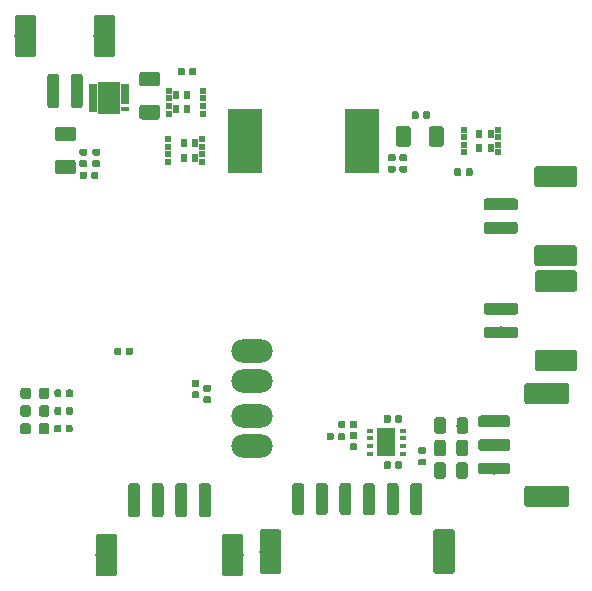
<source format=gbr>
G04 #@! TF.GenerationSoftware,KiCad,Pcbnew,5.0.1-33cea8e~68~ubuntu16.04.1*
G04 #@! TF.CreationDate,2018-12-19T13:47:28-05:00*
G04 #@! TF.ProjectId,SmallKat Battery Charger,536D616C6C4B61742042617474657279,rev?*
G04 #@! TF.SameCoordinates,Original*
G04 #@! TF.FileFunction,Paste,Top*
G04 #@! TF.FilePolarity,Positive*
%FSLAX46Y46*%
G04 Gerber Fmt 4.6, Leading zero omitted, Abs format (unit mm)*
G04 Created by KiCad (PCBNEW 5.0.1-33cea8e~68~ubuntu16.04.1) date Wed 19 Dec 2018 01:47:28 PM EST*
%MOMM*%
%LPD*%
G01*
G04 APERTURE LIST*
%ADD10R,1.900000X2.800000*%
%ADD11R,0.650000X2.390000*%
%ADD12R,0.650000X0.440000*%
%ADD13R,0.650000X1.740000*%
%ADD14R,1.650000X2.400000*%
%ADD15R,0.600000X0.300000*%
%ADD16C,0.100000*%
%ADD17C,1.000000*%
%ADD18C,1.800000*%
%ADD19O,3.500000X2.000000*%
%ADD20C,0.590000*%
%ADD21C,0.875000*%
%ADD22R,2.900000X5.400000*%
%ADD23R,0.570000X0.738000*%
%ADD24R,0.630000X0.500000*%
%ADD25C,0.975000*%
%ADD26C,1.250000*%
G04 APERTURE END LIST*
D10*
G04 #@! TO.C,U1*
X9300000Y-7850000D03*
D11*
X7925000Y-7850000D03*
D12*
X10675000Y-8790000D03*
D13*
X10675000Y-7550000D03*
G04 #@! TD*
D14*
G04 #@! TO.C,U4*
X32744397Y-36984053D03*
D15*
X34144397Y-37959053D03*
X34144397Y-37309053D03*
X34144397Y-36659053D03*
X34144397Y-36009053D03*
X31344397Y-37959053D03*
X31344397Y-37309053D03*
X31344397Y-36659053D03*
X31344397Y-36009053D03*
G04 #@! TD*
D16*
G04 #@! TO.C,J1*
G36*
X4824504Y-5801204D02*
X4848773Y-5804804D01*
X4872571Y-5810765D01*
X4895671Y-5819030D01*
X4917849Y-5829520D01*
X4938893Y-5842133D01*
X4958598Y-5856747D01*
X4976777Y-5873223D01*
X4993253Y-5891402D01*
X5007867Y-5911107D01*
X5020480Y-5932151D01*
X5030970Y-5954329D01*
X5039235Y-5977429D01*
X5045196Y-6001227D01*
X5048796Y-6025496D01*
X5050000Y-6050000D01*
X5050000Y-8450000D01*
X5048796Y-8474504D01*
X5045196Y-8498773D01*
X5039235Y-8522571D01*
X5030970Y-8545671D01*
X5020480Y-8567849D01*
X5007867Y-8588893D01*
X4993253Y-8608598D01*
X4976777Y-8626777D01*
X4958598Y-8643253D01*
X4938893Y-8657867D01*
X4917849Y-8670480D01*
X4895671Y-8680970D01*
X4872571Y-8689235D01*
X4848773Y-8695196D01*
X4824504Y-8698796D01*
X4800000Y-8700000D01*
X4300000Y-8700000D01*
X4275496Y-8698796D01*
X4251227Y-8695196D01*
X4227429Y-8689235D01*
X4204329Y-8680970D01*
X4182151Y-8670480D01*
X4161107Y-8657867D01*
X4141402Y-8643253D01*
X4123223Y-8626777D01*
X4106747Y-8608598D01*
X4092133Y-8588893D01*
X4079520Y-8567849D01*
X4069030Y-8545671D01*
X4060765Y-8522571D01*
X4054804Y-8498773D01*
X4051204Y-8474504D01*
X4050000Y-8450000D01*
X4050000Y-6050000D01*
X4051204Y-6025496D01*
X4054804Y-6001227D01*
X4060765Y-5977429D01*
X4069030Y-5954329D01*
X4079520Y-5932151D01*
X4092133Y-5911107D01*
X4106747Y-5891402D01*
X4123223Y-5873223D01*
X4141402Y-5856747D01*
X4161107Y-5842133D01*
X4182151Y-5829520D01*
X4204329Y-5819030D01*
X4227429Y-5810765D01*
X4251227Y-5804804D01*
X4275496Y-5801204D01*
X4300000Y-5800000D01*
X4800000Y-5800000D01*
X4824504Y-5801204D01*
X4824504Y-5801204D01*
G37*
D17*
X4550000Y-7250000D03*
D16*
G36*
X6824504Y-5801204D02*
X6848773Y-5804804D01*
X6872571Y-5810765D01*
X6895671Y-5819030D01*
X6917849Y-5829520D01*
X6938893Y-5842133D01*
X6958598Y-5856747D01*
X6976777Y-5873223D01*
X6993253Y-5891402D01*
X7007867Y-5911107D01*
X7020480Y-5932151D01*
X7030970Y-5954329D01*
X7039235Y-5977429D01*
X7045196Y-6001227D01*
X7048796Y-6025496D01*
X7050000Y-6050000D01*
X7050000Y-8450000D01*
X7048796Y-8474504D01*
X7045196Y-8498773D01*
X7039235Y-8522571D01*
X7030970Y-8545671D01*
X7020480Y-8567849D01*
X7007867Y-8588893D01*
X6993253Y-8608598D01*
X6976777Y-8626777D01*
X6958598Y-8643253D01*
X6938893Y-8657867D01*
X6917849Y-8670480D01*
X6895671Y-8680970D01*
X6872571Y-8689235D01*
X6848773Y-8695196D01*
X6824504Y-8698796D01*
X6800000Y-8700000D01*
X6300000Y-8700000D01*
X6275496Y-8698796D01*
X6251227Y-8695196D01*
X6227429Y-8689235D01*
X6204329Y-8680970D01*
X6182151Y-8670480D01*
X6161107Y-8657867D01*
X6141402Y-8643253D01*
X6123223Y-8626777D01*
X6106747Y-8608598D01*
X6092133Y-8588893D01*
X6079520Y-8567849D01*
X6069030Y-8545671D01*
X6060765Y-8522571D01*
X6054804Y-8498773D01*
X6051204Y-8474504D01*
X6050000Y-8450000D01*
X6050000Y-6050000D01*
X6051204Y-6025496D01*
X6054804Y-6001227D01*
X6060765Y-5977429D01*
X6069030Y-5954329D01*
X6079520Y-5932151D01*
X6092133Y-5911107D01*
X6106747Y-5891402D01*
X6123223Y-5873223D01*
X6141402Y-5856747D01*
X6161107Y-5842133D01*
X6182151Y-5829520D01*
X6204329Y-5819030D01*
X6227429Y-5810765D01*
X6251227Y-5804804D01*
X6275496Y-5801204D01*
X6300000Y-5800000D01*
X6800000Y-5800000D01*
X6824504Y-5801204D01*
X6824504Y-5801204D01*
G37*
D17*
X6550000Y-7250000D03*
D16*
G36*
X2874504Y-801204D02*
X2898773Y-804804D01*
X2922571Y-810765D01*
X2945671Y-819030D01*
X2967849Y-829520D01*
X2988893Y-842133D01*
X3008598Y-856747D01*
X3026777Y-873223D01*
X3043253Y-891402D01*
X3057867Y-911107D01*
X3070480Y-932151D01*
X3080970Y-954329D01*
X3089235Y-977429D01*
X3095196Y-1001227D01*
X3098796Y-1025496D01*
X3100000Y-1050000D01*
X3100000Y-4150000D01*
X3098796Y-4174504D01*
X3095196Y-4198773D01*
X3089235Y-4222571D01*
X3080970Y-4245671D01*
X3070480Y-4267849D01*
X3057867Y-4288893D01*
X3043253Y-4308598D01*
X3026777Y-4326777D01*
X3008598Y-4343253D01*
X2988893Y-4357867D01*
X2967849Y-4370480D01*
X2945671Y-4380970D01*
X2922571Y-4389235D01*
X2898773Y-4395196D01*
X2874504Y-4398796D01*
X2850000Y-4400000D01*
X1550000Y-4400000D01*
X1525496Y-4398796D01*
X1501227Y-4395196D01*
X1477429Y-4389235D01*
X1454329Y-4380970D01*
X1432151Y-4370480D01*
X1411107Y-4357867D01*
X1391402Y-4343253D01*
X1373223Y-4326777D01*
X1356747Y-4308598D01*
X1342133Y-4288893D01*
X1329520Y-4267849D01*
X1319030Y-4245671D01*
X1310765Y-4222571D01*
X1304804Y-4198773D01*
X1301204Y-4174504D01*
X1300000Y-4150000D01*
X1300000Y-1050000D01*
X1301204Y-1025496D01*
X1304804Y-1001227D01*
X1310765Y-977429D01*
X1319030Y-954329D01*
X1329520Y-932151D01*
X1342133Y-911107D01*
X1356747Y-891402D01*
X1373223Y-873223D01*
X1391402Y-856747D01*
X1411107Y-842133D01*
X1432151Y-829520D01*
X1454329Y-819030D01*
X1477429Y-810765D01*
X1501227Y-804804D01*
X1525496Y-801204D01*
X1550000Y-800000D01*
X2850000Y-800000D01*
X2874504Y-801204D01*
X2874504Y-801204D01*
G37*
D18*
X2200000Y-2600000D03*
D16*
G36*
X9574504Y-801204D02*
X9598773Y-804804D01*
X9622571Y-810765D01*
X9645671Y-819030D01*
X9667849Y-829520D01*
X9688893Y-842133D01*
X9708598Y-856747D01*
X9726777Y-873223D01*
X9743253Y-891402D01*
X9757867Y-911107D01*
X9770480Y-932151D01*
X9780970Y-954329D01*
X9789235Y-977429D01*
X9795196Y-1001227D01*
X9798796Y-1025496D01*
X9800000Y-1050000D01*
X9800000Y-4150000D01*
X9798796Y-4174504D01*
X9795196Y-4198773D01*
X9789235Y-4222571D01*
X9780970Y-4245671D01*
X9770480Y-4267849D01*
X9757867Y-4288893D01*
X9743253Y-4308598D01*
X9726777Y-4326777D01*
X9708598Y-4343253D01*
X9688893Y-4357867D01*
X9667849Y-4370480D01*
X9645671Y-4380970D01*
X9622571Y-4389235D01*
X9598773Y-4395196D01*
X9574504Y-4398796D01*
X9550000Y-4400000D01*
X8250000Y-4400000D01*
X8225496Y-4398796D01*
X8201227Y-4395196D01*
X8177429Y-4389235D01*
X8154329Y-4380970D01*
X8132151Y-4370480D01*
X8111107Y-4357867D01*
X8091402Y-4343253D01*
X8073223Y-4326777D01*
X8056747Y-4308598D01*
X8042133Y-4288893D01*
X8029520Y-4267849D01*
X8019030Y-4245671D01*
X8010765Y-4222571D01*
X8004804Y-4198773D01*
X8001204Y-4174504D01*
X8000000Y-4150000D01*
X8000000Y-1050000D01*
X8001204Y-1025496D01*
X8004804Y-1001227D01*
X8010765Y-977429D01*
X8019030Y-954329D01*
X8029520Y-932151D01*
X8042133Y-911107D01*
X8056747Y-891402D01*
X8073223Y-873223D01*
X8091402Y-856747D01*
X8111107Y-842133D01*
X8132151Y-829520D01*
X8154329Y-819030D01*
X8177429Y-810765D01*
X8201227Y-804804D01*
X8225496Y-801204D01*
X8250000Y-800000D01*
X9550000Y-800000D01*
X9574504Y-801204D01*
X9574504Y-801204D01*
G37*
D18*
X8900000Y-2600000D03*
G04 #@! TD*
D19*
G04 #@! TO.C,J2*
X21400000Y-29300000D03*
X21400000Y-31800000D03*
X21400000Y-34800000D03*
X21400000Y-37300000D03*
G04 #@! TD*
D16*
G04 #@! TO.C,C5*
G36*
X34386958Y-12605710D02*
X34401276Y-12607834D01*
X34415317Y-12611351D01*
X34428946Y-12616228D01*
X34442031Y-12622417D01*
X34454447Y-12629858D01*
X34466073Y-12638481D01*
X34476798Y-12648202D01*
X34486519Y-12658927D01*
X34495142Y-12670553D01*
X34502583Y-12682969D01*
X34508772Y-12696054D01*
X34513649Y-12709683D01*
X34517166Y-12723724D01*
X34519290Y-12738042D01*
X34520000Y-12752500D01*
X34520000Y-13047500D01*
X34519290Y-13061958D01*
X34517166Y-13076276D01*
X34513649Y-13090317D01*
X34508772Y-13103946D01*
X34502583Y-13117031D01*
X34495142Y-13129447D01*
X34486519Y-13141073D01*
X34476798Y-13151798D01*
X34466073Y-13161519D01*
X34454447Y-13170142D01*
X34442031Y-13177583D01*
X34428946Y-13183772D01*
X34415317Y-13188649D01*
X34401276Y-13192166D01*
X34386958Y-13194290D01*
X34372500Y-13195000D01*
X34027500Y-13195000D01*
X34013042Y-13194290D01*
X33998724Y-13192166D01*
X33984683Y-13188649D01*
X33971054Y-13183772D01*
X33957969Y-13177583D01*
X33945553Y-13170142D01*
X33933927Y-13161519D01*
X33923202Y-13151798D01*
X33913481Y-13141073D01*
X33904858Y-13129447D01*
X33897417Y-13117031D01*
X33891228Y-13103946D01*
X33886351Y-13090317D01*
X33882834Y-13076276D01*
X33880710Y-13061958D01*
X33880000Y-13047500D01*
X33880000Y-12752500D01*
X33880710Y-12738042D01*
X33882834Y-12723724D01*
X33886351Y-12709683D01*
X33891228Y-12696054D01*
X33897417Y-12682969D01*
X33904858Y-12670553D01*
X33913481Y-12658927D01*
X33923202Y-12648202D01*
X33933927Y-12638481D01*
X33945553Y-12629858D01*
X33957969Y-12622417D01*
X33971054Y-12616228D01*
X33984683Y-12611351D01*
X33998724Y-12607834D01*
X34013042Y-12605710D01*
X34027500Y-12605000D01*
X34372500Y-12605000D01*
X34386958Y-12605710D01*
X34386958Y-12605710D01*
G37*
D20*
X34200000Y-12900000D03*
D16*
G36*
X34386958Y-13575710D02*
X34401276Y-13577834D01*
X34415317Y-13581351D01*
X34428946Y-13586228D01*
X34442031Y-13592417D01*
X34454447Y-13599858D01*
X34466073Y-13608481D01*
X34476798Y-13618202D01*
X34486519Y-13628927D01*
X34495142Y-13640553D01*
X34502583Y-13652969D01*
X34508772Y-13666054D01*
X34513649Y-13679683D01*
X34517166Y-13693724D01*
X34519290Y-13708042D01*
X34520000Y-13722500D01*
X34520000Y-14017500D01*
X34519290Y-14031958D01*
X34517166Y-14046276D01*
X34513649Y-14060317D01*
X34508772Y-14073946D01*
X34502583Y-14087031D01*
X34495142Y-14099447D01*
X34486519Y-14111073D01*
X34476798Y-14121798D01*
X34466073Y-14131519D01*
X34454447Y-14140142D01*
X34442031Y-14147583D01*
X34428946Y-14153772D01*
X34415317Y-14158649D01*
X34401276Y-14162166D01*
X34386958Y-14164290D01*
X34372500Y-14165000D01*
X34027500Y-14165000D01*
X34013042Y-14164290D01*
X33998724Y-14162166D01*
X33984683Y-14158649D01*
X33971054Y-14153772D01*
X33957969Y-14147583D01*
X33945553Y-14140142D01*
X33933927Y-14131519D01*
X33923202Y-14121798D01*
X33913481Y-14111073D01*
X33904858Y-14099447D01*
X33897417Y-14087031D01*
X33891228Y-14073946D01*
X33886351Y-14060317D01*
X33882834Y-14046276D01*
X33880710Y-14031958D01*
X33880000Y-14017500D01*
X33880000Y-13722500D01*
X33880710Y-13708042D01*
X33882834Y-13693724D01*
X33886351Y-13679683D01*
X33891228Y-13666054D01*
X33897417Y-13652969D01*
X33904858Y-13640553D01*
X33913481Y-13628927D01*
X33923202Y-13618202D01*
X33933927Y-13608481D01*
X33945553Y-13599858D01*
X33957969Y-13592417D01*
X33971054Y-13586228D01*
X33984683Y-13581351D01*
X33998724Y-13577834D01*
X34013042Y-13575710D01*
X34027500Y-13575000D01*
X34372500Y-13575000D01*
X34386958Y-13575710D01*
X34386958Y-13575710D01*
G37*
D20*
X34200000Y-13870000D03*
G04 #@! TD*
D16*
G04 #@! TO.C,C7*
G36*
X35361958Y-8980710D02*
X35376276Y-8982834D01*
X35390317Y-8986351D01*
X35403946Y-8991228D01*
X35417031Y-8997417D01*
X35429447Y-9004858D01*
X35441073Y-9013481D01*
X35451798Y-9023202D01*
X35461519Y-9033927D01*
X35470142Y-9045553D01*
X35477583Y-9057969D01*
X35483772Y-9071054D01*
X35488649Y-9084683D01*
X35492166Y-9098724D01*
X35494290Y-9113042D01*
X35495000Y-9127500D01*
X35495000Y-9472500D01*
X35494290Y-9486958D01*
X35492166Y-9501276D01*
X35488649Y-9515317D01*
X35483772Y-9528946D01*
X35477583Y-9542031D01*
X35470142Y-9554447D01*
X35461519Y-9566073D01*
X35451798Y-9576798D01*
X35441073Y-9586519D01*
X35429447Y-9595142D01*
X35417031Y-9602583D01*
X35403946Y-9608772D01*
X35390317Y-9613649D01*
X35376276Y-9617166D01*
X35361958Y-9619290D01*
X35347500Y-9620000D01*
X35052500Y-9620000D01*
X35038042Y-9619290D01*
X35023724Y-9617166D01*
X35009683Y-9613649D01*
X34996054Y-9608772D01*
X34982969Y-9602583D01*
X34970553Y-9595142D01*
X34958927Y-9586519D01*
X34948202Y-9576798D01*
X34938481Y-9566073D01*
X34929858Y-9554447D01*
X34922417Y-9542031D01*
X34916228Y-9528946D01*
X34911351Y-9515317D01*
X34907834Y-9501276D01*
X34905710Y-9486958D01*
X34905000Y-9472500D01*
X34905000Y-9127500D01*
X34905710Y-9113042D01*
X34907834Y-9098724D01*
X34911351Y-9084683D01*
X34916228Y-9071054D01*
X34922417Y-9057969D01*
X34929858Y-9045553D01*
X34938481Y-9033927D01*
X34948202Y-9023202D01*
X34958927Y-9013481D01*
X34970553Y-9004858D01*
X34982969Y-8997417D01*
X34996054Y-8991228D01*
X35009683Y-8986351D01*
X35023724Y-8982834D01*
X35038042Y-8980710D01*
X35052500Y-8980000D01*
X35347500Y-8980000D01*
X35361958Y-8980710D01*
X35361958Y-8980710D01*
G37*
D20*
X35200000Y-9300000D03*
D16*
G36*
X36331958Y-8980710D02*
X36346276Y-8982834D01*
X36360317Y-8986351D01*
X36373946Y-8991228D01*
X36387031Y-8997417D01*
X36399447Y-9004858D01*
X36411073Y-9013481D01*
X36421798Y-9023202D01*
X36431519Y-9033927D01*
X36440142Y-9045553D01*
X36447583Y-9057969D01*
X36453772Y-9071054D01*
X36458649Y-9084683D01*
X36462166Y-9098724D01*
X36464290Y-9113042D01*
X36465000Y-9127500D01*
X36465000Y-9472500D01*
X36464290Y-9486958D01*
X36462166Y-9501276D01*
X36458649Y-9515317D01*
X36453772Y-9528946D01*
X36447583Y-9542031D01*
X36440142Y-9554447D01*
X36431519Y-9566073D01*
X36421798Y-9576798D01*
X36411073Y-9586519D01*
X36399447Y-9595142D01*
X36387031Y-9602583D01*
X36373946Y-9608772D01*
X36360317Y-9613649D01*
X36346276Y-9617166D01*
X36331958Y-9619290D01*
X36317500Y-9620000D01*
X36022500Y-9620000D01*
X36008042Y-9619290D01*
X35993724Y-9617166D01*
X35979683Y-9613649D01*
X35966054Y-9608772D01*
X35952969Y-9602583D01*
X35940553Y-9595142D01*
X35928927Y-9586519D01*
X35918202Y-9576798D01*
X35908481Y-9566073D01*
X35899858Y-9554447D01*
X35892417Y-9542031D01*
X35886228Y-9528946D01*
X35881351Y-9515317D01*
X35877834Y-9501276D01*
X35875710Y-9486958D01*
X35875000Y-9472500D01*
X35875000Y-9127500D01*
X35875710Y-9113042D01*
X35877834Y-9098724D01*
X35881351Y-9084683D01*
X35886228Y-9071054D01*
X35892417Y-9057969D01*
X35899858Y-9045553D01*
X35908481Y-9033927D01*
X35918202Y-9023202D01*
X35928927Y-9013481D01*
X35940553Y-9004858D01*
X35952969Y-8997417D01*
X35966054Y-8991228D01*
X35979683Y-8986351D01*
X35993724Y-8982834D01*
X36008042Y-8980710D01*
X36022500Y-8980000D01*
X36317500Y-8980000D01*
X36331958Y-8980710D01*
X36331958Y-8980710D01*
G37*
D20*
X36170000Y-9300000D03*
G04 #@! TD*
D16*
G04 #@! TO.C,D3*
G36*
X2465191Y-33876053D02*
X2486426Y-33879203D01*
X2507250Y-33884419D01*
X2527462Y-33891651D01*
X2546868Y-33900830D01*
X2565281Y-33911866D01*
X2582524Y-33924654D01*
X2598430Y-33939070D01*
X2612846Y-33954976D01*
X2625634Y-33972219D01*
X2636670Y-33990632D01*
X2645849Y-34010038D01*
X2653081Y-34030250D01*
X2658297Y-34051074D01*
X2661447Y-34072309D01*
X2662500Y-34093750D01*
X2662500Y-34606250D01*
X2661447Y-34627691D01*
X2658297Y-34648926D01*
X2653081Y-34669750D01*
X2645849Y-34689962D01*
X2636670Y-34709368D01*
X2625634Y-34727781D01*
X2612846Y-34745024D01*
X2598430Y-34760930D01*
X2582524Y-34775346D01*
X2565281Y-34788134D01*
X2546868Y-34799170D01*
X2527462Y-34808349D01*
X2507250Y-34815581D01*
X2486426Y-34820797D01*
X2465191Y-34823947D01*
X2443750Y-34825000D01*
X2006250Y-34825000D01*
X1984809Y-34823947D01*
X1963574Y-34820797D01*
X1942750Y-34815581D01*
X1922538Y-34808349D01*
X1903132Y-34799170D01*
X1884719Y-34788134D01*
X1867476Y-34775346D01*
X1851570Y-34760930D01*
X1837154Y-34745024D01*
X1824366Y-34727781D01*
X1813330Y-34709368D01*
X1804151Y-34689962D01*
X1796919Y-34669750D01*
X1791703Y-34648926D01*
X1788553Y-34627691D01*
X1787500Y-34606250D01*
X1787500Y-34093750D01*
X1788553Y-34072309D01*
X1791703Y-34051074D01*
X1796919Y-34030250D01*
X1804151Y-34010038D01*
X1813330Y-33990632D01*
X1824366Y-33972219D01*
X1837154Y-33954976D01*
X1851570Y-33939070D01*
X1867476Y-33924654D01*
X1884719Y-33911866D01*
X1903132Y-33900830D01*
X1922538Y-33891651D01*
X1942750Y-33884419D01*
X1963574Y-33879203D01*
X1984809Y-33876053D01*
X2006250Y-33875000D01*
X2443750Y-33875000D01*
X2465191Y-33876053D01*
X2465191Y-33876053D01*
G37*
D21*
X2225000Y-34350000D03*
D16*
G36*
X4040191Y-33876053D02*
X4061426Y-33879203D01*
X4082250Y-33884419D01*
X4102462Y-33891651D01*
X4121868Y-33900830D01*
X4140281Y-33911866D01*
X4157524Y-33924654D01*
X4173430Y-33939070D01*
X4187846Y-33954976D01*
X4200634Y-33972219D01*
X4211670Y-33990632D01*
X4220849Y-34010038D01*
X4228081Y-34030250D01*
X4233297Y-34051074D01*
X4236447Y-34072309D01*
X4237500Y-34093750D01*
X4237500Y-34606250D01*
X4236447Y-34627691D01*
X4233297Y-34648926D01*
X4228081Y-34669750D01*
X4220849Y-34689962D01*
X4211670Y-34709368D01*
X4200634Y-34727781D01*
X4187846Y-34745024D01*
X4173430Y-34760930D01*
X4157524Y-34775346D01*
X4140281Y-34788134D01*
X4121868Y-34799170D01*
X4102462Y-34808349D01*
X4082250Y-34815581D01*
X4061426Y-34820797D01*
X4040191Y-34823947D01*
X4018750Y-34825000D01*
X3581250Y-34825000D01*
X3559809Y-34823947D01*
X3538574Y-34820797D01*
X3517750Y-34815581D01*
X3497538Y-34808349D01*
X3478132Y-34799170D01*
X3459719Y-34788134D01*
X3442476Y-34775346D01*
X3426570Y-34760930D01*
X3412154Y-34745024D01*
X3399366Y-34727781D01*
X3388330Y-34709368D01*
X3379151Y-34689962D01*
X3371919Y-34669750D01*
X3366703Y-34648926D01*
X3363553Y-34627691D01*
X3362500Y-34606250D01*
X3362500Y-34093750D01*
X3363553Y-34072309D01*
X3366703Y-34051074D01*
X3371919Y-34030250D01*
X3379151Y-34010038D01*
X3388330Y-33990632D01*
X3399366Y-33972219D01*
X3412154Y-33954976D01*
X3426570Y-33939070D01*
X3442476Y-33924654D01*
X3459719Y-33911866D01*
X3478132Y-33900830D01*
X3497538Y-33891651D01*
X3517750Y-33884419D01*
X3538574Y-33879203D01*
X3559809Y-33876053D01*
X3581250Y-33875000D01*
X4018750Y-33875000D01*
X4040191Y-33876053D01*
X4040191Y-33876053D01*
G37*
D21*
X3800000Y-34350000D03*
G04 #@! TD*
D16*
G04 #@! TO.C,D4*
G36*
X4040191Y-32376053D02*
X4061426Y-32379203D01*
X4082250Y-32384419D01*
X4102462Y-32391651D01*
X4121868Y-32400830D01*
X4140281Y-32411866D01*
X4157524Y-32424654D01*
X4173430Y-32439070D01*
X4187846Y-32454976D01*
X4200634Y-32472219D01*
X4211670Y-32490632D01*
X4220849Y-32510038D01*
X4228081Y-32530250D01*
X4233297Y-32551074D01*
X4236447Y-32572309D01*
X4237500Y-32593750D01*
X4237500Y-33106250D01*
X4236447Y-33127691D01*
X4233297Y-33148926D01*
X4228081Y-33169750D01*
X4220849Y-33189962D01*
X4211670Y-33209368D01*
X4200634Y-33227781D01*
X4187846Y-33245024D01*
X4173430Y-33260930D01*
X4157524Y-33275346D01*
X4140281Y-33288134D01*
X4121868Y-33299170D01*
X4102462Y-33308349D01*
X4082250Y-33315581D01*
X4061426Y-33320797D01*
X4040191Y-33323947D01*
X4018750Y-33325000D01*
X3581250Y-33325000D01*
X3559809Y-33323947D01*
X3538574Y-33320797D01*
X3517750Y-33315581D01*
X3497538Y-33308349D01*
X3478132Y-33299170D01*
X3459719Y-33288134D01*
X3442476Y-33275346D01*
X3426570Y-33260930D01*
X3412154Y-33245024D01*
X3399366Y-33227781D01*
X3388330Y-33209368D01*
X3379151Y-33189962D01*
X3371919Y-33169750D01*
X3366703Y-33148926D01*
X3363553Y-33127691D01*
X3362500Y-33106250D01*
X3362500Y-32593750D01*
X3363553Y-32572309D01*
X3366703Y-32551074D01*
X3371919Y-32530250D01*
X3379151Y-32510038D01*
X3388330Y-32490632D01*
X3399366Y-32472219D01*
X3412154Y-32454976D01*
X3426570Y-32439070D01*
X3442476Y-32424654D01*
X3459719Y-32411866D01*
X3478132Y-32400830D01*
X3497538Y-32391651D01*
X3517750Y-32384419D01*
X3538574Y-32379203D01*
X3559809Y-32376053D01*
X3581250Y-32375000D01*
X4018750Y-32375000D01*
X4040191Y-32376053D01*
X4040191Y-32376053D01*
G37*
D21*
X3800000Y-32850000D03*
D16*
G36*
X2465191Y-32376053D02*
X2486426Y-32379203D01*
X2507250Y-32384419D01*
X2527462Y-32391651D01*
X2546868Y-32400830D01*
X2565281Y-32411866D01*
X2582524Y-32424654D01*
X2598430Y-32439070D01*
X2612846Y-32454976D01*
X2625634Y-32472219D01*
X2636670Y-32490632D01*
X2645849Y-32510038D01*
X2653081Y-32530250D01*
X2658297Y-32551074D01*
X2661447Y-32572309D01*
X2662500Y-32593750D01*
X2662500Y-33106250D01*
X2661447Y-33127691D01*
X2658297Y-33148926D01*
X2653081Y-33169750D01*
X2645849Y-33189962D01*
X2636670Y-33209368D01*
X2625634Y-33227781D01*
X2612846Y-33245024D01*
X2598430Y-33260930D01*
X2582524Y-33275346D01*
X2565281Y-33288134D01*
X2546868Y-33299170D01*
X2527462Y-33308349D01*
X2507250Y-33315581D01*
X2486426Y-33320797D01*
X2465191Y-33323947D01*
X2443750Y-33325000D01*
X2006250Y-33325000D01*
X1984809Y-33323947D01*
X1963574Y-33320797D01*
X1942750Y-33315581D01*
X1922538Y-33308349D01*
X1903132Y-33299170D01*
X1884719Y-33288134D01*
X1867476Y-33275346D01*
X1851570Y-33260930D01*
X1837154Y-33245024D01*
X1824366Y-33227781D01*
X1813330Y-33209368D01*
X1804151Y-33189962D01*
X1796919Y-33169750D01*
X1791703Y-33148926D01*
X1788553Y-33127691D01*
X1787500Y-33106250D01*
X1787500Y-32593750D01*
X1788553Y-32572309D01*
X1791703Y-32551074D01*
X1796919Y-32530250D01*
X1804151Y-32510038D01*
X1813330Y-32490632D01*
X1824366Y-32472219D01*
X1837154Y-32454976D01*
X1851570Y-32439070D01*
X1867476Y-32424654D01*
X1884719Y-32411866D01*
X1903132Y-32400830D01*
X1922538Y-32391651D01*
X1942750Y-32384419D01*
X1963574Y-32379203D01*
X1984809Y-32376053D01*
X2006250Y-32375000D01*
X2443750Y-32375000D01*
X2465191Y-32376053D01*
X2465191Y-32376053D01*
G37*
D21*
X2225000Y-32850000D03*
G04 #@! TD*
D16*
G04 #@! TO.C,D5*
G36*
X2452691Y-35376053D02*
X2473926Y-35379203D01*
X2494750Y-35384419D01*
X2514962Y-35391651D01*
X2534368Y-35400830D01*
X2552781Y-35411866D01*
X2570024Y-35424654D01*
X2585930Y-35439070D01*
X2600346Y-35454976D01*
X2613134Y-35472219D01*
X2624170Y-35490632D01*
X2633349Y-35510038D01*
X2640581Y-35530250D01*
X2645797Y-35551074D01*
X2648947Y-35572309D01*
X2650000Y-35593750D01*
X2650000Y-36106250D01*
X2648947Y-36127691D01*
X2645797Y-36148926D01*
X2640581Y-36169750D01*
X2633349Y-36189962D01*
X2624170Y-36209368D01*
X2613134Y-36227781D01*
X2600346Y-36245024D01*
X2585930Y-36260930D01*
X2570024Y-36275346D01*
X2552781Y-36288134D01*
X2534368Y-36299170D01*
X2514962Y-36308349D01*
X2494750Y-36315581D01*
X2473926Y-36320797D01*
X2452691Y-36323947D01*
X2431250Y-36325000D01*
X1993750Y-36325000D01*
X1972309Y-36323947D01*
X1951074Y-36320797D01*
X1930250Y-36315581D01*
X1910038Y-36308349D01*
X1890632Y-36299170D01*
X1872219Y-36288134D01*
X1854976Y-36275346D01*
X1839070Y-36260930D01*
X1824654Y-36245024D01*
X1811866Y-36227781D01*
X1800830Y-36209368D01*
X1791651Y-36189962D01*
X1784419Y-36169750D01*
X1779203Y-36148926D01*
X1776053Y-36127691D01*
X1775000Y-36106250D01*
X1775000Y-35593750D01*
X1776053Y-35572309D01*
X1779203Y-35551074D01*
X1784419Y-35530250D01*
X1791651Y-35510038D01*
X1800830Y-35490632D01*
X1811866Y-35472219D01*
X1824654Y-35454976D01*
X1839070Y-35439070D01*
X1854976Y-35424654D01*
X1872219Y-35411866D01*
X1890632Y-35400830D01*
X1910038Y-35391651D01*
X1930250Y-35384419D01*
X1951074Y-35379203D01*
X1972309Y-35376053D01*
X1993750Y-35375000D01*
X2431250Y-35375000D01*
X2452691Y-35376053D01*
X2452691Y-35376053D01*
G37*
D21*
X2212500Y-35850000D03*
D16*
G36*
X4027691Y-35376053D02*
X4048926Y-35379203D01*
X4069750Y-35384419D01*
X4089962Y-35391651D01*
X4109368Y-35400830D01*
X4127781Y-35411866D01*
X4145024Y-35424654D01*
X4160930Y-35439070D01*
X4175346Y-35454976D01*
X4188134Y-35472219D01*
X4199170Y-35490632D01*
X4208349Y-35510038D01*
X4215581Y-35530250D01*
X4220797Y-35551074D01*
X4223947Y-35572309D01*
X4225000Y-35593750D01*
X4225000Y-36106250D01*
X4223947Y-36127691D01*
X4220797Y-36148926D01*
X4215581Y-36169750D01*
X4208349Y-36189962D01*
X4199170Y-36209368D01*
X4188134Y-36227781D01*
X4175346Y-36245024D01*
X4160930Y-36260930D01*
X4145024Y-36275346D01*
X4127781Y-36288134D01*
X4109368Y-36299170D01*
X4089962Y-36308349D01*
X4069750Y-36315581D01*
X4048926Y-36320797D01*
X4027691Y-36323947D01*
X4006250Y-36325000D01*
X3568750Y-36325000D01*
X3547309Y-36323947D01*
X3526074Y-36320797D01*
X3505250Y-36315581D01*
X3485038Y-36308349D01*
X3465632Y-36299170D01*
X3447219Y-36288134D01*
X3429976Y-36275346D01*
X3414070Y-36260930D01*
X3399654Y-36245024D01*
X3386866Y-36227781D01*
X3375830Y-36209368D01*
X3366651Y-36189962D01*
X3359419Y-36169750D01*
X3354203Y-36148926D01*
X3351053Y-36127691D01*
X3350000Y-36106250D01*
X3350000Y-35593750D01*
X3351053Y-35572309D01*
X3354203Y-35551074D01*
X3359419Y-35530250D01*
X3366651Y-35510038D01*
X3375830Y-35490632D01*
X3386866Y-35472219D01*
X3399654Y-35454976D01*
X3414070Y-35439070D01*
X3429976Y-35424654D01*
X3447219Y-35411866D01*
X3465632Y-35400830D01*
X3485038Y-35391651D01*
X3505250Y-35384419D01*
X3526074Y-35379203D01*
X3547309Y-35376053D01*
X3568750Y-35375000D01*
X4006250Y-35375000D01*
X4027691Y-35376053D01*
X4027691Y-35376053D01*
G37*
D21*
X3787500Y-35850000D03*
G04 #@! TD*
D16*
G04 #@! TO.C,J3*
G36*
X17674504Y-40451204D02*
X17698773Y-40454804D01*
X17722571Y-40460765D01*
X17745671Y-40469030D01*
X17767849Y-40479520D01*
X17788893Y-40492133D01*
X17808598Y-40506747D01*
X17826777Y-40523223D01*
X17843253Y-40541402D01*
X17857867Y-40561107D01*
X17870480Y-40582151D01*
X17880970Y-40604329D01*
X17889235Y-40627429D01*
X17895196Y-40651227D01*
X17898796Y-40675496D01*
X17900000Y-40700000D01*
X17900000Y-43100000D01*
X17898796Y-43124504D01*
X17895196Y-43148773D01*
X17889235Y-43172571D01*
X17880970Y-43195671D01*
X17870480Y-43217849D01*
X17857867Y-43238893D01*
X17843253Y-43258598D01*
X17826777Y-43276777D01*
X17808598Y-43293253D01*
X17788893Y-43307867D01*
X17767849Y-43320480D01*
X17745671Y-43330970D01*
X17722571Y-43339235D01*
X17698773Y-43345196D01*
X17674504Y-43348796D01*
X17650000Y-43350000D01*
X17150000Y-43350000D01*
X17125496Y-43348796D01*
X17101227Y-43345196D01*
X17077429Y-43339235D01*
X17054329Y-43330970D01*
X17032151Y-43320480D01*
X17011107Y-43307867D01*
X16991402Y-43293253D01*
X16973223Y-43276777D01*
X16956747Y-43258598D01*
X16942133Y-43238893D01*
X16929520Y-43217849D01*
X16919030Y-43195671D01*
X16910765Y-43172571D01*
X16904804Y-43148773D01*
X16901204Y-43124504D01*
X16900000Y-43100000D01*
X16900000Y-40700000D01*
X16901204Y-40675496D01*
X16904804Y-40651227D01*
X16910765Y-40627429D01*
X16919030Y-40604329D01*
X16929520Y-40582151D01*
X16942133Y-40561107D01*
X16956747Y-40541402D01*
X16973223Y-40523223D01*
X16991402Y-40506747D01*
X17011107Y-40492133D01*
X17032151Y-40479520D01*
X17054329Y-40469030D01*
X17077429Y-40460765D01*
X17101227Y-40454804D01*
X17125496Y-40451204D01*
X17150000Y-40450000D01*
X17650000Y-40450000D01*
X17674504Y-40451204D01*
X17674504Y-40451204D01*
G37*
D17*
X17400000Y-41900000D03*
D16*
G36*
X15674504Y-40451204D02*
X15698773Y-40454804D01*
X15722571Y-40460765D01*
X15745671Y-40469030D01*
X15767849Y-40479520D01*
X15788893Y-40492133D01*
X15808598Y-40506747D01*
X15826777Y-40523223D01*
X15843253Y-40541402D01*
X15857867Y-40561107D01*
X15870480Y-40582151D01*
X15880970Y-40604329D01*
X15889235Y-40627429D01*
X15895196Y-40651227D01*
X15898796Y-40675496D01*
X15900000Y-40700000D01*
X15900000Y-43100000D01*
X15898796Y-43124504D01*
X15895196Y-43148773D01*
X15889235Y-43172571D01*
X15880970Y-43195671D01*
X15870480Y-43217849D01*
X15857867Y-43238893D01*
X15843253Y-43258598D01*
X15826777Y-43276777D01*
X15808598Y-43293253D01*
X15788893Y-43307867D01*
X15767849Y-43320480D01*
X15745671Y-43330970D01*
X15722571Y-43339235D01*
X15698773Y-43345196D01*
X15674504Y-43348796D01*
X15650000Y-43350000D01*
X15150000Y-43350000D01*
X15125496Y-43348796D01*
X15101227Y-43345196D01*
X15077429Y-43339235D01*
X15054329Y-43330970D01*
X15032151Y-43320480D01*
X15011107Y-43307867D01*
X14991402Y-43293253D01*
X14973223Y-43276777D01*
X14956747Y-43258598D01*
X14942133Y-43238893D01*
X14929520Y-43217849D01*
X14919030Y-43195671D01*
X14910765Y-43172571D01*
X14904804Y-43148773D01*
X14901204Y-43124504D01*
X14900000Y-43100000D01*
X14900000Y-40700000D01*
X14901204Y-40675496D01*
X14904804Y-40651227D01*
X14910765Y-40627429D01*
X14919030Y-40604329D01*
X14929520Y-40582151D01*
X14942133Y-40561107D01*
X14956747Y-40541402D01*
X14973223Y-40523223D01*
X14991402Y-40506747D01*
X15011107Y-40492133D01*
X15032151Y-40479520D01*
X15054329Y-40469030D01*
X15077429Y-40460765D01*
X15101227Y-40454804D01*
X15125496Y-40451204D01*
X15150000Y-40450000D01*
X15650000Y-40450000D01*
X15674504Y-40451204D01*
X15674504Y-40451204D01*
G37*
D17*
X15400000Y-41900000D03*
D16*
G36*
X13674504Y-40451204D02*
X13698773Y-40454804D01*
X13722571Y-40460765D01*
X13745671Y-40469030D01*
X13767849Y-40479520D01*
X13788893Y-40492133D01*
X13808598Y-40506747D01*
X13826777Y-40523223D01*
X13843253Y-40541402D01*
X13857867Y-40561107D01*
X13870480Y-40582151D01*
X13880970Y-40604329D01*
X13889235Y-40627429D01*
X13895196Y-40651227D01*
X13898796Y-40675496D01*
X13900000Y-40700000D01*
X13900000Y-43100000D01*
X13898796Y-43124504D01*
X13895196Y-43148773D01*
X13889235Y-43172571D01*
X13880970Y-43195671D01*
X13870480Y-43217849D01*
X13857867Y-43238893D01*
X13843253Y-43258598D01*
X13826777Y-43276777D01*
X13808598Y-43293253D01*
X13788893Y-43307867D01*
X13767849Y-43320480D01*
X13745671Y-43330970D01*
X13722571Y-43339235D01*
X13698773Y-43345196D01*
X13674504Y-43348796D01*
X13650000Y-43350000D01*
X13150000Y-43350000D01*
X13125496Y-43348796D01*
X13101227Y-43345196D01*
X13077429Y-43339235D01*
X13054329Y-43330970D01*
X13032151Y-43320480D01*
X13011107Y-43307867D01*
X12991402Y-43293253D01*
X12973223Y-43276777D01*
X12956747Y-43258598D01*
X12942133Y-43238893D01*
X12929520Y-43217849D01*
X12919030Y-43195671D01*
X12910765Y-43172571D01*
X12904804Y-43148773D01*
X12901204Y-43124504D01*
X12900000Y-43100000D01*
X12900000Y-40700000D01*
X12901204Y-40675496D01*
X12904804Y-40651227D01*
X12910765Y-40627429D01*
X12919030Y-40604329D01*
X12929520Y-40582151D01*
X12942133Y-40561107D01*
X12956747Y-40541402D01*
X12973223Y-40523223D01*
X12991402Y-40506747D01*
X13011107Y-40492133D01*
X13032151Y-40479520D01*
X13054329Y-40469030D01*
X13077429Y-40460765D01*
X13101227Y-40454804D01*
X13125496Y-40451204D01*
X13150000Y-40450000D01*
X13650000Y-40450000D01*
X13674504Y-40451204D01*
X13674504Y-40451204D01*
G37*
D17*
X13400000Y-41900000D03*
D16*
G36*
X11674504Y-40451204D02*
X11698773Y-40454804D01*
X11722571Y-40460765D01*
X11745671Y-40469030D01*
X11767849Y-40479520D01*
X11788893Y-40492133D01*
X11808598Y-40506747D01*
X11826777Y-40523223D01*
X11843253Y-40541402D01*
X11857867Y-40561107D01*
X11870480Y-40582151D01*
X11880970Y-40604329D01*
X11889235Y-40627429D01*
X11895196Y-40651227D01*
X11898796Y-40675496D01*
X11900000Y-40700000D01*
X11900000Y-43100000D01*
X11898796Y-43124504D01*
X11895196Y-43148773D01*
X11889235Y-43172571D01*
X11880970Y-43195671D01*
X11870480Y-43217849D01*
X11857867Y-43238893D01*
X11843253Y-43258598D01*
X11826777Y-43276777D01*
X11808598Y-43293253D01*
X11788893Y-43307867D01*
X11767849Y-43320480D01*
X11745671Y-43330970D01*
X11722571Y-43339235D01*
X11698773Y-43345196D01*
X11674504Y-43348796D01*
X11650000Y-43350000D01*
X11150000Y-43350000D01*
X11125496Y-43348796D01*
X11101227Y-43345196D01*
X11077429Y-43339235D01*
X11054329Y-43330970D01*
X11032151Y-43320480D01*
X11011107Y-43307867D01*
X10991402Y-43293253D01*
X10973223Y-43276777D01*
X10956747Y-43258598D01*
X10942133Y-43238893D01*
X10929520Y-43217849D01*
X10919030Y-43195671D01*
X10910765Y-43172571D01*
X10904804Y-43148773D01*
X10901204Y-43124504D01*
X10900000Y-43100000D01*
X10900000Y-40700000D01*
X10901204Y-40675496D01*
X10904804Y-40651227D01*
X10910765Y-40627429D01*
X10919030Y-40604329D01*
X10929520Y-40582151D01*
X10942133Y-40561107D01*
X10956747Y-40541402D01*
X10973223Y-40523223D01*
X10991402Y-40506747D01*
X11011107Y-40492133D01*
X11032151Y-40479520D01*
X11054329Y-40469030D01*
X11077429Y-40460765D01*
X11101227Y-40454804D01*
X11125496Y-40451204D01*
X11150000Y-40450000D01*
X11650000Y-40450000D01*
X11674504Y-40451204D01*
X11674504Y-40451204D01*
G37*
D17*
X11400000Y-41900000D03*
D16*
G36*
X20424504Y-44751204D02*
X20448773Y-44754804D01*
X20472571Y-44760765D01*
X20495671Y-44769030D01*
X20517849Y-44779520D01*
X20538893Y-44792133D01*
X20558598Y-44806747D01*
X20576777Y-44823223D01*
X20593253Y-44841402D01*
X20607867Y-44861107D01*
X20620480Y-44882151D01*
X20630970Y-44904329D01*
X20639235Y-44927429D01*
X20645196Y-44951227D01*
X20648796Y-44975496D01*
X20650000Y-45000000D01*
X20650000Y-48100000D01*
X20648796Y-48124504D01*
X20645196Y-48148773D01*
X20639235Y-48172571D01*
X20630970Y-48195671D01*
X20620480Y-48217849D01*
X20607867Y-48238893D01*
X20593253Y-48258598D01*
X20576777Y-48276777D01*
X20558598Y-48293253D01*
X20538893Y-48307867D01*
X20517849Y-48320480D01*
X20495671Y-48330970D01*
X20472571Y-48339235D01*
X20448773Y-48345196D01*
X20424504Y-48348796D01*
X20400000Y-48350000D01*
X19100000Y-48350000D01*
X19075496Y-48348796D01*
X19051227Y-48345196D01*
X19027429Y-48339235D01*
X19004329Y-48330970D01*
X18982151Y-48320480D01*
X18961107Y-48307867D01*
X18941402Y-48293253D01*
X18923223Y-48276777D01*
X18906747Y-48258598D01*
X18892133Y-48238893D01*
X18879520Y-48217849D01*
X18869030Y-48195671D01*
X18860765Y-48172571D01*
X18854804Y-48148773D01*
X18851204Y-48124504D01*
X18850000Y-48100000D01*
X18850000Y-45000000D01*
X18851204Y-44975496D01*
X18854804Y-44951227D01*
X18860765Y-44927429D01*
X18869030Y-44904329D01*
X18879520Y-44882151D01*
X18892133Y-44861107D01*
X18906747Y-44841402D01*
X18923223Y-44823223D01*
X18941402Y-44806747D01*
X18961107Y-44792133D01*
X18982151Y-44779520D01*
X19004329Y-44769030D01*
X19027429Y-44760765D01*
X19051227Y-44754804D01*
X19075496Y-44751204D01*
X19100000Y-44750000D01*
X20400000Y-44750000D01*
X20424504Y-44751204D01*
X20424504Y-44751204D01*
G37*
D18*
X19750000Y-46550000D03*
D16*
G36*
X9724504Y-44751204D02*
X9748773Y-44754804D01*
X9772571Y-44760765D01*
X9795671Y-44769030D01*
X9817849Y-44779520D01*
X9838893Y-44792133D01*
X9858598Y-44806747D01*
X9876777Y-44823223D01*
X9893253Y-44841402D01*
X9907867Y-44861107D01*
X9920480Y-44882151D01*
X9930970Y-44904329D01*
X9939235Y-44927429D01*
X9945196Y-44951227D01*
X9948796Y-44975496D01*
X9950000Y-45000000D01*
X9950000Y-48100000D01*
X9948796Y-48124504D01*
X9945196Y-48148773D01*
X9939235Y-48172571D01*
X9930970Y-48195671D01*
X9920480Y-48217849D01*
X9907867Y-48238893D01*
X9893253Y-48258598D01*
X9876777Y-48276777D01*
X9858598Y-48293253D01*
X9838893Y-48307867D01*
X9817849Y-48320480D01*
X9795671Y-48330970D01*
X9772571Y-48339235D01*
X9748773Y-48345196D01*
X9724504Y-48348796D01*
X9700000Y-48350000D01*
X8400000Y-48350000D01*
X8375496Y-48348796D01*
X8351227Y-48345196D01*
X8327429Y-48339235D01*
X8304329Y-48330970D01*
X8282151Y-48320480D01*
X8261107Y-48307867D01*
X8241402Y-48293253D01*
X8223223Y-48276777D01*
X8206747Y-48258598D01*
X8192133Y-48238893D01*
X8179520Y-48217849D01*
X8169030Y-48195671D01*
X8160765Y-48172571D01*
X8154804Y-48148773D01*
X8151204Y-48124504D01*
X8150000Y-48100000D01*
X8150000Y-45000000D01*
X8151204Y-44975496D01*
X8154804Y-44951227D01*
X8160765Y-44927429D01*
X8169030Y-44904329D01*
X8179520Y-44882151D01*
X8192133Y-44861107D01*
X8206747Y-44841402D01*
X8223223Y-44823223D01*
X8241402Y-44806747D01*
X8261107Y-44792133D01*
X8282151Y-44779520D01*
X8304329Y-44769030D01*
X8327429Y-44760765D01*
X8351227Y-44754804D01*
X8375496Y-44751204D01*
X8400000Y-44750000D01*
X9700000Y-44750000D01*
X9724504Y-44751204D01*
X9724504Y-44751204D01*
G37*
D18*
X9050000Y-46550000D03*
G04 #@! TD*
D16*
G04 #@! TO.C,J5*
G36*
X25574504Y-40451204D02*
X25598773Y-40454804D01*
X25622571Y-40460765D01*
X25645671Y-40469030D01*
X25667849Y-40479520D01*
X25688893Y-40492133D01*
X25708598Y-40506747D01*
X25726777Y-40523223D01*
X25743253Y-40541402D01*
X25757867Y-40561107D01*
X25770480Y-40582151D01*
X25780970Y-40604329D01*
X25789235Y-40627429D01*
X25795196Y-40651227D01*
X25798796Y-40675496D01*
X25800000Y-40700000D01*
X25800000Y-42900000D01*
X25798796Y-42924504D01*
X25795196Y-42948773D01*
X25789235Y-42972571D01*
X25780970Y-42995671D01*
X25770480Y-43017849D01*
X25757867Y-43038893D01*
X25743253Y-43058598D01*
X25726777Y-43076777D01*
X25708598Y-43093253D01*
X25688893Y-43107867D01*
X25667849Y-43120480D01*
X25645671Y-43130970D01*
X25622571Y-43139235D01*
X25598773Y-43145196D01*
X25574504Y-43148796D01*
X25550000Y-43150000D01*
X25050000Y-43150000D01*
X25025496Y-43148796D01*
X25001227Y-43145196D01*
X24977429Y-43139235D01*
X24954329Y-43130970D01*
X24932151Y-43120480D01*
X24911107Y-43107867D01*
X24891402Y-43093253D01*
X24873223Y-43076777D01*
X24856747Y-43058598D01*
X24842133Y-43038893D01*
X24829520Y-43017849D01*
X24819030Y-42995671D01*
X24810765Y-42972571D01*
X24804804Y-42948773D01*
X24801204Y-42924504D01*
X24800000Y-42900000D01*
X24800000Y-40700000D01*
X24801204Y-40675496D01*
X24804804Y-40651227D01*
X24810765Y-40627429D01*
X24819030Y-40604329D01*
X24829520Y-40582151D01*
X24842133Y-40561107D01*
X24856747Y-40541402D01*
X24873223Y-40523223D01*
X24891402Y-40506747D01*
X24911107Y-40492133D01*
X24932151Y-40479520D01*
X24954329Y-40469030D01*
X24977429Y-40460765D01*
X25001227Y-40454804D01*
X25025496Y-40451204D01*
X25050000Y-40450000D01*
X25550000Y-40450000D01*
X25574504Y-40451204D01*
X25574504Y-40451204D01*
G37*
D17*
X25300000Y-41800000D03*
D16*
G36*
X27574504Y-40451204D02*
X27598773Y-40454804D01*
X27622571Y-40460765D01*
X27645671Y-40469030D01*
X27667849Y-40479520D01*
X27688893Y-40492133D01*
X27708598Y-40506747D01*
X27726777Y-40523223D01*
X27743253Y-40541402D01*
X27757867Y-40561107D01*
X27770480Y-40582151D01*
X27780970Y-40604329D01*
X27789235Y-40627429D01*
X27795196Y-40651227D01*
X27798796Y-40675496D01*
X27800000Y-40700000D01*
X27800000Y-42900000D01*
X27798796Y-42924504D01*
X27795196Y-42948773D01*
X27789235Y-42972571D01*
X27780970Y-42995671D01*
X27770480Y-43017849D01*
X27757867Y-43038893D01*
X27743253Y-43058598D01*
X27726777Y-43076777D01*
X27708598Y-43093253D01*
X27688893Y-43107867D01*
X27667849Y-43120480D01*
X27645671Y-43130970D01*
X27622571Y-43139235D01*
X27598773Y-43145196D01*
X27574504Y-43148796D01*
X27550000Y-43150000D01*
X27050000Y-43150000D01*
X27025496Y-43148796D01*
X27001227Y-43145196D01*
X26977429Y-43139235D01*
X26954329Y-43130970D01*
X26932151Y-43120480D01*
X26911107Y-43107867D01*
X26891402Y-43093253D01*
X26873223Y-43076777D01*
X26856747Y-43058598D01*
X26842133Y-43038893D01*
X26829520Y-43017849D01*
X26819030Y-42995671D01*
X26810765Y-42972571D01*
X26804804Y-42948773D01*
X26801204Y-42924504D01*
X26800000Y-42900000D01*
X26800000Y-40700000D01*
X26801204Y-40675496D01*
X26804804Y-40651227D01*
X26810765Y-40627429D01*
X26819030Y-40604329D01*
X26829520Y-40582151D01*
X26842133Y-40561107D01*
X26856747Y-40541402D01*
X26873223Y-40523223D01*
X26891402Y-40506747D01*
X26911107Y-40492133D01*
X26932151Y-40479520D01*
X26954329Y-40469030D01*
X26977429Y-40460765D01*
X27001227Y-40454804D01*
X27025496Y-40451204D01*
X27050000Y-40450000D01*
X27550000Y-40450000D01*
X27574504Y-40451204D01*
X27574504Y-40451204D01*
G37*
D17*
X27300000Y-41800000D03*
D16*
G36*
X29574504Y-40451204D02*
X29598773Y-40454804D01*
X29622571Y-40460765D01*
X29645671Y-40469030D01*
X29667849Y-40479520D01*
X29688893Y-40492133D01*
X29708598Y-40506747D01*
X29726777Y-40523223D01*
X29743253Y-40541402D01*
X29757867Y-40561107D01*
X29770480Y-40582151D01*
X29780970Y-40604329D01*
X29789235Y-40627429D01*
X29795196Y-40651227D01*
X29798796Y-40675496D01*
X29800000Y-40700000D01*
X29800000Y-42900000D01*
X29798796Y-42924504D01*
X29795196Y-42948773D01*
X29789235Y-42972571D01*
X29780970Y-42995671D01*
X29770480Y-43017849D01*
X29757867Y-43038893D01*
X29743253Y-43058598D01*
X29726777Y-43076777D01*
X29708598Y-43093253D01*
X29688893Y-43107867D01*
X29667849Y-43120480D01*
X29645671Y-43130970D01*
X29622571Y-43139235D01*
X29598773Y-43145196D01*
X29574504Y-43148796D01*
X29550000Y-43150000D01*
X29050000Y-43150000D01*
X29025496Y-43148796D01*
X29001227Y-43145196D01*
X28977429Y-43139235D01*
X28954329Y-43130970D01*
X28932151Y-43120480D01*
X28911107Y-43107867D01*
X28891402Y-43093253D01*
X28873223Y-43076777D01*
X28856747Y-43058598D01*
X28842133Y-43038893D01*
X28829520Y-43017849D01*
X28819030Y-42995671D01*
X28810765Y-42972571D01*
X28804804Y-42948773D01*
X28801204Y-42924504D01*
X28800000Y-42900000D01*
X28800000Y-40700000D01*
X28801204Y-40675496D01*
X28804804Y-40651227D01*
X28810765Y-40627429D01*
X28819030Y-40604329D01*
X28829520Y-40582151D01*
X28842133Y-40561107D01*
X28856747Y-40541402D01*
X28873223Y-40523223D01*
X28891402Y-40506747D01*
X28911107Y-40492133D01*
X28932151Y-40479520D01*
X28954329Y-40469030D01*
X28977429Y-40460765D01*
X29001227Y-40454804D01*
X29025496Y-40451204D01*
X29050000Y-40450000D01*
X29550000Y-40450000D01*
X29574504Y-40451204D01*
X29574504Y-40451204D01*
G37*
D17*
X29300000Y-41800000D03*
D16*
G36*
X31574504Y-40451204D02*
X31598773Y-40454804D01*
X31622571Y-40460765D01*
X31645671Y-40469030D01*
X31667849Y-40479520D01*
X31688893Y-40492133D01*
X31708598Y-40506747D01*
X31726777Y-40523223D01*
X31743253Y-40541402D01*
X31757867Y-40561107D01*
X31770480Y-40582151D01*
X31780970Y-40604329D01*
X31789235Y-40627429D01*
X31795196Y-40651227D01*
X31798796Y-40675496D01*
X31800000Y-40700000D01*
X31800000Y-42900000D01*
X31798796Y-42924504D01*
X31795196Y-42948773D01*
X31789235Y-42972571D01*
X31780970Y-42995671D01*
X31770480Y-43017849D01*
X31757867Y-43038893D01*
X31743253Y-43058598D01*
X31726777Y-43076777D01*
X31708598Y-43093253D01*
X31688893Y-43107867D01*
X31667849Y-43120480D01*
X31645671Y-43130970D01*
X31622571Y-43139235D01*
X31598773Y-43145196D01*
X31574504Y-43148796D01*
X31550000Y-43150000D01*
X31050000Y-43150000D01*
X31025496Y-43148796D01*
X31001227Y-43145196D01*
X30977429Y-43139235D01*
X30954329Y-43130970D01*
X30932151Y-43120480D01*
X30911107Y-43107867D01*
X30891402Y-43093253D01*
X30873223Y-43076777D01*
X30856747Y-43058598D01*
X30842133Y-43038893D01*
X30829520Y-43017849D01*
X30819030Y-42995671D01*
X30810765Y-42972571D01*
X30804804Y-42948773D01*
X30801204Y-42924504D01*
X30800000Y-42900000D01*
X30800000Y-40700000D01*
X30801204Y-40675496D01*
X30804804Y-40651227D01*
X30810765Y-40627429D01*
X30819030Y-40604329D01*
X30829520Y-40582151D01*
X30842133Y-40561107D01*
X30856747Y-40541402D01*
X30873223Y-40523223D01*
X30891402Y-40506747D01*
X30911107Y-40492133D01*
X30932151Y-40479520D01*
X30954329Y-40469030D01*
X30977429Y-40460765D01*
X31001227Y-40454804D01*
X31025496Y-40451204D01*
X31050000Y-40450000D01*
X31550000Y-40450000D01*
X31574504Y-40451204D01*
X31574504Y-40451204D01*
G37*
D17*
X31300000Y-41800000D03*
D16*
G36*
X33574504Y-40451204D02*
X33598773Y-40454804D01*
X33622571Y-40460765D01*
X33645671Y-40469030D01*
X33667849Y-40479520D01*
X33688893Y-40492133D01*
X33708598Y-40506747D01*
X33726777Y-40523223D01*
X33743253Y-40541402D01*
X33757867Y-40561107D01*
X33770480Y-40582151D01*
X33780970Y-40604329D01*
X33789235Y-40627429D01*
X33795196Y-40651227D01*
X33798796Y-40675496D01*
X33800000Y-40700000D01*
X33800000Y-42900000D01*
X33798796Y-42924504D01*
X33795196Y-42948773D01*
X33789235Y-42972571D01*
X33780970Y-42995671D01*
X33770480Y-43017849D01*
X33757867Y-43038893D01*
X33743253Y-43058598D01*
X33726777Y-43076777D01*
X33708598Y-43093253D01*
X33688893Y-43107867D01*
X33667849Y-43120480D01*
X33645671Y-43130970D01*
X33622571Y-43139235D01*
X33598773Y-43145196D01*
X33574504Y-43148796D01*
X33550000Y-43150000D01*
X33050000Y-43150000D01*
X33025496Y-43148796D01*
X33001227Y-43145196D01*
X32977429Y-43139235D01*
X32954329Y-43130970D01*
X32932151Y-43120480D01*
X32911107Y-43107867D01*
X32891402Y-43093253D01*
X32873223Y-43076777D01*
X32856747Y-43058598D01*
X32842133Y-43038893D01*
X32829520Y-43017849D01*
X32819030Y-42995671D01*
X32810765Y-42972571D01*
X32804804Y-42948773D01*
X32801204Y-42924504D01*
X32800000Y-42900000D01*
X32800000Y-40700000D01*
X32801204Y-40675496D01*
X32804804Y-40651227D01*
X32810765Y-40627429D01*
X32819030Y-40604329D01*
X32829520Y-40582151D01*
X32842133Y-40561107D01*
X32856747Y-40541402D01*
X32873223Y-40523223D01*
X32891402Y-40506747D01*
X32911107Y-40492133D01*
X32932151Y-40479520D01*
X32954329Y-40469030D01*
X32977429Y-40460765D01*
X33001227Y-40454804D01*
X33025496Y-40451204D01*
X33050000Y-40450000D01*
X33550000Y-40450000D01*
X33574504Y-40451204D01*
X33574504Y-40451204D01*
G37*
D17*
X33300000Y-41800000D03*
D16*
G36*
X35574504Y-40451204D02*
X35598773Y-40454804D01*
X35622571Y-40460765D01*
X35645671Y-40469030D01*
X35667849Y-40479520D01*
X35688893Y-40492133D01*
X35708598Y-40506747D01*
X35726777Y-40523223D01*
X35743253Y-40541402D01*
X35757867Y-40561107D01*
X35770480Y-40582151D01*
X35780970Y-40604329D01*
X35789235Y-40627429D01*
X35795196Y-40651227D01*
X35798796Y-40675496D01*
X35800000Y-40700000D01*
X35800000Y-42900000D01*
X35798796Y-42924504D01*
X35795196Y-42948773D01*
X35789235Y-42972571D01*
X35780970Y-42995671D01*
X35770480Y-43017849D01*
X35757867Y-43038893D01*
X35743253Y-43058598D01*
X35726777Y-43076777D01*
X35708598Y-43093253D01*
X35688893Y-43107867D01*
X35667849Y-43120480D01*
X35645671Y-43130970D01*
X35622571Y-43139235D01*
X35598773Y-43145196D01*
X35574504Y-43148796D01*
X35550000Y-43150000D01*
X35050000Y-43150000D01*
X35025496Y-43148796D01*
X35001227Y-43145196D01*
X34977429Y-43139235D01*
X34954329Y-43130970D01*
X34932151Y-43120480D01*
X34911107Y-43107867D01*
X34891402Y-43093253D01*
X34873223Y-43076777D01*
X34856747Y-43058598D01*
X34842133Y-43038893D01*
X34829520Y-43017849D01*
X34819030Y-42995671D01*
X34810765Y-42972571D01*
X34804804Y-42948773D01*
X34801204Y-42924504D01*
X34800000Y-42900000D01*
X34800000Y-40700000D01*
X34801204Y-40675496D01*
X34804804Y-40651227D01*
X34810765Y-40627429D01*
X34819030Y-40604329D01*
X34829520Y-40582151D01*
X34842133Y-40561107D01*
X34856747Y-40541402D01*
X34873223Y-40523223D01*
X34891402Y-40506747D01*
X34911107Y-40492133D01*
X34932151Y-40479520D01*
X34954329Y-40469030D01*
X34977429Y-40460765D01*
X35001227Y-40454804D01*
X35025496Y-40451204D01*
X35050000Y-40450000D01*
X35550000Y-40450000D01*
X35574504Y-40451204D01*
X35574504Y-40451204D01*
G37*
D17*
X35300000Y-41800000D03*
D16*
G36*
X23624504Y-44351204D02*
X23648773Y-44354804D01*
X23672571Y-44360765D01*
X23695671Y-44369030D01*
X23717849Y-44379520D01*
X23738893Y-44392133D01*
X23758598Y-44406747D01*
X23776777Y-44423223D01*
X23793253Y-44441402D01*
X23807867Y-44461107D01*
X23820480Y-44482151D01*
X23830970Y-44504329D01*
X23839235Y-44527429D01*
X23845196Y-44551227D01*
X23848796Y-44575496D01*
X23850000Y-44600000D01*
X23850000Y-47900000D01*
X23848796Y-47924504D01*
X23845196Y-47948773D01*
X23839235Y-47972571D01*
X23830970Y-47995671D01*
X23820480Y-48017849D01*
X23807867Y-48038893D01*
X23793253Y-48058598D01*
X23776777Y-48076777D01*
X23758598Y-48093253D01*
X23738893Y-48107867D01*
X23717849Y-48120480D01*
X23695671Y-48130970D01*
X23672571Y-48139235D01*
X23648773Y-48145196D01*
X23624504Y-48148796D01*
X23600000Y-48150000D01*
X22300000Y-48150000D01*
X22275496Y-48148796D01*
X22251227Y-48145196D01*
X22227429Y-48139235D01*
X22204329Y-48130970D01*
X22182151Y-48120480D01*
X22161107Y-48107867D01*
X22141402Y-48093253D01*
X22123223Y-48076777D01*
X22106747Y-48058598D01*
X22092133Y-48038893D01*
X22079520Y-48017849D01*
X22069030Y-47995671D01*
X22060765Y-47972571D01*
X22054804Y-47948773D01*
X22051204Y-47924504D01*
X22050000Y-47900000D01*
X22050000Y-44600000D01*
X22051204Y-44575496D01*
X22054804Y-44551227D01*
X22060765Y-44527429D01*
X22069030Y-44504329D01*
X22079520Y-44482151D01*
X22092133Y-44461107D01*
X22106747Y-44441402D01*
X22123223Y-44423223D01*
X22141402Y-44406747D01*
X22161107Y-44392133D01*
X22182151Y-44379520D01*
X22204329Y-44369030D01*
X22227429Y-44360765D01*
X22251227Y-44354804D01*
X22275496Y-44351204D01*
X22300000Y-44350000D01*
X23600000Y-44350000D01*
X23624504Y-44351204D01*
X23624504Y-44351204D01*
G37*
D18*
X22950000Y-46250000D03*
D16*
G36*
X38324504Y-44351204D02*
X38348773Y-44354804D01*
X38372571Y-44360765D01*
X38395671Y-44369030D01*
X38417849Y-44379520D01*
X38438893Y-44392133D01*
X38458598Y-44406747D01*
X38476777Y-44423223D01*
X38493253Y-44441402D01*
X38507867Y-44461107D01*
X38520480Y-44482151D01*
X38530970Y-44504329D01*
X38539235Y-44527429D01*
X38545196Y-44551227D01*
X38548796Y-44575496D01*
X38550000Y-44600000D01*
X38550000Y-47900000D01*
X38548796Y-47924504D01*
X38545196Y-47948773D01*
X38539235Y-47972571D01*
X38530970Y-47995671D01*
X38520480Y-48017849D01*
X38507867Y-48038893D01*
X38493253Y-48058598D01*
X38476777Y-48076777D01*
X38458598Y-48093253D01*
X38438893Y-48107867D01*
X38417849Y-48120480D01*
X38395671Y-48130970D01*
X38372571Y-48139235D01*
X38348773Y-48145196D01*
X38324504Y-48148796D01*
X38300000Y-48150000D01*
X37000000Y-48150000D01*
X36975496Y-48148796D01*
X36951227Y-48145196D01*
X36927429Y-48139235D01*
X36904329Y-48130970D01*
X36882151Y-48120480D01*
X36861107Y-48107867D01*
X36841402Y-48093253D01*
X36823223Y-48076777D01*
X36806747Y-48058598D01*
X36792133Y-48038893D01*
X36779520Y-48017849D01*
X36769030Y-47995671D01*
X36760765Y-47972571D01*
X36754804Y-47948773D01*
X36751204Y-47924504D01*
X36750000Y-47900000D01*
X36750000Y-44600000D01*
X36751204Y-44575496D01*
X36754804Y-44551227D01*
X36760765Y-44527429D01*
X36769030Y-44504329D01*
X36779520Y-44482151D01*
X36792133Y-44461107D01*
X36806747Y-44441402D01*
X36823223Y-44423223D01*
X36841402Y-44406747D01*
X36861107Y-44392133D01*
X36882151Y-44379520D01*
X36904329Y-44369030D01*
X36927429Y-44360765D01*
X36951227Y-44354804D01*
X36975496Y-44351204D01*
X37000000Y-44350000D01*
X38300000Y-44350000D01*
X38324504Y-44351204D01*
X38324504Y-44351204D01*
G37*
D18*
X37650000Y-46250000D03*
G04 #@! TD*
D16*
G04 #@! TO.C,J6*
G36*
X43699504Y-25201204D02*
X43723773Y-25204804D01*
X43747571Y-25210765D01*
X43770671Y-25219030D01*
X43792849Y-25229520D01*
X43813893Y-25242133D01*
X43833598Y-25256747D01*
X43851777Y-25273223D01*
X43868253Y-25291402D01*
X43882867Y-25311107D01*
X43895480Y-25332151D01*
X43905970Y-25354329D01*
X43914235Y-25377429D01*
X43920196Y-25401227D01*
X43923796Y-25425496D01*
X43925000Y-25450000D01*
X43925000Y-25950000D01*
X43923796Y-25974504D01*
X43920196Y-25998773D01*
X43914235Y-26022571D01*
X43905970Y-26045671D01*
X43895480Y-26067849D01*
X43882867Y-26088893D01*
X43868253Y-26108598D01*
X43851777Y-26126777D01*
X43833598Y-26143253D01*
X43813893Y-26157867D01*
X43792849Y-26170480D01*
X43770671Y-26180970D01*
X43747571Y-26189235D01*
X43723773Y-26195196D01*
X43699504Y-26198796D01*
X43675000Y-26200000D01*
X41275000Y-26200000D01*
X41250496Y-26198796D01*
X41226227Y-26195196D01*
X41202429Y-26189235D01*
X41179329Y-26180970D01*
X41157151Y-26170480D01*
X41136107Y-26157867D01*
X41116402Y-26143253D01*
X41098223Y-26126777D01*
X41081747Y-26108598D01*
X41067133Y-26088893D01*
X41054520Y-26067849D01*
X41044030Y-26045671D01*
X41035765Y-26022571D01*
X41029804Y-25998773D01*
X41026204Y-25974504D01*
X41025000Y-25950000D01*
X41025000Y-25450000D01*
X41026204Y-25425496D01*
X41029804Y-25401227D01*
X41035765Y-25377429D01*
X41044030Y-25354329D01*
X41054520Y-25332151D01*
X41067133Y-25311107D01*
X41081747Y-25291402D01*
X41098223Y-25273223D01*
X41116402Y-25256747D01*
X41136107Y-25242133D01*
X41157151Y-25229520D01*
X41179329Y-25219030D01*
X41202429Y-25210765D01*
X41226227Y-25204804D01*
X41250496Y-25201204D01*
X41275000Y-25200000D01*
X43675000Y-25200000D01*
X43699504Y-25201204D01*
X43699504Y-25201204D01*
G37*
D17*
X42475000Y-25700000D03*
D16*
G36*
X43699504Y-27201204D02*
X43723773Y-27204804D01*
X43747571Y-27210765D01*
X43770671Y-27219030D01*
X43792849Y-27229520D01*
X43813893Y-27242133D01*
X43833598Y-27256747D01*
X43851777Y-27273223D01*
X43868253Y-27291402D01*
X43882867Y-27311107D01*
X43895480Y-27332151D01*
X43905970Y-27354329D01*
X43914235Y-27377429D01*
X43920196Y-27401227D01*
X43923796Y-27425496D01*
X43925000Y-27450000D01*
X43925000Y-27950000D01*
X43923796Y-27974504D01*
X43920196Y-27998773D01*
X43914235Y-28022571D01*
X43905970Y-28045671D01*
X43895480Y-28067849D01*
X43882867Y-28088893D01*
X43868253Y-28108598D01*
X43851777Y-28126777D01*
X43833598Y-28143253D01*
X43813893Y-28157867D01*
X43792849Y-28170480D01*
X43770671Y-28180970D01*
X43747571Y-28189235D01*
X43723773Y-28195196D01*
X43699504Y-28198796D01*
X43675000Y-28200000D01*
X41275000Y-28200000D01*
X41250496Y-28198796D01*
X41226227Y-28195196D01*
X41202429Y-28189235D01*
X41179329Y-28180970D01*
X41157151Y-28170480D01*
X41136107Y-28157867D01*
X41116402Y-28143253D01*
X41098223Y-28126777D01*
X41081747Y-28108598D01*
X41067133Y-28088893D01*
X41054520Y-28067849D01*
X41044030Y-28045671D01*
X41035765Y-28022571D01*
X41029804Y-27998773D01*
X41026204Y-27974504D01*
X41025000Y-27950000D01*
X41025000Y-27450000D01*
X41026204Y-27425496D01*
X41029804Y-27401227D01*
X41035765Y-27377429D01*
X41044030Y-27354329D01*
X41054520Y-27332151D01*
X41067133Y-27311107D01*
X41081747Y-27291402D01*
X41098223Y-27273223D01*
X41116402Y-27256747D01*
X41136107Y-27242133D01*
X41157151Y-27229520D01*
X41179329Y-27219030D01*
X41202429Y-27210765D01*
X41226227Y-27204804D01*
X41250496Y-27201204D01*
X41275000Y-27200000D01*
X43675000Y-27200000D01*
X43699504Y-27201204D01*
X43699504Y-27201204D01*
G37*
D17*
X42475000Y-27700000D03*
D16*
G36*
X48699504Y-22451204D02*
X48723773Y-22454804D01*
X48747571Y-22460765D01*
X48770671Y-22469030D01*
X48792849Y-22479520D01*
X48813893Y-22492133D01*
X48833598Y-22506747D01*
X48851777Y-22523223D01*
X48868253Y-22541402D01*
X48882867Y-22561107D01*
X48895480Y-22582151D01*
X48905970Y-22604329D01*
X48914235Y-22627429D01*
X48920196Y-22651227D01*
X48923796Y-22675496D01*
X48925000Y-22700000D01*
X48925000Y-24000000D01*
X48923796Y-24024504D01*
X48920196Y-24048773D01*
X48914235Y-24072571D01*
X48905970Y-24095671D01*
X48895480Y-24117849D01*
X48882867Y-24138893D01*
X48868253Y-24158598D01*
X48851777Y-24176777D01*
X48833598Y-24193253D01*
X48813893Y-24207867D01*
X48792849Y-24220480D01*
X48770671Y-24230970D01*
X48747571Y-24239235D01*
X48723773Y-24245196D01*
X48699504Y-24248796D01*
X48675000Y-24250000D01*
X45575000Y-24250000D01*
X45550496Y-24248796D01*
X45526227Y-24245196D01*
X45502429Y-24239235D01*
X45479329Y-24230970D01*
X45457151Y-24220480D01*
X45436107Y-24207867D01*
X45416402Y-24193253D01*
X45398223Y-24176777D01*
X45381747Y-24158598D01*
X45367133Y-24138893D01*
X45354520Y-24117849D01*
X45344030Y-24095671D01*
X45335765Y-24072571D01*
X45329804Y-24048773D01*
X45326204Y-24024504D01*
X45325000Y-24000000D01*
X45325000Y-22700000D01*
X45326204Y-22675496D01*
X45329804Y-22651227D01*
X45335765Y-22627429D01*
X45344030Y-22604329D01*
X45354520Y-22582151D01*
X45367133Y-22561107D01*
X45381747Y-22541402D01*
X45398223Y-22523223D01*
X45416402Y-22506747D01*
X45436107Y-22492133D01*
X45457151Y-22479520D01*
X45479329Y-22469030D01*
X45502429Y-22460765D01*
X45526227Y-22454804D01*
X45550496Y-22451204D01*
X45575000Y-22450000D01*
X48675000Y-22450000D01*
X48699504Y-22451204D01*
X48699504Y-22451204D01*
G37*
D18*
X47125000Y-23350000D03*
D16*
G36*
X48699504Y-29151204D02*
X48723773Y-29154804D01*
X48747571Y-29160765D01*
X48770671Y-29169030D01*
X48792849Y-29179520D01*
X48813893Y-29192133D01*
X48833598Y-29206747D01*
X48851777Y-29223223D01*
X48868253Y-29241402D01*
X48882867Y-29261107D01*
X48895480Y-29282151D01*
X48905970Y-29304329D01*
X48914235Y-29327429D01*
X48920196Y-29351227D01*
X48923796Y-29375496D01*
X48925000Y-29400000D01*
X48925000Y-30700000D01*
X48923796Y-30724504D01*
X48920196Y-30748773D01*
X48914235Y-30772571D01*
X48905970Y-30795671D01*
X48895480Y-30817849D01*
X48882867Y-30838893D01*
X48868253Y-30858598D01*
X48851777Y-30876777D01*
X48833598Y-30893253D01*
X48813893Y-30907867D01*
X48792849Y-30920480D01*
X48770671Y-30930970D01*
X48747571Y-30939235D01*
X48723773Y-30945196D01*
X48699504Y-30948796D01*
X48675000Y-30950000D01*
X45575000Y-30950000D01*
X45550496Y-30948796D01*
X45526227Y-30945196D01*
X45502429Y-30939235D01*
X45479329Y-30930970D01*
X45457151Y-30920480D01*
X45436107Y-30907867D01*
X45416402Y-30893253D01*
X45398223Y-30876777D01*
X45381747Y-30858598D01*
X45367133Y-30838893D01*
X45354520Y-30817849D01*
X45344030Y-30795671D01*
X45335765Y-30772571D01*
X45329804Y-30748773D01*
X45326204Y-30724504D01*
X45325000Y-30700000D01*
X45325000Y-29400000D01*
X45326204Y-29375496D01*
X45329804Y-29351227D01*
X45335765Y-29327429D01*
X45344030Y-29304329D01*
X45354520Y-29282151D01*
X45367133Y-29261107D01*
X45381747Y-29241402D01*
X45398223Y-29223223D01*
X45416402Y-29206747D01*
X45436107Y-29192133D01*
X45457151Y-29179520D01*
X45479329Y-29169030D01*
X45502429Y-29160765D01*
X45526227Y-29154804D01*
X45550496Y-29151204D01*
X45575000Y-29150000D01*
X48675000Y-29150000D01*
X48699504Y-29151204D01*
X48699504Y-29151204D01*
G37*
D18*
X47125000Y-30050000D03*
G04 #@! TD*
D16*
G04 #@! TO.C,J7*
G36*
X48674504Y-20301204D02*
X48698773Y-20304804D01*
X48722571Y-20310765D01*
X48745671Y-20319030D01*
X48767849Y-20329520D01*
X48788893Y-20342133D01*
X48808598Y-20356747D01*
X48826777Y-20373223D01*
X48843253Y-20391402D01*
X48857867Y-20411107D01*
X48870480Y-20432151D01*
X48880970Y-20454329D01*
X48889235Y-20477429D01*
X48895196Y-20501227D01*
X48898796Y-20525496D01*
X48900000Y-20550000D01*
X48900000Y-21850000D01*
X48898796Y-21874504D01*
X48895196Y-21898773D01*
X48889235Y-21922571D01*
X48880970Y-21945671D01*
X48870480Y-21967849D01*
X48857867Y-21988893D01*
X48843253Y-22008598D01*
X48826777Y-22026777D01*
X48808598Y-22043253D01*
X48788893Y-22057867D01*
X48767849Y-22070480D01*
X48745671Y-22080970D01*
X48722571Y-22089235D01*
X48698773Y-22095196D01*
X48674504Y-22098796D01*
X48650000Y-22100000D01*
X45550000Y-22100000D01*
X45525496Y-22098796D01*
X45501227Y-22095196D01*
X45477429Y-22089235D01*
X45454329Y-22080970D01*
X45432151Y-22070480D01*
X45411107Y-22057867D01*
X45391402Y-22043253D01*
X45373223Y-22026777D01*
X45356747Y-22008598D01*
X45342133Y-21988893D01*
X45329520Y-21967849D01*
X45319030Y-21945671D01*
X45310765Y-21922571D01*
X45304804Y-21898773D01*
X45301204Y-21874504D01*
X45300000Y-21850000D01*
X45300000Y-20550000D01*
X45301204Y-20525496D01*
X45304804Y-20501227D01*
X45310765Y-20477429D01*
X45319030Y-20454329D01*
X45329520Y-20432151D01*
X45342133Y-20411107D01*
X45356747Y-20391402D01*
X45373223Y-20373223D01*
X45391402Y-20356747D01*
X45411107Y-20342133D01*
X45432151Y-20329520D01*
X45454329Y-20319030D01*
X45477429Y-20310765D01*
X45501227Y-20304804D01*
X45525496Y-20301204D01*
X45550000Y-20300000D01*
X48650000Y-20300000D01*
X48674504Y-20301204D01*
X48674504Y-20301204D01*
G37*
D18*
X47100000Y-21200000D03*
D16*
G36*
X48674504Y-13601204D02*
X48698773Y-13604804D01*
X48722571Y-13610765D01*
X48745671Y-13619030D01*
X48767849Y-13629520D01*
X48788893Y-13642133D01*
X48808598Y-13656747D01*
X48826777Y-13673223D01*
X48843253Y-13691402D01*
X48857867Y-13711107D01*
X48870480Y-13732151D01*
X48880970Y-13754329D01*
X48889235Y-13777429D01*
X48895196Y-13801227D01*
X48898796Y-13825496D01*
X48900000Y-13850000D01*
X48900000Y-15150000D01*
X48898796Y-15174504D01*
X48895196Y-15198773D01*
X48889235Y-15222571D01*
X48880970Y-15245671D01*
X48870480Y-15267849D01*
X48857867Y-15288893D01*
X48843253Y-15308598D01*
X48826777Y-15326777D01*
X48808598Y-15343253D01*
X48788893Y-15357867D01*
X48767849Y-15370480D01*
X48745671Y-15380970D01*
X48722571Y-15389235D01*
X48698773Y-15395196D01*
X48674504Y-15398796D01*
X48650000Y-15400000D01*
X45550000Y-15400000D01*
X45525496Y-15398796D01*
X45501227Y-15395196D01*
X45477429Y-15389235D01*
X45454329Y-15380970D01*
X45432151Y-15370480D01*
X45411107Y-15357867D01*
X45391402Y-15343253D01*
X45373223Y-15326777D01*
X45356747Y-15308598D01*
X45342133Y-15288893D01*
X45329520Y-15267849D01*
X45319030Y-15245671D01*
X45310765Y-15222571D01*
X45304804Y-15198773D01*
X45301204Y-15174504D01*
X45300000Y-15150000D01*
X45300000Y-13850000D01*
X45301204Y-13825496D01*
X45304804Y-13801227D01*
X45310765Y-13777429D01*
X45319030Y-13754329D01*
X45329520Y-13732151D01*
X45342133Y-13711107D01*
X45356747Y-13691402D01*
X45373223Y-13673223D01*
X45391402Y-13656747D01*
X45411107Y-13642133D01*
X45432151Y-13629520D01*
X45454329Y-13619030D01*
X45477429Y-13610765D01*
X45501227Y-13604804D01*
X45525496Y-13601204D01*
X45550000Y-13600000D01*
X48650000Y-13600000D01*
X48674504Y-13601204D01*
X48674504Y-13601204D01*
G37*
D18*
X47100000Y-14500000D03*
D16*
G36*
X43674504Y-18351204D02*
X43698773Y-18354804D01*
X43722571Y-18360765D01*
X43745671Y-18369030D01*
X43767849Y-18379520D01*
X43788893Y-18392133D01*
X43808598Y-18406747D01*
X43826777Y-18423223D01*
X43843253Y-18441402D01*
X43857867Y-18461107D01*
X43870480Y-18482151D01*
X43880970Y-18504329D01*
X43889235Y-18527429D01*
X43895196Y-18551227D01*
X43898796Y-18575496D01*
X43900000Y-18600000D01*
X43900000Y-19100000D01*
X43898796Y-19124504D01*
X43895196Y-19148773D01*
X43889235Y-19172571D01*
X43880970Y-19195671D01*
X43870480Y-19217849D01*
X43857867Y-19238893D01*
X43843253Y-19258598D01*
X43826777Y-19276777D01*
X43808598Y-19293253D01*
X43788893Y-19307867D01*
X43767849Y-19320480D01*
X43745671Y-19330970D01*
X43722571Y-19339235D01*
X43698773Y-19345196D01*
X43674504Y-19348796D01*
X43650000Y-19350000D01*
X41250000Y-19350000D01*
X41225496Y-19348796D01*
X41201227Y-19345196D01*
X41177429Y-19339235D01*
X41154329Y-19330970D01*
X41132151Y-19320480D01*
X41111107Y-19307867D01*
X41091402Y-19293253D01*
X41073223Y-19276777D01*
X41056747Y-19258598D01*
X41042133Y-19238893D01*
X41029520Y-19217849D01*
X41019030Y-19195671D01*
X41010765Y-19172571D01*
X41004804Y-19148773D01*
X41001204Y-19124504D01*
X41000000Y-19100000D01*
X41000000Y-18600000D01*
X41001204Y-18575496D01*
X41004804Y-18551227D01*
X41010765Y-18527429D01*
X41019030Y-18504329D01*
X41029520Y-18482151D01*
X41042133Y-18461107D01*
X41056747Y-18441402D01*
X41073223Y-18423223D01*
X41091402Y-18406747D01*
X41111107Y-18392133D01*
X41132151Y-18379520D01*
X41154329Y-18369030D01*
X41177429Y-18360765D01*
X41201227Y-18354804D01*
X41225496Y-18351204D01*
X41250000Y-18350000D01*
X43650000Y-18350000D01*
X43674504Y-18351204D01*
X43674504Y-18351204D01*
G37*
D17*
X42450000Y-18850000D03*
D16*
G36*
X43674504Y-16351204D02*
X43698773Y-16354804D01*
X43722571Y-16360765D01*
X43745671Y-16369030D01*
X43767849Y-16379520D01*
X43788893Y-16392133D01*
X43808598Y-16406747D01*
X43826777Y-16423223D01*
X43843253Y-16441402D01*
X43857867Y-16461107D01*
X43870480Y-16482151D01*
X43880970Y-16504329D01*
X43889235Y-16527429D01*
X43895196Y-16551227D01*
X43898796Y-16575496D01*
X43900000Y-16600000D01*
X43900000Y-17100000D01*
X43898796Y-17124504D01*
X43895196Y-17148773D01*
X43889235Y-17172571D01*
X43880970Y-17195671D01*
X43870480Y-17217849D01*
X43857867Y-17238893D01*
X43843253Y-17258598D01*
X43826777Y-17276777D01*
X43808598Y-17293253D01*
X43788893Y-17307867D01*
X43767849Y-17320480D01*
X43745671Y-17330970D01*
X43722571Y-17339235D01*
X43698773Y-17345196D01*
X43674504Y-17348796D01*
X43650000Y-17350000D01*
X41250000Y-17350000D01*
X41225496Y-17348796D01*
X41201227Y-17345196D01*
X41177429Y-17339235D01*
X41154329Y-17330970D01*
X41132151Y-17320480D01*
X41111107Y-17307867D01*
X41091402Y-17293253D01*
X41073223Y-17276777D01*
X41056747Y-17258598D01*
X41042133Y-17238893D01*
X41029520Y-17217849D01*
X41019030Y-17195671D01*
X41010765Y-17172571D01*
X41004804Y-17148773D01*
X41001204Y-17124504D01*
X41000000Y-17100000D01*
X41000000Y-16600000D01*
X41001204Y-16575496D01*
X41004804Y-16551227D01*
X41010765Y-16527429D01*
X41019030Y-16504329D01*
X41029520Y-16482151D01*
X41042133Y-16461107D01*
X41056747Y-16441402D01*
X41073223Y-16423223D01*
X41091402Y-16406747D01*
X41111107Y-16392133D01*
X41132151Y-16379520D01*
X41154329Y-16369030D01*
X41177429Y-16360765D01*
X41201227Y-16354804D01*
X41225496Y-16351204D01*
X41250000Y-16350000D01*
X43650000Y-16350000D01*
X43674504Y-16351204D01*
X43674504Y-16351204D01*
G37*
D17*
X42450000Y-16850000D03*
G04 #@! TD*
D22*
G04 #@! TO.C,L1*
X20800000Y-11500000D03*
X30700000Y-11500000D03*
G04 #@! TD*
D23*
G04 #@! TO.C,Q1*
X15890000Y-8810000D03*
X15890000Y-7590000D03*
X14940000Y-8810000D03*
X14940000Y-7590000D03*
D24*
X14360000Y-9170000D03*
X14360000Y-8530000D03*
X14360000Y-7870000D03*
X14360000Y-7230000D03*
X17240000Y-7230000D03*
X17240000Y-7870000D03*
X17240000Y-8530000D03*
X17240000Y-9170000D03*
G04 #@! TD*
G04 #@! TO.C,Q2*
X14260000Y-11330000D03*
X14260000Y-11970000D03*
X14260000Y-12630000D03*
X14260000Y-13270000D03*
X17140000Y-13270000D03*
X17140000Y-12630000D03*
X17140000Y-11970000D03*
X17140000Y-11330000D03*
D23*
X16560000Y-12910000D03*
X16560000Y-11690000D03*
X15610000Y-12910000D03*
X15610000Y-11690000D03*
G04 #@! TD*
G04 #@! TO.C,Q4*
X40650000Y-10880000D03*
X40650000Y-12100000D03*
X41600000Y-10880000D03*
X41600000Y-12100000D03*
D24*
X42180000Y-10520000D03*
X42180000Y-11160000D03*
X42180000Y-11820000D03*
X42180000Y-12460000D03*
X39300000Y-12460000D03*
X39300000Y-11820000D03*
X39300000Y-11160000D03*
X39300000Y-10520000D03*
G04 #@! TD*
D16*
G04 #@! TO.C,R2*
G36*
X8386958Y-12135710D02*
X8401276Y-12137834D01*
X8415317Y-12141351D01*
X8428946Y-12146228D01*
X8442031Y-12152417D01*
X8454447Y-12159858D01*
X8466073Y-12168481D01*
X8476798Y-12178202D01*
X8486519Y-12188927D01*
X8495142Y-12200553D01*
X8502583Y-12212969D01*
X8508772Y-12226054D01*
X8513649Y-12239683D01*
X8517166Y-12253724D01*
X8519290Y-12268042D01*
X8520000Y-12282500D01*
X8520000Y-12577500D01*
X8519290Y-12591958D01*
X8517166Y-12606276D01*
X8513649Y-12620317D01*
X8508772Y-12633946D01*
X8502583Y-12647031D01*
X8495142Y-12659447D01*
X8486519Y-12671073D01*
X8476798Y-12681798D01*
X8466073Y-12691519D01*
X8454447Y-12700142D01*
X8442031Y-12707583D01*
X8428946Y-12713772D01*
X8415317Y-12718649D01*
X8401276Y-12722166D01*
X8386958Y-12724290D01*
X8372500Y-12725000D01*
X8027500Y-12725000D01*
X8013042Y-12724290D01*
X7998724Y-12722166D01*
X7984683Y-12718649D01*
X7971054Y-12713772D01*
X7957969Y-12707583D01*
X7945553Y-12700142D01*
X7933927Y-12691519D01*
X7923202Y-12681798D01*
X7913481Y-12671073D01*
X7904858Y-12659447D01*
X7897417Y-12647031D01*
X7891228Y-12633946D01*
X7886351Y-12620317D01*
X7882834Y-12606276D01*
X7880710Y-12591958D01*
X7880000Y-12577500D01*
X7880000Y-12282500D01*
X7880710Y-12268042D01*
X7882834Y-12253724D01*
X7886351Y-12239683D01*
X7891228Y-12226054D01*
X7897417Y-12212969D01*
X7904858Y-12200553D01*
X7913481Y-12188927D01*
X7923202Y-12178202D01*
X7933927Y-12168481D01*
X7945553Y-12159858D01*
X7957969Y-12152417D01*
X7971054Y-12146228D01*
X7984683Y-12141351D01*
X7998724Y-12137834D01*
X8013042Y-12135710D01*
X8027500Y-12135000D01*
X8372500Y-12135000D01*
X8386958Y-12135710D01*
X8386958Y-12135710D01*
G37*
D20*
X8200000Y-12430000D03*
D16*
G36*
X8386958Y-13105710D02*
X8401276Y-13107834D01*
X8415317Y-13111351D01*
X8428946Y-13116228D01*
X8442031Y-13122417D01*
X8454447Y-13129858D01*
X8466073Y-13138481D01*
X8476798Y-13148202D01*
X8486519Y-13158927D01*
X8495142Y-13170553D01*
X8502583Y-13182969D01*
X8508772Y-13196054D01*
X8513649Y-13209683D01*
X8517166Y-13223724D01*
X8519290Y-13238042D01*
X8520000Y-13252500D01*
X8520000Y-13547500D01*
X8519290Y-13561958D01*
X8517166Y-13576276D01*
X8513649Y-13590317D01*
X8508772Y-13603946D01*
X8502583Y-13617031D01*
X8495142Y-13629447D01*
X8486519Y-13641073D01*
X8476798Y-13651798D01*
X8466073Y-13661519D01*
X8454447Y-13670142D01*
X8442031Y-13677583D01*
X8428946Y-13683772D01*
X8415317Y-13688649D01*
X8401276Y-13692166D01*
X8386958Y-13694290D01*
X8372500Y-13695000D01*
X8027500Y-13695000D01*
X8013042Y-13694290D01*
X7998724Y-13692166D01*
X7984683Y-13688649D01*
X7971054Y-13683772D01*
X7957969Y-13677583D01*
X7945553Y-13670142D01*
X7933927Y-13661519D01*
X7923202Y-13651798D01*
X7913481Y-13641073D01*
X7904858Y-13629447D01*
X7897417Y-13617031D01*
X7891228Y-13603946D01*
X7886351Y-13590317D01*
X7882834Y-13576276D01*
X7880710Y-13561958D01*
X7880000Y-13547500D01*
X7880000Y-13252500D01*
X7880710Y-13238042D01*
X7882834Y-13223724D01*
X7886351Y-13209683D01*
X7891228Y-13196054D01*
X7897417Y-13182969D01*
X7904858Y-13170553D01*
X7913481Y-13158927D01*
X7923202Y-13148202D01*
X7933927Y-13138481D01*
X7945553Y-13129858D01*
X7957969Y-13122417D01*
X7971054Y-13116228D01*
X7984683Y-13111351D01*
X7998724Y-13107834D01*
X8013042Y-13105710D01*
X8027500Y-13105000D01*
X8372500Y-13105000D01*
X8386958Y-13105710D01*
X8386958Y-13105710D01*
G37*
D20*
X8200000Y-13400000D03*
G04 #@! TD*
D16*
G04 #@! TO.C,R3*
G36*
X7286958Y-13105710D02*
X7301276Y-13107834D01*
X7315317Y-13111351D01*
X7328946Y-13116228D01*
X7342031Y-13122417D01*
X7354447Y-13129858D01*
X7366073Y-13138481D01*
X7376798Y-13148202D01*
X7386519Y-13158927D01*
X7395142Y-13170553D01*
X7402583Y-13182969D01*
X7408772Y-13196054D01*
X7413649Y-13209683D01*
X7417166Y-13223724D01*
X7419290Y-13238042D01*
X7420000Y-13252500D01*
X7420000Y-13547500D01*
X7419290Y-13561958D01*
X7417166Y-13576276D01*
X7413649Y-13590317D01*
X7408772Y-13603946D01*
X7402583Y-13617031D01*
X7395142Y-13629447D01*
X7386519Y-13641073D01*
X7376798Y-13651798D01*
X7366073Y-13661519D01*
X7354447Y-13670142D01*
X7342031Y-13677583D01*
X7328946Y-13683772D01*
X7315317Y-13688649D01*
X7301276Y-13692166D01*
X7286958Y-13694290D01*
X7272500Y-13695000D01*
X6927500Y-13695000D01*
X6913042Y-13694290D01*
X6898724Y-13692166D01*
X6884683Y-13688649D01*
X6871054Y-13683772D01*
X6857969Y-13677583D01*
X6845553Y-13670142D01*
X6833927Y-13661519D01*
X6823202Y-13651798D01*
X6813481Y-13641073D01*
X6804858Y-13629447D01*
X6797417Y-13617031D01*
X6791228Y-13603946D01*
X6786351Y-13590317D01*
X6782834Y-13576276D01*
X6780710Y-13561958D01*
X6780000Y-13547500D01*
X6780000Y-13252500D01*
X6780710Y-13238042D01*
X6782834Y-13223724D01*
X6786351Y-13209683D01*
X6791228Y-13196054D01*
X6797417Y-13182969D01*
X6804858Y-13170553D01*
X6813481Y-13158927D01*
X6823202Y-13148202D01*
X6833927Y-13138481D01*
X6845553Y-13129858D01*
X6857969Y-13122417D01*
X6871054Y-13116228D01*
X6884683Y-13111351D01*
X6898724Y-13107834D01*
X6913042Y-13105710D01*
X6927500Y-13105000D01*
X7272500Y-13105000D01*
X7286958Y-13105710D01*
X7286958Y-13105710D01*
G37*
D20*
X7100000Y-13400000D03*
D16*
G36*
X7286958Y-12135710D02*
X7301276Y-12137834D01*
X7315317Y-12141351D01*
X7328946Y-12146228D01*
X7342031Y-12152417D01*
X7354447Y-12159858D01*
X7366073Y-12168481D01*
X7376798Y-12178202D01*
X7386519Y-12188927D01*
X7395142Y-12200553D01*
X7402583Y-12212969D01*
X7408772Y-12226054D01*
X7413649Y-12239683D01*
X7417166Y-12253724D01*
X7419290Y-12268042D01*
X7420000Y-12282500D01*
X7420000Y-12577500D01*
X7419290Y-12591958D01*
X7417166Y-12606276D01*
X7413649Y-12620317D01*
X7408772Y-12633946D01*
X7402583Y-12647031D01*
X7395142Y-12659447D01*
X7386519Y-12671073D01*
X7376798Y-12681798D01*
X7366073Y-12691519D01*
X7354447Y-12700142D01*
X7342031Y-12707583D01*
X7328946Y-12713772D01*
X7315317Y-12718649D01*
X7301276Y-12722166D01*
X7286958Y-12724290D01*
X7272500Y-12725000D01*
X6927500Y-12725000D01*
X6913042Y-12724290D01*
X6898724Y-12722166D01*
X6884683Y-12718649D01*
X6871054Y-12713772D01*
X6857969Y-12707583D01*
X6845553Y-12700142D01*
X6833927Y-12691519D01*
X6823202Y-12681798D01*
X6813481Y-12671073D01*
X6804858Y-12659447D01*
X6797417Y-12647031D01*
X6791228Y-12633946D01*
X6786351Y-12620317D01*
X6782834Y-12606276D01*
X6780710Y-12591958D01*
X6780000Y-12577500D01*
X6780000Y-12282500D01*
X6780710Y-12268042D01*
X6782834Y-12253724D01*
X6786351Y-12239683D01*
X6791228Y-12226054D01*
X6797417Y-12212969D01*
X6804858Y-12200553D01*
X6813481Y-12188927D01*
X6823202Y-12178202D01*
X6833927Y-12168481D01*
X6845553Y-12159858D01*
X6857969Y-12152417D01*
X6871054Y-12146228D01*
X6884683Y-12141351D01*
X6898724Y-12137834D01*
X6913042Y-12135710D01*
X6927500Y-12135000D01*
X7272500Y-12135000D01*
X7286958Y-12135710D01*
X7286958Y-12135710D01*
G37*
D20*
X7100000Y-12430000D03*
G04 #@! TD*
D16*
G04 #@! TO.C,R5*
G36*
X10191958Y-28980710D02*
X10206276Y-28982834D01*
X10220317Y-28986351D01*
X10233946Y-28991228D01*
X10247031Y-28997417D01*
X10259447Y-29004858D01*
X10271073Y-29013481D01*
X10281798Y-29023202D01*
X10291519Y-29033927D01*
X10300142Y-29045553D01*
X10307583Y-29057969D01*
X10313772Y-29071054D01*
X10318649Y-29084683D01*
X10322166Y-29098724D01*
X10324290Y-29113042D01*
X10325000Y-29127500D01*
X10325000Y-29472500D01*
X10324290Y-29486958D01*
X10322166Y-29501276D01*
X10318649Y-29515317D01*
X10313772Y-29528946D01*
X10307583Y-29542031D01*
X10300142Y-29554447D01*
X10291519Y-29566073D01*
X10281798Y-29576798D01*
X10271073Y-29586519D01*
X10259447Y-29595142D01*
X10247031Y-29602583D01*
X10233946Y-29608772D01*
X10220317Y-29613649D01*
X10206276Y-29617166D01*
X10191958Y-29619290D01*
X10177500Y-29620000D01*
X9882500Y-29620000D01*
X9868042Y-29619290D01*
X9853724Y-29617166D01*
X9839683Y-29613649D01*
X9826054Y-29608772D01*
X9812969Y-29602583D01*
X9800553Y-29595142D01*
X9788927Y-29586519D01*
X9778202Y-29576798D01*
X9768481Y-29566073D01*
X9759858Y-29554447D01*
X9752417Y-29542031D01*
X9746228Y-29528946D01*
X9741351Y-29515317D01*
X9737834Y-29501276D01*
X9735710Y-29486958D01*
X9735000Y-29472500D01*
X9735000Y-29127500D01*
X9735710Y-29113042D01*
X9737834Y-29098724D01*
X9741351Y-29084683D01*
X9746228Y-29071054D01*
X9752417Y-29057969D01*
X9759858Y-29045553D01*
X9768481Y-29033927D01*
X9778202Y-29023202D01*
X9788927Y-29013481D01*
X9800553Y-29004858D01*
X9812969Y-28997417D01*
X9826054Y-28991228D01*
X9839683Y-28986351D01*
X9853724Y-28982834D01*
X9868042Y-28980710D01*
X9882500Y-28980000D01*
X10177500Y-28980000D01*
X10191958Y-28980710D01*
X10191958Y-28980710D01*
G37*
D20*
X10030000Y-29300000D03*
D16*
G36*
X11161958Y-28980710D02*
X11176276Y-28982834D01*
X11190317Y-28986351D01*
X11203946Y-28991228D01*
X11217031Y-28997417D01*
X11229447Y-29004858D01*
X11241073Y-29013481D01*
X11251798Y-29023202D01*
X11261519Y-29033927D01*
X11270142Y-29045553D01*
X11277583Y-29057969D01*
X11283772Y-29071054D01*
X11288649Y-29084683D01*
X11292166Y-29098724D01*
X11294290Y-29113042D01*
X11295000Y-29127500D01*
X11295000Y-29472500D01*
X11294290Y-29486958D01*
X11292166Y-29501276D01*
X11288649Y-29515317D01*
X11283772Y-29528946D01*
X11277583Y-29542031D01*
X11270142Y-29554447D01*
X11261519Y-29566073D01*
X11251798Y-29576798D01*
X11241073Y-29586519D01*
X11229447Y-29595142D01*
X11217031Y-29602583D01*
X11203946Y-29608772D01*
X11190317Y-29613649D01*
X11176276Y-29617166D01*
X11161958Y-29619290D01*
X11147500Y-29620000D01*
X10852500Y-29620000D01*
X10838042Y-29619290D01*
X10823724Y-29617166D01*
X10809683Y-29613649D01*
X10796054Y-29608772D01*
X10782969Y-29602583D01*
X10770553Y-29595142D01*
X10758927Y-29586519D01*
X10748202Y-29576798D01*
X10738481Y-29566073D01*
X10729858Y-29554447D01*
X10722417Y-29542031D01*
X10716228Y-29528946D01*
X10711351Y-29515317D01*
X10707834Y-29501276D01*
X10705710Y-29486958D01*
X10705000Y-29472500D01*
X10705000Y-29127500D01*
X10705710Y-29113042D01*
X10707834Y-29098724D01*
X10711351Y-29084683D01*
X10716228Y-29071054D01*
X10722417Y-29057969D01*
X10729858Y-29045553D01*
X10738481Y-29033927D01*
X10748202Y-29023202D01*
X10758927Y-29013481D01*
X10770553Y-29004858D01*
X10782969Y-28997417D01*
X10796054Y-28991228D01*
X10809683Y-28986351D01*
X10823724Y-28982834D01*
X10838042Y-28980710D01*
X10852500Y-28980000D01*
X11147500Y-28980000D01*
X11161958Y-28980710D01*
X11161958Y-28980710D01*
G37*
D20*
X11000000Y-29300000D03*
G04 #@! TD*
D16*
G04 #@! TO.C,R8*
G36*
X17786958Y-32135710D02*
X17801276Y-32137834D01*
X17815317Y-32141351D01*
X17828946Y-32146228D01*
X17842031Y-32152417D01*
X17854447Y-32159858D01*
X17866073Y-32168481D01*
X17876798Y-32178202D01*
X17886519Y-32188927D01*
X17895142Y-32200553D01*
X17902583Y-32212969D01*
X17908772Y-32226054D01*
X17913649Y-32239683D01*
X17917166Y-32253724D01*
X17919290Y-32268042D01*
X17920000Y-32282500D01*
X17920000Y-32577500D01*
X17919290Y-32591958D01*
X17917166Y-32606276D01*
X17913649Y-32620317D01*
X17908772Y-32633946D01*
X17902583Y-32647031D01*
X17895142Y-32659447D01*
X17886519Y-32671073D01*
X17876798Y-32681798D01*
X17866073Y-32691519D01*
X17854447Y-32700142D01*
X17842031Y-32707583D01*
X17828946Y-32713772D01*
X17815317Y-32718649D01*
X17801276Y-32722166D01*
X17786958Y-32724290D01*
X17772500Y-32725000D01*
X17427500Y-32725000D01*
X17413042Y-32724290D01*
X17398724Y-32722166D01*
X17384683Y-32718649D01*
X17371054Y-32713772D01*
X17357969Y-32707583D01*
X17345553Y-32700142D01*
X17333927Y-32691519D01*
X17323202Y-32681798D01*
X17313481Y-32671073D01*
X17304858Y-32659447D01*
X17297417Y-32647031D01*
X17291228Y-32633946D01*
X17286351Y-32620317D01*
X17282834Y-32606276D01*
X17280710Y-32591958D01*
X17280000Y-32577500D01*
X17280000Y-32282500D01*
X17280710Y-32268042D01*
X17282834Y-32253724D01*
X17286351Y-32239683D01*
X17291228Y-32226054D01*
X17297417Y-32212969D01*
X17304858Y-32200553D01*
X17313481Y-32188927D01*
X17323202Y-32178202D01*
X17333927Y-32168481D01*
X17345553Y-32159858D01*
X17357969Y-32152417D01*
X17371054Y-32146228D01*
X17384683Y-32141351D01*
X17398724Y-32137834D01*
X17413042Y-32135710D01*
X17427500Y-32135000D01*
X17772500Y-32135000D01*
X17786958Y-32135710D01*
X17786958Y-32135710D01*
G37*
D20*
X17600000Y-32430000D03*
D16*
G36*
X17786958Y-33105710D02*
X17801276Y-33107834D01*
X17815317Y-33111351D01*
X17828946Y-33116228D01*
X17842031Y-33122417D01*
X17854447Y-33129858D01*
X17866073Y-33138481D01*
X17876798Y-33148202D01*
X17886519Y-33158927D01*
X17895142Y-33170553D01*
X17902583Y-33182969D01*
X17908772Y-33196054D01*
X17913649Y-33209683D01*
X17917166Y-33223724D01*
X17919290Y-33238042D01*
X17920000Y-33252500D01*
X17920000Y-33547500D01*
X17919290Y-33561958D01*
X17917166Y-33576276D01*
X17913649Y-33590317D01*
X17908772Y-33603946D01*
X17902583Y-33617031D01*
X17895142Y-33629447D01*
X17886519Y-33641073D01*
X17876798Y-33651798D01*
X17866073Y-33661519D01*
X17854447Y-33670142D01*
X17842031Y-33677583D01*
X17828946Y-33683772D01*
X17815317Y-33688649D01*
X17801276Y-33692166D01*
X17786958Y-33694290D01*
X17772500Y-33695000D01*
X17427500Y-33695000D01*
X17413042Y-33694290D01*
X17398724Y-33692166D01*
X17384683Y-33688649D01*
X17371054Y-33683772D01*
X17357969Y-33677583D01*
X17345553Y-33670142D01*
X17333927Y-33661519D01*
X17323202Y-33651798D01*
X17313481Y-33641073D01*
X17304858Y-33629447D01*
X17297417Y-33617031D01*
X17291228Y-33603946D01*
X17286351Y-33590317D01*
X17282834Y-33576276D01*
X17280710Y-33561958D01*
X17280000Y-33547500D01*
X17280000Y-33252500D01*
X17280710Y-33238042D01*
X17282834Y-33223724D01*
X17286351Y-33209683D01*
X17291228Y-33196054D01*
X17297417Y-33182969D01*
X17304858Y-33170553D01*
X17313481Y-33158927D01*
X17323202Y-33148202D01*
X17333927Y-33138481D01*
X17345553Y-33129858D01*
X17357969Y-33122417D01*
X17371054Y-33116228D01*
X17384683Y-33111351D01*
X17398724Y-33107834D01*
X17413042Y-33105710D01*
X17427500Y-33105000D01*
X17772500Y-33105000D01*
X17786958Y-33105710D01*
X17786958Y-33105710D01*
G37*
D20*
X17600000Y-33400000D03*
G04 #@! TD*
D16*
G04 #@! TO.C,R10*
G36*
X16786958Y-32690710D02*
X16801276Y-32692834D01*
X16815317Y-32696351D01*
X16828946Y-32701228D01*
X16842031Y-32707417D01*
X16854447Y-32714858D01*
X16866073Y-32723481D01*
X16876798Y-32733202D01*
X16886519Y-32743927D01*
X16895142Y-32755553D01*
X16902583Y-32767969D01*
X16908772Y-32781054D01*
X16913649Y-32794683D01*
X16917166Y-32808724D01*
X16919290Y-32823042D01*
X16920000Y-32837500D01*
X16920000Y-33132500D01*
X16919290Y-33146958D01*
X16917166Y-33161276D01*
X16913649Y-33175317D01*
X16908772Y-33188946D01*
X16902583Y-33202031D01*
X16895142Y-33214447D01*
X16886519Y-33226073D01*
X16876798Y-33236798D01*
X16866073Y-33246519D01*
X16854447Y-33255142D01*
X16842031Y-33262583D01*
X16828946Y-33268772D01*
X16815317Y-33273649D01*
X16801276Y-33277166D01*
X16786958Y-33279290D01*
X16772500Y-33280000D01*
X16427500Y-33280000D01*
X16413042Y-33279290D01*
X16398724Y-33277166D01*
X16384683Y-33273649D01*
X16371054Y-33268772D01*
X16357969Y-33262583D01*
X16345553Y-33255142D01*
X16333927Y-33246519D01*
X16323202Y-33236798D01*
X16313481Y-33226073D01*
X16304858Y-33214447D01*
X16297417Y-33202031D01*
X16291228Y-33188946D01*
X16286351Y-33175317D01*
X16282834Y-33161276D01*
X16280710Y-33146958D01*
X16280000Y-33132500D01*
X16280000Y-32837500D01*
X16280710Y-32823042D01*
X16282834Y-32808724D01*
X16286351Y-32794683D01*
X16291228Y-32781054D01*
X16297417Y-32767969D01*
X16304858Y-32755553D01*
X16313481Y-32743927D01*
X16323202Y-32733202D01*
X16333927Y-32723481D01*
X16345553Y-32714858D01*
X16357969Y-32707417D01*
X16371054Y-32701228D01*
X16384683Y-32696351D01*
X16398724Y-32692834D01*
X16413042Y-32690710D01*
X16427500Y-32690000D01*
X16772500Y-32690000D01*
X16786958Y-32690710D01*
X16786958Y-32690710D01*
G37*
D20*
X16600000Y-32985000D03*
D16*
G36*
X16786958Y-31720710D02*
X16801276Y-31722834D01*
X16815317Y-31726351D01*
X16828946Y-31731228D01*
X16842031Y-31737417D01*
X16854447Y-31744858D01*
X16866073Y-31753481D01*
X16876798Y-31763202D01*
X16886519Y-31773927D01*
X16895142Y-31785553D01*
X16902583Y-31797969D01*
X16908772Y-31811054D01*
X16913649Y-31824683D01*
X16917166Y-31838724D01*
X16919290Y-31853042D01*
X16920000Y-31867500D01*
X16920000Y-32162500D01*
X16919290Y-32176958D01*
X16917166Y-32191276D01*
X16913649Y-32205317D01*
X16908772Y-32218946D01*
X16902583Y-32232031D01*
X16895142Y-32244447D01*
X16886519Y-32256073D01*
X16876798Y-32266798D01*
X16866073Y-32276519D01*
X16854447Y-32285142D01*
X16842031Y-32292583D01*
X16828946Y-32298772D01*
X16815317Y-32303649D01*
X16801276Y-32307166D01*
X16786958Y-32309290D01*
X16772500Y-32310000D01*
X16427500Y-32310000D01*
X16413042Y-32309290D01*
X16398724Y-32307166D01*
X16384683Y-32303649D01*
X16371054Y-32298772D01*
X16357969Y-32292583D01*
X16345553Y-32285142D01*
X16333927Y-32276519D01*
X16323202Y-32266798D01*
X16313481Y-32256073D01*
X16304858Y-32244447D01*
X16297417Y-32232031D01*
X16291228Y-32218946D01*
X16286351Y-32205317D01*
X16282834Y-32191276D01*
X16280710Y-32176958D01*
X16280000Y-32162500D01*
X16280000Y-31867500D01*
X16280710Y-31853042D01*
X16282834Y-31838724D01*
X16286351Y-31824683D01*
X16291228Y-31811054D01*
X16297417Y-31797969D01*
X16304858Y-31785553D01*
X16313481Y-31773927D01*
X16323202Y-31763202D01*
X16333927Y-31753481D01*
X16345553Y-31744858D01*
X16357969Y-31737417D01*
X16371054Y-31731228D01*
X16384683Y-31726351D01*
X16398724Y-31722834D01*
X16413042Y-31720710D01*
X16427500Y-31720000D01*
X16772500Y-31720000D01*
X16786958Y-31720710D01*
X16786958Y-31720710D01*
G37*
D20*
X16600000Y-32015000D03*
G04 #@! TD*
D16*
G04 #@! TO.C,R25*
G36*
X6096958Y-34030710D02*
X6111276Y-34032834D01*
X6125317Y-34036351D01*
X6138946Y-34041228D01*
X6152031Y-34047417D01*
X6164447Y-34054858D01*
X6176073Y-34063481D01*
X6186798Y-34073202D01*
X6196519Y-34083927D01*
X6205142Y-34095553D01*
X6212583Y-34107969D01*
X6218772Y-34121054D01*
X6223649Y-34134683D01*
X6227166Y-34148724D01*
X6229290Y-34163042D01*
X6230000Y-34177500D01*
X6230000Y-34522500D01*
X6229290Y-34536958D01*
X6227166Y-34551276D01*
X6223649Y-34565317D01*
X6218772Y-34578946D01*
X6212583Y-34592031D01*
X6205142Y-34604447D01*
X6196519Y-34616073D01*
X6186798Y-34626798D01*
X6176073Y-34636519D01*
X6164447Y-34645142D01*
X6152031Y-34652583D01*
X6138946Y-34658772D01*
X6125317Y-34663649D01*
X6111276Y-34667166D01*
X6096958Y-34669290D01*
X6082500Y-34670000D01*
X5787500Y-34670000D01*
X5773042Y-34669290D01*
X5758724Y-34667166D01*
X5744683Y-34663649D01*
X5731054Y-34658772D01*
X5717969Y-34652583D01*
X5705553Y-34645142D01*
X5693927Y-34636519D01*
X5683202Y-34626798D01*
X5673481Y-34616073D01*
X5664858Y-34604447D01*
X5657417Y-34592031D01*
X5651228Y-34578946D01*
X5646351Y-34565317D01*
X5642834Y-34551276D01*
X5640710Y-34536958D01*
X5640000Y-34522500D01*
X5640000Y-34177500D01*
X5640710Y-34163042D01*
X5642834Y-34148724D01*
X5646351Y-34134683D01*
X5651228Y-34121054D01*
X5657417Y-34107969D01*
X5664858Y-34095553D01*
X5673481Y-34083927D01*
X5683202Y-34073202D01*
X5693927Y-34063481D01*
X5705553Y-34054858D01*
X5717969Y-34047417D01*
X5731054Y-34041228D01*
X5744683Y-34036351D01*
X5758724Y-34032834D01*
X5773042Y-34030710D01*
X5787500Y-34030000D01*
X6082500Y-34030000D01*
X6096958Y-34030710D01*
X6096958Y-34030710D01*
G37*
D20*
X5935000Y-34350000D03*
D16*
G36*
X5126958Y-34030710D02*
X5141276Y-34032834D01*
X5155317Y-34036351D01*
X5168946Y-34041228D01*
X5182031Y-34047417D01*
X5194447Y-34054858D01*
X5206073Y-34063481D01*
X5216798Y-34073202D01*
X5226519Y-34083927D01*
X5235142Y-34095553D01*
X5242583Y-34107969D01*
X5248772Y-34121054D01*
X5253649Y-34134683D01*
X5257166Y-34148724D01*
X5259290Y-34163042D01*
X5260000Y-34177500D01*
X5260000Y-34522500D01*
X5259290Y-34536958D01*
X5257166Y-34551276D01*
X5253649Y-34565317D01*
X5248772Y-34578946D01*
X5242583Y-34592031D01*
X5235142Y-34604447D01*
X5226519Y-34616073D01*
X5216798Y-34626798D01*
X5206073Y-34636519D01*
X5194447Y-34645142D01*
X5182031Y-34652583D01*
X5168946Y-34658772D01*
X5155317Y-34663649D01*
X5141276Y-34667166D01*
X5126958Y-34669290D01*
X5112500Y-34670000D01*
X4817500Y-34670000D01*
X4803042Y-34669290D01*
X4788724Y-34667166D01*
X4774683Y-34663649D01*
X4761054Y-34658772D01*
X4747969Y-34652583D01*
X4735553Y-34645142D01*
X4723927Y-34636519D01*
X4713202Y-34626798D01*
X4703481Y-34616073D01*
X4694858Y-34604447D01*
X4687417Y-34592031D01*
X4681228Y-34578946D01*
X4676351Y-34565317D01*
X4672834Y-34551276D01*
X4670710Y-34536958D01*
X4670000Y-34522500D01*
X4670000Y-34177500D01*
X4670710Y-34163042D01*
X4672834Y-34148724D01*
X4676351Y-34134683D01*
X4681228Y-34121054D01*
X4687417Y-34107969D01*
X4694858Y-34095553D01*
X4703481Y-34083927D01*
X4713202Y-34073202D01*
X4723927Y-34063481D01*
X4735553Y-34054858D01*
X4747969Y-34047417D01*
X4761054Y-34041228D01*
X4774683Y-34036351D01*
X4788724Y-34032834D01*
X4803042Y-34030710D01*
X4817500Y-34030000D01*
X5112500Y-34030000D01*
X5126958Y-34030710D01*
X5126958Y-34030710D01*
G37*
D20*
X4965000Y-34350000D03*
G04 #@! TD*
D16*
G04 #@! TO.C,R26*
G36*
X6096958Y-32530710D02*
X6111276Y-32532834D01*
X6125317Y-32536351D01*
X6138946Y-32541228D01*
X6152031Y-32547417D01*
X6164447Y-32554858D01*
X6176073Y-32563481D01*
X6186798Y-32573202D01*
X6196519Y-32583927D01*
X6205142Y-32595553D01*
X6212583Y-32607969D01*
X6218772Y-32621054D01*
X6223649Y-32634683D01*
X6227166Y-32648724D01*
X6229290Y-32663042D01*
X6230000Y-32677500D01*
X6230000Y-33022500D01*
X6229290Y-33036958D01*
X6227166Y-33051276D01*
X6223649Y-33065317D01*
X6218772Y-33078946D01*
X6212583Y-33092031D01*
X6205142Y-33104447D01*
X6196519Y-33116073D01*
X6186798Y-33126798D01*
X6176073Y-33136519D01*
X6164447Y-33145142D01*
X6152031Y-33152583D01*
X6138946Y-33158772D01*
X6125317Y-33163649D01*
X6111276Y-33167166D01*
X6096958Y-33169290D01*
X6082500Y-33170000D01*
X5787500Y-33170000D01*
X5773042Y-33169290D01*
X5758724Y-33167166D01*
X5744683Y-33163649D01*
X5731054Y-33158772D01*
X5717969Y-33152583D01*
X5705553Y-33145142D01*
X5693927Y-33136519D01*
X5683202Y-33126798D01*
X5673481Y-33116073D01*
X5664858Y-33104447D01*
X5657417Y-33092031D01*
X5651228Y-33078946D01*
X5646351Y-33065317D01*
X5642834Y-33051276D01*
X5640710Y-33036958D01*
X5640000Y-33022500D01*
X5640000Y-32677500D01*
X5640710Y-32663042D01*
X5642834Y-32648724D01*
X5646351Y-32634683D01*
X5651228Y-32621054D01*
X5657417Y-32607969D01*
X5664858Y-32595553D01*
X5673481Y-32583927D01*
X5683202Y-32573202D01*
X5693927Y-32563481D01*
X5705553Y-32554858D01*
X5717969Y-32547417D01*
X5731054Y-32541228D01*
X5744683Y-32536351D01*
X5758724Y-32532834D01*
X5773042Y-32530710D01*
X5787500Y-32530000D01*
X6082500Y-32530000D01*
X6096958Y-32530710D01*
X6096958Y-32530710D01*
G37*
D20*
X5935000Y-32850000D03*
D16*
G36*
X5126958Y-32530710D02*
X5141276Y-32532834D01*
X5155317Y-32536351D01*
X5168946Y-32541228D01*
X5182031Y-32547417D01*
X5194447Y-32554858D01*
X5206073Y-32563481D01*
X5216798Y-32573202D01*
X5226519Y-32583927D01*
X5235142Y-32595553D01*
X5242583Y-32607969D01*
X5248772Y-32621054D01*
X5253649Y-32634683D01*
X5257166Y-32648724D01*
X5259290Y-32663042D01*
X5260000Y-32677500D01*
X5260000Y-33022500D01*
X5259290Y-33036958D01*
X5257166Y-33051276D01*
X5253649Y-33065317D01*
X5248772Y-33078946D01*
X5242583Y-33092031D01*
X5235142Y-33104447D01*
X5226519Y-33116073D01*
X5216798Y-33126798D01*
X5206073Y-33136519D01*
X5194447Y-33145142D01*
X5182031Y-33152583D01*
X5168946Y-33158772D01*
X5155317Y-33163649D01*
X5141276Y-33167166D01*
X5126958Y-33169290D01*
X5112500Y-33170000D01*
X4817500Y-33170000D01*
X4803042Y-33169290D01*
X4788724Y-33167166D01*
X4774683Y-33163649D01*
X4761054Y-33158772D01*
X4747969Y-33152583D01*
X4735553Y-33145142D01*
X4723927Y-33136519D01*
X4713202Y-33126798D01*
X4703481Y-33116073D01*
X4694858Y-33104447D01*
X4687417Y-33092031D01*
X4681228Y-33078946D01*
X4676351Y-33065317D01*
X4672834Y-33051276D01*
X4670710Y-33036958D01*
X4670000Y-33022500D01*
X4670000Y-32677500D01*
X4670710Y-32663042D01*
X4672834Y-32648724D01*
X4676351Y-32634683D01*
X4681228Y-32621054D01*
X4687417Y-32607969D01*
X4694858Y-32595553D01*
X4703481Y-32583927D01*
X4713202Y-32573202D01*
X4723927Y-32563481D01*
X4735553Y-32554858D01*
X4747969Y-32547417D01*
X4761054Y-32541228D01*
X4774683Y-32536351D01*
X4788724Y-32532834D01*
X4803042Y-32530710D01*
X4817500Y-32530000D01*
X5112500Y-32530000D01*
X5126958Y-32530710D01*
X5126958Y-32530710D01*
G37*
D20*
X4965000Y-32850000D03*
G04 #@! TD*
D16*
G04 #@! TO.C,R27*
G36*
X5091958Y-35530710D02*
X5106276Y-35532834D01*
X5120317Y-35536351D01*
X5133946Y-35541228D01*
X5147031Y-35547417D01*
X5159447Y-35554858D01*
X5171073Y-35563481D01*
X5181798Y-35573202D01*
X5191519Y-35583927D01*
X5200142Y-35595553D01*
X5207583Y-35607969D01*
X5213772Y-35621054D01*
X5218649Y-35634683D01*
X5222166Y-35648724D01*
X5224290Y-35663042D01*
X5225000Y-35677500D01*
X5225000Y-36022500D01*
X5224290Y-36036958D01*
X5222166Y-36051276D01*
X5218649Y-36065317D01*
X5213772Y-36078946D01*
X5207583Y-36092031D01*
X5200142Y-36104447D01*
X5191519Y-36116073D01*
X5181798Y-36126798D01*
X5171073Y-36136519D01*
X5159447Y-36145142D01*
X5147031Y-36152583D01*
X5133946Y-36158772D01*
X5120317Y-36163649D01*
X5106276Y-36167166D01*
X5091958Y-36169290D01*
X5077500Y-36170000D01*
X4782500Y-36170000D01*
X4768042Y-36169290D01*
X4753724Y-36167166D01*
X4739683Y-36163649D01*
X4726054Y-36158772D01*
X4712969Y-36152583D01*
X4700553Y-36145142D01*
X4688927Y-36136519D01*
X4678202Y-36126798D01*
X4668481Y-36116073D01*
X4659858Y-36104447D01*
X4652417Y-36092031D01*
X4646228Y-36078946D01*
X4641351Y-36065317D01*
X4637834Y-36051276D01*
X4635710Y-36036958D01*
X4635000Y-36022500D01*
X4635000Y-35677500D01*
X4635710Y-35663042D01*
X4637834Y-35648724D01*
X4641351Y-35634683D01*
X4646228Y-35621054D01*
X4652417Y-35607969D01*
X4659858Y-35595553D01*
X4668481Y-35583927D01*
X4678202Y-35573202D01*
X4688927Y-35563481D01*
X4700553Y-35554858D01*
X4712969Y-35547417D01*
X4726054Y-35541228D01*
X4739683Y-35536351D01*
X4753724Y-35532834D01*
X4768042Y-35530710D01*
X4782500Y-35530000D01*
X5077500Y-35530000D01*
X5091958Y-35530710D01*
X5091958Y-35530710D01*
G37*
D20*
X4930000Y-35850000D03*
D16*
G36*
X6061958Y-35530710D02*
X6076276Y-35532834D01*
X6090317Y-35536351D01*
X6103946Y-35541228D01*
X6117031Y-35547417D01*
X6129447Y-35554858D01*
X6141073Y-35563481D01*
X6151798Y-35573202D01*
X6161519Y-35583927D01*
X6170142Y-35595553D01*
X6177583Y-35607969D01*
X6183772Y-35621054D01*
X6188649Y-35634683D01*
X6192166Y-35648724D01*
X6194290Y-35663042D01*
X6195000Y-35677500D01*
X6195000Y-36022500D01*
X6194290Y-36036958D01*
X6192166Y-36051276D01*
X6188649Y-36065317D01*
X6183772Y-36078946D01*
X6177583Y-36092031D01*
X6170142Y-36104447D01*
X6161519Y-36116073D01*
X6151798Y-36126798D01*
X6141073Y-36136519D01*
X6129447Y-36145142D01*
X6117031Y-36152583D01*
X6103946Y-36158772D01*
X6090317Y-36163649D01*
X6076276Y-36167166D01*
X6061958Y-36169290D01*
X6047500Y-36170000D01*
X5752500Y-36170000D01*
X5738042Y-36169290D01*
X5723724Y-36167166D01*
X5709683Y-36163649D01*
X5696054Y-36158772D01*
X5682969Y-36152583D01*
X5670553Y-36145142D01*
X5658927Y-36136519D01*
X5648202Y-36126798D01*
X5638481Y-36116073D01*
X5629858Y-36104447D01*
X5622417Y-36092031D01*
X5616228Y-36078946D01*
X5611351Y-36065317D01*
X5607834Y-36051276D01*
X5605710Y-36036958D01*
X5605000Y-36022500D01*
X5605000Y-35677500D01*
X5605710Y-35663042D01*
X5607834Y-35648724D01*
X5611351Y-35634683D01*
X5616228Y-35621054D01*
X5622417Y-35607969D01*
X5629858Y-35595553D01*
X5638481Y-35583927D01*
X5648202Y-35573202D01*
X5658927Y-35563481D01*
X5670553Y-35554858D01*
X5682969Y-35547417D01*
X5696054Y-35541228D01*
X5709683Y-35536351D01*
X5723724Y-35532834D01*
X5738042Y-35530710D01*
X5752500Y-35530000D01*
X6047500Y-35530000D01*
X6061958Y-35530710D01*
X6061958Y-35530710D01*
G37*
D20*
X5900000Y-35850000D03*
G04 #@! TD*
D16*
G04 #@! TO.C,C9*
G36*
X35981355Y-37404763D02*
X35995673Y-37406887D01*
X36009714Y-37410404D01*
X36023343Y-37415281D01*
X36036428Y-37421470D01*
X36048844Y-37428911D01*
X36060470Y-37437534D01*
X36071195Y-37447255D01*
X36080916Y-37457980D01*
X36089539Y-37469606D01*
X36096980Y-37482022D01*
X36103169Y-37495107D01*
X36108046Y-37508736D01*
X36111563Y-37522777D01*
X36113687Y-37537095D01*
X36114397Y-37551553D01*
X36114397Y-37846553D01*
X36113687Y-37861011D01*
X36111563Y-37875329D01*
X36108046Y-37889370D01*
X36103169Y-37902999D01*
X36096980Y-37916084D01*
X36089539Y-37928500D01*
X36080916Y-37940126D01*
X36071195Y-37950851D01*
X36060470Y-37960572D01*
X36048844Y-37969195D01*
X36036428Y-37976636D01*
X36023343Y-37982825D01*
X36009714Y-37987702D01*
X35995673Y-37991219D01*
X35981355Y-37993343D01*
X35966897Y-37994053D01*
X35621897Y-37994053D01*
X35607439Y-37993343D01*
X35593121Y-37991219D01*
X35579080Y-37987702D01*
X35565451Y-37982825D01*
X35552366Y-37976636D01*
X35539950Y-37969195D01*
X35528324Y-37960572D01*
X35517599Y-37950851D01*
X35507878Y-37940126D01*
X35499255Y-37928500D01*
X35491814Y-37916084D01*
X35485625Y-37902999D01*
X35480748Y-37889370D01*
X35477231Y-37875329D01*
X35475107Y-37861011D01*
X35474397Y-37846553D01*
X35474397Y-37551553D01*
X35475107Y-37537095D01*
X35477231Y-37522777D01*
X35480748Y-37508736D01*
X35485625Y-37495107D01*
X35491814Y-37482022D01*
X35499255Y-37469606D01*
X35507878Y-37457980D01*
X35517599Y-37447255D01*
X35528324Y-37437534D01*
X35539950Y-37428911D01*
X35552366Y-37421470D01*
X35565451Y-37415281D01*
X35579080Y-37410404D01*
X35593121Y-37406887D01*
X35607439Y-37404763D01*
X35621897Y-37404053D01*
X35966897Y-37404053D01*
X35981355Y-37404763D01*
X35981355Y-37404763D01*
G37*
D20*
X35794397Y-37699053D03*
D16*
G36*
X35981355Y-38374763D02*
X35995673Y-38376887D01*
X36009714Y-38380404D01*
X36023343Y-38385281D01*
X36036428Y-38391470D01*
X36048844Y-38398911D01*
X36060470Y-38407534D01*
X36071195Y-38417255D01*
X36080916Y-38427980D01*
X36089539Y-38439606D01*
X36096980Y-38452022D01*
X36103169Y-38465107D01*
X36108046Y-38478736D01*
X36111563Y-38492777D01*
X36113687Y-38507095D01*
X36114397Y-38521553D01*
X36114397Y-38816553D01*
X36113687Y-38831011D01*
X36111563Y-38845329D01*
X36108046Y-38859370D01*
X36103169Y-38872999D01*
X36096980Y-38886084D01*
X36089539Y-38898500D01*
X36080916Y-38910126D01*
X36071195Y-38920851D01*
X36060470Y-38930572D01*
X36048844Y-38939195D01*
X36036428Y-38946636D01*
X36023343Y-38952825D01*
X36009714Y-38957702D01*
X35995673Y-38961219D01*
X35981355Y-38963343D01*
X35966897Y-38964053D01*
X35621897Y-38964053D01*
X35607439Y-38963343D01*
X35593121Y-38961219D01*
X35579080Y-38957702D01*
X35565451Y-38952825D01*
X35552366Y-38946636D01*
X35539950Y-38939195D01*
X35528324Y-38930572D01*
X35517599Y-38920851D01*
X35507878Y-38910126D01*
X35499255Y-38898500D01*
X35491814Y-38886084D01*
X35485625Y-38872999D01*
X35480748Y-38859370D01*
X35477231Y-38845329D01*
X35475107Y-38831011D01*
X35474397Y-38816553D01*
X35474397Y-38521553D01*
X35475107Y-38507095D01*
X35477231Y-38492777D01*
X35480748Y-38478736D01*
X35485625Y-38465107D01*
X35491814Y-38452022D01*
X35499255Y-38439606D01*
X35507878Y-38427980D01*
X35517599Y-38417255D01*
X35528324Y-38407534D01*
X35539950Y-38398911D01*
X35552366Y-38391470D01*
X35565451Y-38385281D01*
X35579080Y-38380404D01*
X35593121Y-38376887D01*
X35607439Y-38374763D01*
X35621897Y-38374053D01*
X35966897Y-38374053D01*
X35981355Y-38374763D01*
X35981355Y-38374763D01*
G37*
D20*
X35794397Y-38669053D03*
G04 #@! TD*
D16*
G04 #@! TO.C,C10*
G36*
X33961958Y-38605710D02*
X33976276Y-38607834D01*
X33990317Y-38611351D01*
X34003946Y-38616228D01*
X34017031Y-38622417D01*
X34029447Y-38629858D01*
X34041073Y-38638481D01*
X34051798Y-38648202D01*
X34061519Y-38658927D01*
X34070142Y-38670553D01*
X34077583Y-38682969D01*
X34083772Y-38696054D01*
X34088649Y-38709683D01*
X34092166Y-38723724D01*
X34094290Y-38738042D01*
X34095000Y-38752500D01*
X34095000Y-39097500D01*
X34094290Y-39111958D01*
X34092166Y-39126276D01*
X34088649Y-39140317D01*
X34083772Y-39153946D01*
X34077583Y-39167031D01*
X34070142Y-39179447D01*
X34061519Y-39191073D01*
X34051798Y-39201798D01*
X34041073Y-39211519D01*
X34029447Y-39220142D01*
X34017031Y-39227583D01*
X34003946Y-39233772D01*
X33990317Y-39238649D01*
X33976276Y-39242166D01*
X33961958Y-39244290D01*
X33947500Y-39245000D01*
X33652500Y-39245000D01*
X33638042Y-39244290D01*
X33623724Y-39242166D01*
X33609683Y-39238649D01*
X33596054Y-39233772D01*
X33582969Y-39227583D01*
X33570553Y-39220142D01*
X33558927Y-39211519D01*
X33548202Y-39201798D01*
X33538481Y-39191073D01*
X33529858Y-39179447D01*
X33522417Y-39167031D01*
X33516228Y-39153946D01*
X33511351Y-39140317D01*
X33507834Y-39126276D01*
X33505710Y-39111958D01*
X33505000Y-39097500D01*
X33505000Y-38752500D01*
X33505710Y-38738042D01*
X33507834Y-38723724D01*
X33511351Y-38709683D01*
X33516228Y-38696054D01*
X33522417Y-38682969D01*
X33529858Y-38670553D01*
X33538481Y-38658927D01*
X33548202Y-38648202D01*
X33558927Y-38638481D01*
X33570553Y-38629858D01*
X33582969Y-38622417D01*
X33596054Y-38616228D01*
X33609683Y-38611351D01*
X33623724Y-38607834D01*
X33638042Y-38605710D01*
X33652500Y-38605000D01*
X33947500Y-38605000D01*
X33961958Y-38605710D01*
X33961958Y-38605710D01*
G37*
D20*
X33800000Y-38925000D03*
D16*
G36*
X32991958Y-38605710D02*
X33006276Y-38607834D01*
X33020317Y-38611351D01*
X33033946Y-38616228D01*
X33047031Y-38622417D01*
X33059447Y-38629858D01*
X33071073Y-38638481D01*
X33081798Y-38648202D01*
X33091519Y-38658927D01*
X33100142Y-38670553D01*
X33107583Y-38682969D01*
X33113772Y-38696054D01*
X33118649Y-38709683D01*
X33122166Y-38723724D01*
X33124290Y-38738042D01*
X33125000Y-38752500D01*
X33125000Y-39097500D01*
X33124290Y-39111958D01*
X33122166Y-39126276D01*
X33118649Y-39140317D01*
X33113772Y-39153946D01*
X33107583Y-39167031D01*
X33100142Y-39179447D01*
X33091519Y-39191073D01*
X33081798Y-39201798D01*
X33071073Y-39211519D01*
X33059447Y-39220142D01*
X33047031Y-39227583D01*
X33033946Y-39233772D01*
X33020317Y-39238649D01*
X33006276Y-39242166D01*
X32991958Y-39244290D01*
X32977500Y-39245000D01*
X32682500Y-39245000D01*
X32668042Y-39244290D01*
X32653724Y-39242166D01*
X32639683Y-39238649D01*
X32626054Y-39233772D01*
X32612969Y-39227583D01*
X32600553Y-39220142D01*
X32588927Y-39211519D01*
X32578202Y-39201798D01*
X32568481Y-39191073D01*
X32559858Y-39179447D01*
X32552417Y-39167031D01*
X32546228Y-39153946D01*
X32541351Y-39140317D01*
X32537834Y-39126276D01*
X32535710Y-39111958D01*
X32535000Y-39097500D01*
X32535000Y-38752500D01*
X32535710Y-38738042D01*
X32537834Y-38723724D01*
X32541351Y-38709683D01*
X32546228Y-38696054D01*
X32552417Y-38682969D01*
X32559858Y-38670553D01*
X32568481Y-38658927D01*
X32578202Y-38648202D01*
X32588927Y-38638481D01*
X32600553Y-38629858D01*
X32612969Y-38622417D01*
X32626054Y-38616228D01*
X32639683Y-38611351D01*
X32653724Y-38607834D01*
X32668042Y-38605710D01*
X32682500Y-38605000D01*
X32977500Y-38605000D01*
X32991958Y-38605710D01*
X32991958Y-38605710D01*
G37*
D20*
X32830000Y-38925000D03*
G04 #@! TD*
D16*
G04 #@! TO.C,C11*
G36*
X33961958Y-34705710D02*
X33976276Y-34707834D01*
X33990317Y-34711351D01*
X34003946Y-34716228D01*
X34017031Y-34722417D01*
X34029447Y-34729858D01*
X34041073Y-34738481D01*
X34051798Y-34748202D01*
X34061519Y-34758927D01*
X34070142Y-34770553D01*
X34077583Y-34782969D01*
X34083772Y-34796054D01*
X34088649Y-34809683D01*
X34092166Y-34823724D01*
X34094290Y-34838042D01*
X34095000Y-34852500D01*
X34095000Y-35197500D01*
X34094290Y-35211958D01*
X34092166Y-35226276D01*
X34088649Y-35240317D01*
X34083772Y-35253946D01*
X34077583Y-35267031D01*
X34070142Y-35279447D01*
X34061519Y-35291073D01*
X34051798Y-35301798D01*
X34041073Y-35311519D01*
X34029447Y-35320142D01*
X34017031Y-35327583D01*
X34003946Y-35333772D01*
X33990317Y-35338649D01*
X33976276Y-35342166D01*
X33961958Y-35344290D01*
X33947500Y-35345000D01*
X33652500Y-35345000D01*
X33638042Y-35344290D01*
X33623724Y-35342166D01*
X33609683Y-35338649D01*
X33596054Y-35333772D01*
X33582969Y-35327583D01*
X33570553Y-35320142D01*
X33558927Y-35311519D01*
X33548202Y-35301798D01*
X33538481Y-35291073D01*
X33529858Y-35279447D01*
X33522417Y-35267031D01*
X33516228Y-35253946D01*
X33511351Y-35240317D01*
X33507834Y-35226276D01*
X33505710Y-35211958D01*
X33505000Y-35197500D01*
X33505000Y-34852500D01*
X33505710Y-34838042D01*
X33507834Y-34823724D01*
X33511351Y-34809683D01*
X33516228Y-34796054D01*
X33522417Y-34782969D01*
X33529858Y-34770553D01*
X33538481Y-34758927D01*
X33548202Y-34748202D01*
X33558927Y-34738481D01*
X33570553Y-34729858D01*
X33582969Y-34722417D01*
X33596054Y-34716228D01*
X33609683Y-34711351D01*
X33623724Y-34707834D01*
X33638042Y-34705710D01*
X33652500Y-34705000D01*
X33947500Y-34705000D01*
X33961958Y-34705710D01*
X33961958Y-34705710D01*
G37*
D20*
X33800000Y-35025000D03*
D16*
G36*
X32991958Y-34705710D02*
X33006276Y-34707834D01*
X33020317Y-34711351D01*
X33033946Y-34716228D01*
X33047031Y-34722417D01*
X33059447Y-34729858D01*
X33071073Y-34738481D01*
X33081798Y-34748202D01*
X33091519Y-34758927D01*
X33100142Y-34770553D01*
X33107583Y-34782969D01*
X33113772Y-34796054D01*
X33118649Y-34809683D01*
X33122166Y-34823724D01*
X33124290Y-34838042D01*
X33125000Y-34852500D01*
X33125000Y-35197500D01*
X33124290Y-35211958D01*
X33122166Y-35226276D01*
X33118649Y-35240317D01*
X33113772Y-35253946D01*
X33107583Y-35267031D01*
X33100142Y-35279447D01*
X33091519Y-35291073D01*
X33081798Y-35301798D01*
X33071073Y-35311519D01*
X33059447Y-35320142D01*
X33047031Y-35327583D01*
X33033946Y-35333772D01*
X33020317Y-35338649D01*
X33006276Y-35342166D01*
X32991958Y-35344290D01*
X32977500Y-35345000D01*
X32682500Y-35345000D01*
X32668042Y-35344290D01*
X32653724Y-35342166D01*
X32639683Y-35338649D01*
X32626054Y-35333772D01*
X32612969Y-35327583D01*
X32600553Y-35320142D01*
X32588927Y-35311519D01*
X32578202Y-35301798D01*
X32568481Y-35291073D01*
X32559858Y-35279447D01*
X32552417Y-35267031D01*
X32546228Y-35253946D01*
X32541351Y-35240317D01*
X32537834Y-35226276D01*
X32535710Y-35211958D01*
X32535000Y-35197500D01*
X32535000Y-34852500D01*
X32535710Y-34838042D01*
X32537834Y-34823724D01*
X32541351Y-34809683D01*
X32546228Y-34796054D01*
X32552417Y-34782969D01*
X32559858Y-34770553D01*
X32568481Y-34758927D01*
X32578202Y-34748202D01*
X32588927Y-34738481D01*
X32600553Y-34729858D01*
X32612969Y-34722417D01*
X32626054Y-34716228D01*
X32639683Y-34711351D01*
X32653724Y-34707834D01*
X32668042Y-34705710D01*
X32682500Y-34705000D01*
X32977500Y-34705000D01*
X32991958Y-34705710D01*
X32991958Y-34705710D01*
G37*
D20*
X32830000Y-35025000D03*
G04 #@! TD*
D16*
G04 #@! TO.C,C12*
G36*
X30181355Y-37089763D02*
X30195673Y-37091887D01*
X30209714Y-37095404D01*
X30223343Y-37100281D01*
X30236428Y-37106470D01*
X30248844Y-37113911D01*
X30260470Y-37122534D01*
X30271195Y-37132255D01*
X30280916Y-37142980D01*
X30289539Y-37154606D01*
X30296980Y-37167022D01*
X30303169Y-37180107D01*
X30308046Y-37193736D01*
X30311563Y-37207777D01*
X30313687Y-37222095D01*
X30314397Y-37236553D01*
X30314397Y-37531553D01*
X30313687Y-37546011D01*
X30311563Y-37560329D01*
X30308046Y-37574370D01*
X30303169Y-37587999D01*
X30296980Y-37601084D01*
X30289539Y-37613500D01*
X30280916Y-37625126D01*
X30271195Y-37635851D01*
X30260470Y-37645572D01*
X30248844Y-37654195D01*
X30236428Y-37661636D01*
X30223343Y-37667825D01*
X30209714Y-37672702D01*
X30195673Y-37676219D01*
X30181355Y-37678343D01*
X30166897Y-37679053D01*
X29821897Y-37679053D01*
X29807439Y-37678343D01*
X29793121Y-37676219D01*
X29779080Y-37672702D01*
X29765451Y-37667825D01*
X29752366Y-37661636D01*
X29739950Y-37654195D01*
X29728324Y-37645572D01*
X29717599Y-37635851D01*
X29707878Y-37625126D01*
X29699255Y-37613500D01*
X29691814Y-37601084D01*
X29685625Y-37587999D01*
X29680748Y-37574370D01*
X29677231Y-37560329D01*
X29675107Y-37546011D01*
X29674397Y-37531553D01*
X29674397Y-37236553D01*
X29675107Y-37222095D01*
X29677231Y-37207777D01*
X29680748Y-37193736D01*
X29685625Y-37180107D01*
X29691814Y-37167022D01*
X29699255Y-37154606D01*
X29707878Y-37142980D01*
X29717599Y-37132255D01*
X29728324Y-37122534D01*
X29739950Y-37113911D01*
X29752366Y-37106470D01*
X29765451Y-37100281D01*
X29779080Y-37095404D01*
X29793121Y-37091887D01*
X29807439Y-37089763D01*
X29821897Y-37089053D01*
X30166897Y-37089053D01*
X30181355Y-37089763D01*
X30181355Y-37089763D01*
G37*
D20*
X29994397Y-37384053D03*
D16*
G36*
X30181355Y-36119763D02*
X30195673Y-36121887D01*
X30209714Y-36125404D01*
X30223343Y-36130281D01*
X30236428Y-36136470D01*
X30248844Y-36143911D01*
X30260470Y-36152534D01*
X30271195Y-36162255D01*
X30280916Y-36172980D01*
X30289539Y-36184606D01*
X30296980Y-36197022D01*
X30303169Y-36210107D01*
X30308046Y-36223736D01*
X30311563Y-36237777D01*
X30313687Y-36252095D01*
X30314397Y-36266553D01*
X30314397Y-36561553D01*
X30313687Y-36576011D01*
X30311563Y-36590329D01*
X30308046Y-36604370D01*
X30303169Y-36617999D01*
X30296980Y-36631084D01*
X30289539Y-36643500D01*
X30280916Y-36655126D01*
X30271195Y-36665851D01*
X30260470Y-36675572D01*
X30248844Y-36684195D01*
X30236428Y-36691636D01*
X30223343Y-36697825D01*
X30209714Y-36702702D01*
X30195673Y-36706219D01*
X30181355Y-36708343D01*
X30166897Y-36709053D01*
X29821897Y-36709053D01*
X29807439Y-36708343D01*
X29793121Y-36706219D01*
X29779080Y-36702702D01*
X29765451Y-36697825D01*
X29752366Y-36691636D01*
X29739950Y-36684195D01*
X29728324Y-36675572D01*
X29717599Y-36665851D01*
X29707878Y-36655126D01*
X29699255Y-36643500D01*
X29691814Y-36631084D01*
X29685625Y-36617999D01*
X29680748Y-36604370D01*
X29677231Y-36590329D01*
X29675107Y-36576011D01*
X29674397Y-36561553D01*
X29674397Y-36266553D01*
X29675107Y-36252095D01*
X29677231Y-36237777D01*
X29680748Y-36223736D01*
X29685625Y-36210107D01*
X29691814Y-36197022D01*
X29699255Y-36184606D01*
X29707878Y-36172980D01*
X29717599Y-36162255D01*
X29728324Y-36152534D01*
X29739950Y-36143911D01*
X29752366Y-36136470D01*
X29765451Y-36130281D01*
X29779080Y-36125404D01*
X29793121Y-36121887D01*
X29807439Y-36119763D01*
X29821897Y-36119053D01*
X30166897Y-36119053D01*
X30181355Y-36119763D01*
X30181355Y-36119763D01*
G37*
D20*
X29994397Y-36414053D03*
G04 #@! TD*
D16*
G04 #@! TO.C,R11*
G36*
X39437039Y-38685227D02*
X39460700Y-38688737D01*
X39483904Y-38694549D01*
X39506426Y-38702607D01*
X39528050Y-38712835D01*
X39548567Y-38725132D01*
X39567780Y-38739382D01*
X39585504Y-38755446D01*
X39601568Y-38773170D01*
X39615818Y-38792383D01*
X39628115Y-38812900D01*
X39638343Y-38834524D01*
X39646401Y-38857046D01*
X39652213Y-38880250D01*
X39655723Y-38903911D01*
X39656897Y-38927803D01*
X39656897Y-39840303D01*
X39655723Y-39864195D01*
X39652213Y-39887856D01*
X39646401Y-39911060D01*
X39638343Y-39933582D01*
X39628115Y-39955206D01*
X39615818Y-39975723D01*
X39601568Y-39994936D01*
X39585504Y-40012660D01*
X39567780Y-40028724D01*
X39548567Y-40042974D01*
X39528050Y-40055271D01*
X39506426Y-40065499D01*
X39483904Y-40073557D01*
X39460700Y-40079369D01*
X39437039Y-40082879D01*
X39413147Y-40084053D01*
X38925647Y-40084053D01*
X38901755Y-40082879D01*
X38878094Y-40079369D01*
X38854890Y-40073557D01*
X38832368Y-40065499D01*
X38810744Y-40055271D01*
X38790227Y-40042974D01*
X38771014Y-40028724D01*
X38753290Y-40012660D01*
X38737226Y-39994936D01*
X38722976Y-39975723D01*
X38710679Y-39955206D01*
X38700451Y-39933582D01*
X38692393Y-39911060D01*
X38686581Y-39887856D01*
X38683071Y-39864195D01*
X38681897Y-39840303D01*
X38681897Y-38927803D01*
X38683071Y-38903911D01*
X38686581Y-38880250D01*
X38692393Y-38857046D01*
X38700451Y-38834524D01*
X38710679Y-38812900D01*
X38722976Y-38792383D01*
X38737226Y-38773170D01*
X38753290Y-38755446D01*
X38771014Y-38739382D01*
X38790227Y-38725132D01*
X38810744Y-38712835D01*
X38832368Y-38702607D01*
X38854890Y-38694549D01*
X38878094Y-38688737D01*
X38901755Y-38685227D01*
X38925647Y-38684053D01*
X39413147Y-38684053D01*
X39437039Y-38685227D01*
X39437039Y-38685227D01*
G37*
D25*
X39169397Y-39384053D03*
D16*
G36*
X37562039Y-38685227D02*
X37585700Y-38688737D01*
X37608904Y-38694549D01*
X37631426Y-38702607D01*
X37653050Y-38712835D01*
X37673567Y-38725132D01*
X37692780Y-38739382D01*
X37710504Y-38755446D01*
X37726568Y-38773170D01*
X37740818Y-38792383D01*
X37753115Y-38812900D01*
X37763343Y-38834524D01*
X37771401Y-38857046D01*
X37777213Y-38880250D01*
X37780723Y-38903911D01*
X37781897Y-38927803D01*
X37781897Y-39840303D01*
X37780723Y-39864195D01*
X37777213Y-39887856D01*
X37771401Y-39911060D01*
X37763343Y-39933582D01*
X37753115Y-39955206D01*
X37740818Y-39975723D01*
X37726568Y-39994936D01*
X37710504Y-40012660D01*
X37692780Y-40028724D01*
X37673567Y-40042974D01*
X37653050Y-40055271D01*
X37631426Y-40065499D01*
X37608904Y-40073557D01*
X37585700Y-40079369D01*
X37562039Y-40082879D01*
X37538147Y-40084053D01*
X37050647Y-40084053D01*
X37026755Y-40082879D01*
X37003094Y-40079369D01*
X36979890Y-40073557D01*
X36957368Y-40065499D01*
X36935744Y-40055271D01*
X36915227Y-40042974D01*
X36896014Y-40028724D01*
X36878290Y-40012660D01*
X36862226Y-39994936D01*
X36847976Y-39975723D01*
X36835679Y-39955206D01*
X36825451Y-39933582D01*
X36817393Y-39911060D01*
X36811581Y-39887856D01*
X36808071Y-39864195D01*
X36806897Y-39840303D01*
X36806897Y-38927803D01*
X36808071Y-38903911D01*
X36811581Y-38880250D01*
X36817393Y-38857046D01*
X36825451Y-38834524D01*
X36835679Y-38812900D01*
X36847976Y-38792383D01*
X36862226Y-38773170D01*
X36878290Y-38755446D01*
X36896014Y-38739382D01*
X36915227Y-38725132D01*
X36935744Y-38712835D01*
X36957368Y-38702607D01*
X36979890Y-38694549D01*
X37003094Y-38688737D01*
X37026755Y-38685227D01*
X37050647Y-38684053D01*
X37538147Y-38684053D01*
X37562039Y-38685227D01*
X37562039Y-38685227D01*
G37*
D25*
X37294397Y-39384053D03*
G04 #@! TD*
D16*
G04 #@! TO.C,R12*
G36*
X37574539Y-36785227D02*
X37598200Y-36788737D01*
X37621404Y-36794549D01*
X37643926Y-36802607D01*
X37665550Y-36812835D01*
X37686067Y-36825132D01*
X37705280Y-36839382D01*
X37723004Y-36855446D01*
X37739068Y-36873170D01*
X37753318Y-36892383D01*
X37765615Y-36912900D01*
X37775843Y-36934524D01*
X37783901Y-36957046D01*
X37789713Y-36980250D01*
X37793223Y-37003911D01*
X37794397Y-37027803D01*
X37794397Y-37940303D01*
X37793223Y-37964195D01*
X37789713Y-37987856D01*
X37783901Y-38011060D01*
X37775843Y-38033582D01*
X37765615Y-38055206D01*
X37753318Y-38075723D01*
X37739068Y-38094936D01*
X37723004Y-38112660D01*
X37705280Y-38128724D01*
X37686067Y-38142974D01*
X37665550Y-38155271D01*
X37643926Y-38165499D01*
X37621404Y-38173557D01*
X37598200Y-38179369D01*
X37574539Y-38182879D01*
X37550647Y-38184053D01*
X37063147Y-38184053D01*
X37039255Y-38182879D01*
X37015594Y-38179369D01*
X36992390Y-38173557D01*
X36969868Y-38165499D01*
X36948244Y-38155271D01*
X36927727Y-38142974D01*
X36908514Y-38128724D01*
X36890790Y-38112660D01*
X36874726Y-38094936D01*
X36860476Y-38075723D01*
X36848179Y-38055206D01*
X36837951Y-38033582D01*
X36829893Y-38011060D01*
X36824081Y-37987856D01*
X36820571Y-37964195D01*
X36819397Y-37940303D01*
X36819397Y-37027803D01*
X36820571Y-37003911D01*
X36824081Y-36980250D01*
X36829893Y-36957046D01*
X36837951Y-36934524D01*
X36848179Y-36912900D01*
X36860476Y-36892383D01*
X36874726Y-36873170D01*
X36890790Y-36855446D01*
X36908514Y-36839382D01*
X36927727Y-36825132D01*
X36948244Y-36812835D01*
X36969868Y-36802607D01*
X36992390Y-36794549D01*
X37015594Y-36788737D01*
X37039255Y-36785227D01*
X37063147Y-36784053D01*
X37550647Y-36784053D01*
X37574539Y-36785227D01*
X37574539Y-36785227D01*
G37*
D25*
X37306897Y-37484053D03*
D16*
G36*
X39449539Y-36785227D02*
X39473200Y-36788737D01*
X39496404Y-36794549D01*
X39518926Y-36802607D01*
X39540550Y-36812835D01*
X39561067Y-36825132D01*
X39580280Y-36839382D01*
X39598004Y-36855446D01*
X39614068Y-36873170D01*
X39628318Y-36892383D01*
X39640615Y-36912900D01*
X39650843Y-36934524D01*
X39658901Y-36957046D01*
X39664713Y-36980250D01*
X39668223Y-37003911D01*
X39669397Y-37027803D01*
X39669397Y-37940303D01*
X39668223Y-37964195D01*
X39664713Y-37987856D01*
X39658901Y-38011060D01*
X39650843Y-38033582D01*
X39640615Y-38055206D01*
X39628318Y-38075723D01*
X39614068Y-38094936D01*
X39598004Y-38112660D01*
X39580280Y-38128724D01*
X39561067Y-38142974D01*
X39540550Y-38155271D01*
X39518926Y-38165499D01*
X39496404Y-38173557D01*
X39473200Y-38179369D01*
X39449539Y-38182879D01*
X39425647Y-38184053D01*
X38938147Y-38184053D01*
X38914255Y-38182879D01*
X38890594Y-38179369D01*
X38867390Y-38173557D01*
X38844868Y-38165499D01*
X38823244Y-38155271D01*
X38802727Y-38142974D01*
X38783514Y-38128724D01*
X38765790Y-38112660D01*
X38749726Y-38094936D01*
X38735476Y-38075723D01*
X38723179Y-38055206D01*
X38712951Y-38033582D01*
X38704893Y-38011060D01*
X38699081Y-37987856D01*
X38695571Y-37964195D01*
X38694397Y-37940303D01*
X38694397Y-37027803D01*
X38695571Y-37003911D01*
X38699081Y-36980250D01*
X38704893Y-36957046D01*
X38712951Y-36934524D01*
X38723179Y-36912900D01*
X38735476Y-36892383D01*
X38749726Y-36873170D01*
X38765790Y-36855446D01*
X38783514Y-36839382D01*
X38802727Y-36825132D01*
X38823244Y-36812835D01*
X38844868Y-36802607D01*
X38867390Y-36794549D01*
X38890594Y-36788737D01*
X38914255Y-36785227D01*
X38938147Y-36784053D01*
X39425647Y-36784053D01*
X39449539Y-36785227D01*
X39449539Y-36785227D01*
G37*
D25*
X39181897Y-37484053D03*
G04 #@! TD*
D16*
G04 #@! TO.C,R17*
G36*
X37587039Y-34885227D02*
X37610700Y-34888737D01*
X37633904Y-34894549D01*
X37656426Y-34902607D01*
X37678050Y-34912835D01*
X37698567Y-34925132D01*
X37717780Y-34939382D01*
X37735504Y-34955446D01*
X37751568Y-34973170D01*
X37765818Y-34992383D01*
X37778115Y-35012900D01*
X37788343Y-35034524D01*
X37796401Y-35057046D01*
X37802213Y-35080250D01*
X37805723Y-35103911D01*
X37806897Y-35127803D01*
X37806897Y-36040303D01*
X37805723Y-36064195D01*
X37802213Y-36087856D01*
X37796401Y-36111060D01*
X37788343Y-36133582D01*
X37778115Y-36155206D01*
X37765818Y-36175723D01*
X37751568Y-36194936D01*
X37735504Y-36212660D01*
X37717780Y-36228724D01*
X37698567Y-36242974D01*
X37678050Y-36255271D01*
X37656426Y-36265499D01*
X37633904Y-36273557D01*
X37610700Y-36279369D01*
X37587039Y-36282879D01*
X37563147Y-36284053D01*
X37075647Y-36284053D01*
X37051755Y-36282879D01*
X37028094Y-36279369D01*
X37004890Y-36273557D01*
X36982368Y-36265499D01*
X36960744Y-36255271D01*
X36940227Y-36242974D01*
X36921014Y-36228724D01*
X36903290Y-36212660D01*
X36887226Y-36194936D01*
X36872976Y-36175723D01*
X36860679Y-36155206D01*
X36850451Y-36133582D01*
X36842393Y-36111060D01*
X36836581Y-36087856D01*
X36833071Y-36064195D01*
X36831897Y-36040303D01*
X36831897Y-35127803D01*
X36833071Y-35103911D01*
X36836581Y-35080250D01*
X36842393Y-35057046D01*
X36850451Y-35034524D01*
X36860679Y-35012900D01*
X36872976Y-34992383D01*
X36887226Y-34973170D01*
X36903290Y-34955446D01*
X36921014Y-34939382D01*
X36940227Y-34925132D01*
X36960744Y-34912835D01*
X36982368Y-34902607D01*
X37004890Y-34894549D01*
X37028094Y-34888737D01*
X37051755Y-34885227D01*
X37075647Y-34884053D01*
X37563147Y-34884053D01*
X37587039Y-34885227D01*
X37587039Y-34885227D01*
G37*
D25*
X37319397Y-35584053D03*
D16*
G36*
X39462039Y-34885227D02*
X39485700Y-34888737D01*
X39508904Y-34894549D01*
X39531426Y-34902607D01*
X39553050Y-34912835D01*
X39573567Y-34925132D01*
X39592780Y-34939382D01*
X39610504Y-34955446D01*
X39626568Y-34973170D01*
X39640818Y-34992383D01*
X39653115Y-35012900D01*
X39663343Y-35034524D01*
X39671401Y-35057046D01*
X39677213Y-35080250D01*
X39680723Y-35103911D01*
X39681897Y-35127803D01*
X39681897Y-36040303D01*
X39680723Y-36064195D01*
X39677213Y-36087856D01*
X39671401Y-36111060D01*
X39663343Y-36133582D01*
X39653115Y-36155206D01*
X39640818Y-36175723D01*
X39626568Y-36194936D01*
X39610504Y-36212660D01*
X39592780Y-36228724D01*
X39573567Y-36242974D01*
X39553050Y-36255271D01*
X39531426Y-36265499D01*
X39508904Y-36273557D01*
X39485700Y-36279369D01*
X39462039Y-36282879D01*
X39438147Y-36284053D01*
X38950647Y-36284053D01*
X38926755Y-36282879D01*
X38903094Y-36279369D01*
X38879890Y-36273557D01*
X38857368Y-36265499D01*
X38835744Y-36255271D01*
X38815227Y-36242974D01*
X38796014Y-36228724D01*
X38778290Y-36212660D01*
X38762226Y-36194936D01*
X38747976Y-36175723D01*
X38735679Y-36155206D01*
X38725451Y-36133582D01*
X38717393Y-36111060D01*
X38711581Y-36087856D01*
X38708071Y-36064195D01*
X38706897Y-36040303D01*
X38706897Y-35127803D01*
X38708071Y-35103911D01*
X38711581Y-35080250D01*
X38717393Y-35057046D01*
X38725451Y-35034524D01*
X38735679Y-35012900D01*
X38747976Y-34992383D01*
X38762226Y-34973170D01*
X38778290Y-34955446D01*
X38796014Y-34939382D01*
X38815227Y-34925132D01*
X38835744Y-34912835D01*
X38857368Y-34902607D01*
X38879890Y-34894549D01*
X38903094Y-34888737D01*
X38926755Y-34885227D01*
X38950647Y-34884053D01*
X39438147Y-34884053D01*
X39462039Y-34885227D01*
X39462039Y-34885227D01*
G37*
D25*
X39194397Y-35584053D03*
G04 #@! TD*
D16*
G04 #@! TO.C,R18*
G36*
X28161958Y-36205710D02*
X28176276Y-36207834D01*
X28190317Y-36211351D01*
X28203946Y-36216228D01*
X28217031Y-36222417D01*
X28229447Y-36229858D01*
X28241073Y-36238481D01*
X28251798Y-36248202D01*
X28261519Y-36258927D01*
X28270142Y-36270553D01*
X28277583Y-36282969D01*
X28283772Y-36296054D01*
X28288649Y-36309683D01*
X28292166Y-36323724D01*
X28294290Y-36338042D01*
X28295000Y-36352500D01*
X28295000Y-36697500D01*
X28294290Y-36711958D01*
X28292166Y-36726276D01*
X28288649Y-36740317D01*
X28283772Y-36753946D01*
X28277583Y-36767031D01*
X28270142Y-36779447D01*
X28261519Y-36791073D01*
X28251798Y-36801798D01*
X28241073Y-36811519D01*
X28229447Y-36820142D01*
X28217031Y-36827583D01*
X28203946Y-36833772D01*
X28190317Y-36838649D01*
X28176276Y-36842166D01*
X28161958Y-36844290D01*
X28147500Y-36845000D01*
X27852500Y-36845000D01*
X27838042Y-36844290D01*
X27823724Y-36842166D01*
X27809683Y-36838649D01*
X27796054Y-36833772D01*
X27782969Y-36827583D01*
X27770553Y-36820142D01*
X27758927Y-36811519D01*
X27748202Y-36801798D01*
X27738481Y-36791073D01*
X27729858Y-36779447D01*
X27722417Y-36767031D01*
X27716228Y-36753946D01*
X27711351Y-36740317D01*
X27707834Y-36726276D01*
X27705710Y-36711958D01*
X27705000Y-36697500D01*
X27705000Y-36352500D01*
X27705710Y-36338042D01*
X27707834Y-36323724D01*
X27711351Y-36309683D01*
X27716228Y-36296054D01*
X27722417Y-36282969D01*
X27729858Y-36270553D01*
X27738481Y-36258927D01*
X27748202Y-36248202D01*
X27758927Y-36238481D01*
X27770553Y-36229858D01*
X27782969Y-36222417D01*
X27796054Y-36216228D01*
X27809683Y-36211351D01*
X27823724Y-36207834D01*
X27838042Y-36205710D01*
X27852500Y-36205000D01*
X28147500Y-36205000D01*
X28161958Y-36205710D01*
X28161958Y-36205710D01*
G37*
D20*
X28000000Y-36525000D03*
D16*
G36*
X29131958Y-36205710D02*
X29146276Y-36207834D01*
X29160317Y-36211351D01*
X29173946Y-36216228D01*
X29187031Y-36222417D01*
X29199447Y-36229858D01*
X29211073Y-36238481D01*
X29221798Y-36248202D01*
X29231519Y-36258927D01*
X29240142Y-36270553D01*
X29247583Y-36282969D01*
X29253772Y-36296054D01*
X29258649Y-36309683D01*
X29262166Y-36323724D01*
X29264290Y-36338042D01*
X29265000Y-36352500D01*
X29265000Y-36697500D01*
X29264290Y-36711958D01*
X29262166Y-36726276D01*
X29258649Y-36740317D01*
X29253772Y-36753946D01*
X29247583Y-36767031D01*
X29240142Y-36779447D01*
X29231519Y-36791073D01*
X29221798Y-36801798D01*
X29211073Y-36811519D01*
X29199447Y-36820142D01*
X29187031Y-36827583D01*
X29173946Y-36833772D01*
X29160317Y-36838649D01*
X29146276Y-36842166D01*
X29131958Y-36844290D01*
X29117500Y-36845000D01*
X28822500Y-36845000D01*
X28808042Y-36844290D01*
X28793724Y-36842166D01*
X28779683Y-36838649D01*
X28766054Y-36833772D01*
X28752969Y-36827583D01*
X28740553Y-36820142D01*
X28728927Y-36811519D01*
X28718202Y-36801798D01*
X28708481Y-36791073D01*
X28699858Y-36779447D01*
X28692417Y-36767031D01*
X28686228Y-36753946D01*
X28681351Y-36740317D01*
X28677834Y-36726276D01*
X28675710Y-36711958D01*
X28675000Y-36697500D01*
X28675000Y-36352500D01*
X28675710Y-36338042D01*
X28677834Y-36323724D01*
X28681351Y-36309683D01*
X28686228Y-36296054D01*
X28692417Y-36282969D01*
X28699858Y-36270553D01*
X28708481Y-36258927D01*
X28718202Y-36248202D01*
X28728927Y-36238481D01*
X28740553Y-36229858D01*
X28752969Y-36222417D01*
X28766054Y-36216228D01*
X28779683Y-36211351D01*
X28793724Y-36207834D01*
X28808042Y-36205710D01*
X28822500Y-36205000D01*
X29117500Y-36205000D01*
X29131958Y-36205710D01*
X29131958Y-36205710D01*
G37*
D20*
X28970000Y-36525000D03*
G04 #@! TD*
D16*
G04 #@! TO.C,R19*
G36*
X30141355Y-35164763D02*
X30155673Y-35166887D01*
X30169714Y-35170404D01*
X30183343Y-35175281D01*
X30196428Y-35181470D01*
X30208844Y-35188911D01*
X30220470Y-35197534D01*
X30231195Y-35207255D01*
X30240916Y-35217980D01*
X30249539Y-35229606D01*
X30256980Y-35242022D01*
X30263169Y-35255107D01*
X30268046Y-35268736D01*
X30271563Y-35282777D01*
X30273687Y-35297095D01*
X30274397Y-35311553D01*
X30274397Y-35656553D01*
X30273687Y-35671011D01*
X30271563Y-35685329D01*
X30268046Y-35699370D01*
X30263169Y-35712999D01*
X30256980Y-35726084D01*
X30249539Y-35738500D01*
X30240916Y-35750126D01*
X30231195Y-35760851D01*
X30220470Y-35770572D01*
X30208844Y-35779195D01*
X30196428Y-35786636D01*
X30183343Y-35792825D01*
X30169714Y-35797702D01*
X30155673Y-35801219D01*
X30141355Y-35803343D01*
X30126897Y-35804053D01*
X29831897Y-35804053D01*
X29817439Y-35803343D01*
X29803121Y-35801219D01*
X29789080Y-35797702D01*
X29775451Y-35792825D01*
X29762366Y-35786636D01*
X29749950Y-35779195D01*
X29738324Y-35770572D01*
X29727599Y-35760851D01*
X29717878Y-35750126D01*
X29709255Y-35738500D01*
X29701814Y-35726084D01*
X29695625Y-35712999D01*
X29690748Y-35699370D01*
X29687231Y-35685329D01*
X29685107Y-35671011D01*
X29684397Y-35656553D01*
X29684397Y-35311553D01*
X29685107Y-35297095D01*
X29687231Y-35282777D01*
X29690748Y-35268736D01*
X29695625Y-35255107D01*
X29701814Y-35242022D01*
X29709255Y-35229606D01*
X29717878Y-35217980D01*
X29727599Y-35207255D01*
X29738324Y-35197534D01*
X29749950Y-35188911D01*
X29762366Y-35181470D01*
X29775451Y-35175281D01*
X29789080Y-35170404D01*
X29803121Y-35166887D01*
X29817439Y-35164763D01*
X29831897Y-35164053D01*
X30126897Y-35164053D01*
X30141355Y-35164763D01*
X30141355Y-35164763D01*
G37*
D20*
X29979397Y-35484053D03*
D16*
G36*
X29171355Y-35164763D02*
X29185673Y-35166887D01*
X29199714Y-35170404D01*
X29213343Y-35175281D01*
X29226428Y-35181470D01*
X29238844Y-35188911D01*
X29250470Y-35197534D01*
X29261195Y-35207255D01*
X29270916Y-35217980D01*
X29279539Y-35229606D01*
X29286980Y-35242022D01*
X29293169Y-35255107D01*
X29298046Y-35268736D01*
X29301563Y-35282777D01*
X29303687Y-35297095D01*
X29304397Y-35311553D01*
X29304397Y-35656553D01*
X29303687Y-35671011D01*
X29301563Y-35685329D01*
X29298046Y-35699370D01*
X29293169Y-35712999D01*
X29286980Y-35726084D01*
X29279539Y-35738500D01*
X29270916Y-35750126D01*
X29261195Y-35760851D01*
X29250470Y-35770572D01*
X29238844Y-35779195D01*
X29226428Y-35786636D01*
X29213343Y-35792825D01*
X29199714Y-35797702D01*
X29185673Y-35801219D01*
X29171355Y-35803343D01*
X29156897Y-35804053D01*
X28861897Y-35804053D01*
X28847439Y-35803343D01*
X28833121Y-35801219D01*
X28819080Y-35797702D01*
X28805451Y-35792825D01*
X28792366Y-35786636D01*
X28779950Y-35779195D01*
X28768324Y-35770572D01*
X28757599Y-35760851D01*
X28747878Y-35750126D01*
X28739255Y-35738500D01*
X28731814Y-35726084D01*
X28725625Y-35712999D01*
X28720748Y-35699370D01*
X28717231Y-35685329D01*
X28715107Y-35671011D01*
X28714397Y-35656553D01*
X28714397Y-35311553D01*
X28715107Y-35297095D01*
X28717231Y-35282777D01*
X28720748Y-35268736D01*
X28725625Y-35255107D01*
X28731814Y-35242022D01*
X28739255Y-35229606D01*
X28747878Y-35217980D01*
X28757599Y-35207255D01*
X28768324Y-35197534D01*
X28779950Y-35188911D01*
X28792366Y-35181470D01*
X28805451Y-35175281D01*
X28819080Y-35170404D01*
X28833121Y-35166887D01*
X28847439Y-35164763D01*
X28861897Y-35164053D01*
X29156897Y-35164053D01*
X29171355Y-35164763D01*
X29171355Y-35164763D01*
G37*
D20*
X29009397Y-35484053D03*
G04 #@! TD*
D16*
G04 #@! TO.C,J4*
G36*
X43024504Y-38726204D02*
X43048773Y-38729804D01*
X43072571Y-38735765D01*
X43095671Y-38744030D01*
X43117849Y-38754520D01*
X43138893Y-38767133D01*
X43158598Y-38781747D01*
X43176777Y-38798223D01*
X43193253Y-38816402D01*
X43207867Y-38836107D01*
X43220480Y-38857151D01*
X43230970Y-38879329D01*
X43239235Y-38902429D01*
X43245196Y-38926227D01*
X43248796Y-38950496D01*
X43250000Y-38975000D01*
X43250000Y-39475000D01*
X43248796Y-39499504D01*
X43245196Y-39523773D01*
X43239235Y-39547571D01*
X43230970Y-39570671D01*
X43220480Y-39592849D01*
X43207867Y-39613893D01*
X43193253Y-39633598D01*
X43176777Y-39651777D01*
X43158598Y-39668253D01*
X43138893Y-39682867D01*
X43117849Y-39695480D01*
X43095671Y-39705970D01*
X43072571Y-39714235D01*
X43048773Y-39720196D01*
X43024504Y-39723796D01*
X43000000Y-39725000D01*
X40800000Y-39725000D01*
X40775496Y-39723796D01*
X40751227Y-39720196D01*
X40727429Y-39714235D01*
X40704329Y-39705970D01*
X40682151Y-39695480D01*
X40661107Y-39682867D01*
X40641402Y-39668253D01*
X40623223Y-39651777D01*
X40606747Y-39633598D01*
X40592133Y-39613893D01*
X40579520Y-39592849D01*
X40569030Y-39570671D01*
X40560765Y-39547571D01*
X40554804Y-39523773D01*
X40551204Y-39499504D01*
X40550000Y-39475000D01*
X40550000Y-38975000D01*
X40551204Y-38950496D01*
X40554804Y-38926227D01*
X40560765Y-38902429D01*
X40569030Y-38879329D01*
X40579520Y-38857151D01*
X40592133Y-38836107D01*
X40606747Y-38816402D01*
X40623223Y-38798223D01*
X40641402Y-38781747D01*
X40661107Y-38767133D01*
X40682151Y-38754520D01*
X40704329Y-38744030D01*
X40727429Y-38735765D01*
X40751227Y-38729804D01*
X40775496Y-38726204D01*
X40800000Y-38725000D01*
X43000000Y-38725000D01*
X43024504Y-38726204D01*
X43024504Y-38726204D01*
G37*
D17*
X41900000Y-39225000D03*
D16*
G36*
X43024504Y-36726204D02*
X43048773Y-36729804D01*
X43072571Y-36735765D01*
X43095671Y-36744030D01*
X43117849Y-36754520D01*
X43138893Y-36767133D01*
X43158598Y-36781747D01*
X43176777Y-36798223D01*
X43193253Y-36816402D01*
X43207867Y-36836107D01*
X43220480Y-36857151D01*
X43230970Y-36879329D01*
X43239235Y-36902429D01*
X43245196Y-36926227D01*
X43248796Y-36950496D01*
X43250000Y-36975000D01*
X43250000Y-37475000D01*
X43248796Y-37499504D01*
X43245196Y-37523773D01*
X43239235Y-37547571D01*
X43230970Y-37570671D01*
X43220480Y-37592849D01*
X43207867Y-37613893D01*
X43193253Y-37633598D01*
X43176777Y-37651777D01*
X43158598Y-37668253D01*
X43138893Y-37682867D01*
X43117849Y-37695480D01*
X43095671Y-37705970D01*
X43072571Y-37714235D01*
X43048773Y-37720196D01*
X43024504Y-37723796D01*
X43000000Y-37725000D01*
X40800000Y-37725000D01*
X40775496Y-37723796D01*
X40751227Y-37720196D01*
X40727429Y-37714235D01*
X40704329Y-37705970D01*
X40682151Y-37695480D01*
X40661107Y-37682867D01*
X40641402Y-37668253D01*
X40623223Y-37651777D01*
X40606747Y-37633598D01*
X40592133Y-37613893D01*
X40579520Y-37592849D01*
X40569030Y-37570671D01*
X40560765Y-37547571D01*
X40554804Y-37523773D01*
X40551204Y-37499504D01*
X40550000Y-37475000D01*
X40550000Y-36975000D01*
X40551204Y-36950496D01*
X40554804Y-36926227D01*
X40560765Y-36902429D01*
X40569030Y-36879329D01*
X40579520Y-36857151D01*
X40592133Y-36836107D01*
X40606747Y-36816402D01*
X40623223Y-36798223D01*
X40641402Y-36781747D01*
X40661107Y-36767133D01*
X40682151Y-36754520D01*
X40704329Y-36744030D01*
X40727429Y-36735765D01*
X40751227Y-36729804D01*
X40775496Y-36726204D01*
X40800000Y-36725000D01*
X43000000Y-36725000D01*
X43024504Y-36726204D01*
X43024504Y-36726204D01*
G37*
D17*
X41900000Y-37225000D03*
D16*
G36*
X43024504Y-34726204D02*
X43048773Y-34729804D01*
X43072571Y-34735765D01*
X43095671Y-34744030D01*
X43117849Y-34754520D01*
X43138893Y-34767133D01*
X43158598Y-34781747D01*
X43176777Y-34798223D01*
X43193253Y-34816402D01*
X43207867Y-34836107D01*
X43220480Y-34857151D01*
X43230970Y-34879329D01*
X43239235Y-34902429D01*
X43245196Y-34926227D01*
X43248796Y-34950496D01*
X43250000Y-34975000D01*
X43250000Y-35475000D01*
X43248796Y-35499504D01*
X43245196Y-35523773D01*
X43239235Y-35547571D01*
X43230970Y-35570671D01*
X43220480Y-35592849D01*
X43207867Y-35613893D01*
X43193253Y-35633598D01*
X43176777Y-35651777D01*
X43158598Y-35668253D01*
X43138893Y-35682867D01*
X43117849Y-35695480D01*
X43095671Y-35705970D01*
X43072571Y-35714235D01*
X43048773Y-35720196D01*
X43024504Y-35723796D01*
X43000000Y-35725000D01*
X40800000Y-35725000D01*
X40775496Y-35723796D01*
X40751227Y-35720196D01*
X40727429Y-35714235D01*
X40704329Y-35705970D01*
X40682151Y-35695480D01*
X40661107Y-35682867D01*
X40641402Y-35668253D01*
X40623223Y-35651777D01*
X40606747Y-35633598D01*
X40592133Y-35613893D01*
X40579520Y-35592849D01*
X40569030Y-35570671D01*
X40560765Y-35547571D01*
X40554804Y-35523773D01*
X40551204Y-35499504D01*
X40550000Y-35475000D01*
X40550000Y-34975000D01*
X40551204Y-34950496D01*
X40554804Y-34926227D01*
X40560765Y-34902429D01*
X40569030Y-34879329D01*
X40579520Y-34857151D01*
X40592133Y-34836107D01*
X40606747Y-34816402D01*
X40623223Y-34798223D01*
X40641402Y-34781747D01*
X40661107Y-34767133D01*
X40682151Y-34754520D01*
X40704329Y-34744030D01*
X40727429Y-34735765D01*
X40751227Y-34729804D01*
X40775496Y-34726204D01*
X40800000Y-34725000D01*
X43000000Y-34725000D01*
X43024504Y-34726204D01*
X43024504Y-34726204D01*
G37*
D17*
X41900000Y-35225000D03*
D16*
G36*
X48024504Y-40676204D02*
X48048773Y-40679804D01*
X48072571Y-40685765D01*
X48095671Y-40694030D01*
X48117849Y-40704520D01*
X48138893Y-40717133D01*
X48158598Y-40731747D01*
X48176777Y-40748223D01*
X48193253Y-40766402D01*
X48207867Y-40786107D01*
X48220480Y-40807151D01*
X48230970Y-40829329D01*
X48239235Y-40852429D01*
X48245196Y-40876227D01*
X48248796Y-40900496D01*
X48250000Y-40925000D01*
X48250000Y-42225000D01*
X48248796Y-42249504D01*
X48245196Y-42273773D01*
X48239235Y-42297571D01*
X48230970Y-42320671D01*
X48220480Y-42342849D01*
X48207867Y-42363893D01*
X48193253Y-42383598D01*
X48176777Y-42401777D01*
X48158598Y-42418253D01*
X48138893Y-42432867D01*
X48117849Y-42445480D01*
X48095671Y-42455970D01*
X48072571Y-42464235D01*
X48048773Y-42470196D01*
X48024504Y-42473796D01*
X48000000Y-42475000D01*
X44700000Y-42475000D01*
X44675496Y-42473796D01*
X44651227Y-42470196D01*
X44627429Y-42464235D01*
X44604329Y-42455970D01*
X44582151Y-42445480D01*
X44561107Y-42432867D01*
X44541402Y-42418253D01*
X44523223Y-42401777D01*
X44506747Y-42383598D01*
X44492133Y-42363893D01*
X44479520Y-42342849D01*
X44469030Y-42320671D01*
X44460765Y-42297571D01*
X44454804Y-42273773D01*
X44451204Y-42249504D01*
X44450000Y-42225000D01*
X44450000Y-40925000D01*
X44451204Y-40900496D01*
X44454804Y-40876227D01*
X44460765Y-40852429D01*
X44469030Y-40829329D01*
X44479520Y-40807151D01*
X44492133Y-40786107D01*
X44506747Y-40766402D01*
X44523223Y-40748223D01*
X44541402Y-40731747D01*
X44561107Y-40717133D01*
X44582151Y-40704520D01*
X44604329Y-40694030D01*
X44627429Y-40685765D01*
X44651227Y-40679804D01*
X44675496Y-40676204D01*
X44700000Y-40675000D01*
X48000000Y-40675000D01*
X48024504Y-40676204D01*
X48024504Y-40676204D01*
G37*
D18*
X46350000Y-41575000D03*
D16*
G36*
X48024504Y-31976204D02*
X48048773Y-31979804D01*
X48072571Y-31985765D01*
X48095671Y-31994030D01*
X48117849Y-32004520D01*
X48138893Y-32017133D01*
X48158598Y-32031747D01*
X48176777Y-32048223D01*
X48193253Y-32066402D01*
X48207867Y-32086107D01*
X48220480Y-32107151D01*
X48230970Y-32129329D01*
X48239235Y-32152429D01*
X48245196Y-32176227D01*
X48248796Y-32200496D01*
X48250000Y-32225000D01*
X48250000Y-33525000D01*
X48248796Y-33549504D01*
X48245196Y-33573773D01*
X48239235Y-33597571D01*
X48230970Y-33620671D01*
X48220480Y-33642849D01*
X48207867Y-33663893D01*
X48193253Y-33683598D01*
X48176777Y-33701777D01*
X48158598Y-33718253D01*
X48138893Y-33732867D01*
X48117849Y-33745480D01*
X48095671Y-33755970D01*
X48072571Y-33764235D01*
X48048773Y-33770196D01*
X48024504Y-33773796D01*
X48000000Y-33775000D01*
X44700000Y-33775000D01*
X44675496Y-33773796D01*
X44651227Y-33770196D01*
X44627429Y-33764235D01*
X44604329Y-33755970D01*
X44582151Y-33745480D01*
X44561107Y-33732867D01*
X44541402Y-33718253D01*
X44523223Y-33701777D01*
X44506747Y-33683598D01*
X44492133Y-33663893D01*
X44479520Y-33642849D01*
X44469030Y-33620671D01*
X44460765Y-33597571D01*
X44454804Y-33573773D01*
X44451204Y-33549504D01*
X44450000Y-33525000D01*
X44450000Y-32225000D01*
X44451204Y-32200496D01*
X44454804Y-32176227D01*
X44460765Y-32152429D01*
X44469030Y-32129329D01*
X44479520Y-32107151D01*
X44492133Y-32086107D01*
X44506747Y-32066402D01*
X44523223Y-32048223D01*
X44541402Y-32031747D01*
X44561107Y-32017133D01*
X44582151Y-32004520D01*
X44604329Y-31994030D01*
X44627429Y-31985765D01*
X44651227Y-31979804D01*
X44675496Y-31976204D01*
X44700000Y-31975000D01*
X48000000Y-31975000D01*
X48024504Y-31976204D01*
X48024504Y-31976204D01*
G37*
D18*
X46350000Y-32875000D03*
G04 #@! TD*
D16*
G04 #@! TO.C,R7*
G36*
X13374504Y-8426204D02*
X13398773Y-8429804D01*
X13422571Y-8435765D01*
X13445671Y-8444030D01*
X13467849Y-8454520D01*
X13488893Y-8467133D01*
X13508598Y-8481747D01*
X13526777Y-8498223D01*
X13543253Y-8516402D01*
X13557867Y-8536107D01*
X13570480Y-8557151D01*
X13580970Y-8579329D01*
X13589235Y-8602429D01*
X13595196Y-8626227D01*
X13598796Y-8650496D01*
X13600000Y-8675000D01*
X13600000Y-9425000D01*
X13598796Y-9449504D01*
X13595196Y-9473773D01*
X13589235Y-9497571D01*
X13580970Y-9520671D01*
X13570480Y-9542849D01*
X13557867Y-9563893D01*
X13543253Y-9583598D01*
X13526777Y-9601777D01*
X13508598Y-9618253D01*
X13488893Y-9632867D01*
X13467849Y-9645480D01*
X13445671Y-9655970D01*
X13422571Y-9664235D01*
X13398773Y-9670196D01*
X13374504Y-9673796D01*
X13350000Y-9675000D01*
X12100000Y-9675000D01*
X12075496Y-9673796D01*
X12051227Y-9670196D01*
X12027429Y-9664235D01*
X12004329Y-9655970D01*
X11982151Y-9645480D01*
X11961107Y-9632867D01*
X11941402Y-9618253D01*
X11923223Y-9601777D01*
X11906747Y-9583598D01*
X11892133Y-9563893D01*
X11879520Y-9542849D01*
X11869030Y-9520671D01*
X11860765Y-9497571D01*
X11854804Y-9473773D01*
X11851204Y-9449504D01*
X11850000Y-9425000D01*
X11850000Y-8675000D01*
X11851204Y-8650496D01*
X11854804Y-8626227D01*
X11860765Y-8602429D01*
X11869030Y-8579329D01*
X11879520Y-8557151D01*
X11892133Y-8536107D01*
X11906747Y-8516402D01*
X11923223Y-8498223D01*
X11941402Y-8481747D01*
X11961107Y-8467133D01*
X11982151Y-8454520D01*
X12004329Y-8444030D01*
X12027429Y-8435765D01*
X12051227Y-8429804D01*
X12075496Y-8426204D01*
X12100000Y-8425000D01*
X13350000Y-8425000D01*
X13374504Y-8426204D01*
X13374504Y-8426204D01*
G37*
D26*
X12725000Y-9050000D03*
D16*
G36*
X13374504Y-5626204D02*
X13398773Y-5629804D01*
X13422571Y-5635765D01*
X13445671Y-5644030D01*
X13467849Y-5654520D01*
X13488893Y-5667133D01*
X13508598Y-5681747D01*
X13526777Y-5698223D01*
X13543253Y-5716402D01*
X13557867Y-5736107D01*
X13570480Y-5757151D01*
X13580970Y-5779329D01*
X13589235Y-5802429D01*
X13595196Y-5826227D01*
X13598796Y-5850496D01*
X13600000Y-5875000D01*
X13600000Y-6625000D01*
X13598796Y-6649504D01*
X13595196Y-6673773D01*
X13589235Y-6697571D01*
X13580970Y-6720671D01*
X13570480Y-6742849D01*
X13557867Y-6763893D01*
X13543253Y-6783598D01*
X13526777Y-6801777D01*
X13508598Y-6818253D01*
X13488893Y-6832867D01*
X13467849Y-6845480D01*
X13445671Y-6855970D01*
X13422571Y-6864235D01*
X13398773Y-6870196D01*
X13374504Y-6873796D01*
X13350000Y-6875000D01*
X12100000Y-6875000D01*
X12075496Y-6873796D01*
X12051227Y-6870196D01*
X12027429Y-6864235D01*
X12004329Y-6855970D01*
X11982151Y-6845480D01*
X11961107Y-6832867D01*
X11941402Y-6818253D01*
X11923223Y-6801777D01*
X11906747Y-6783598D01*
X11892133Y-6763893D01*
X11879520Y-6742849D01*
X11869030Y-6720671D01*
X11860765Y-6697571D01*
X11854804Y-6673773D01*
X11851204Y-6649504D01*
X11850000Y-6625000D01*
X11850000Y-5875000D01*
X11851204Y-5850496D01*
X11854804Y-5826227D01*
X11860765Y-5802429D01*
X11869030Y-5779329D01*
X11879520Y-5757151D01*
X11892133Y-5736107D01*
X11906747Y-5716402D01*
X11923223Y-5698223D01*
X11941402Y-5681747D01*
X11961107Y-5667133D01*
X11982151Y-5654520D01*
X12004329Y-5644030D01*
X12027429Y-5635765D01*
X12051227Y-5629804D01*
X12075496Y-5626204D01*
X12100000Y-5625000D01*
X13350000Y-5625000D01*
X13374504Y-5626204D01*
X13374504Y-5626204D01*
G37*
D26*
X12725000Y-6250000D03*
G04 #@! TD*
D16*
G04 #@! TO.C,R16*
G36*
X34599504Y-10226204D02*
X34623773Y-10229804D01*
X34647571Y-10235765D01*
X34670671Y-10244030D01*
X34692849Y-10254520D01*
X34713893Y-10267133D01*
X34733598Y-10281747D01*
X34751777Y-10298223D01*
X34768253Y-10316402D01*
X34782867Y-10336107D01*
X34795480Y-10357151D01*
X34805970Y-10379329D01*
X34814235Y-10402429D01*
X34820196Y-10426227D01*
X34823796Y-10450496D01*
X34825000Y-10475000D01*
X34825000Y-11725000D01*
X34823796Y-11749504D01*
X34820196Y-11773773D01*
X34814235Y-11797571D01*
X34805970Y-11820671D01*
X34795480Y-11842849D01*
X34782867Y-11863893D01*
X34768253Y-11883598D01*
X34751777Y-11901777D01*
X34733598Y-11918253D01*
X34713893Y-11932867D01*
X34692849Y-11945480D01*
X34670671Y-11955970D01*
X34647571Y-11964235D01*
X34623773Y-11970196D01*
X34599504Y-11973796D01*
X34575000Y-11975000D01*
X33825000Y-11975000D01*
X33800496Y-11973796D01*
X33776227Y-11970196D01*
X33752429Y-11964235D01*
X33729329Y-11955970D01*
X33707151Y-11945480D01*
X33686107Y-11932867D01*
X33666402Y-11918253D01*
X33648223Y-11901777D01*
X33631747Y-11883598D01*
X33617133Y-11863893D01*
X33604520Y-11842849D01*
X33594030Y-11820671D01*
X33585765Y-11797571D01*
X33579804Y-11773773D01*
X33576204Y-11749504D01*
X33575000Y-11725000D01*
X33575000Y-10475000D01*
X33576204Y-10450496D01*
X33579804Y-10426227D01*
X33585765Y-10402429D01*
X33594030Y-10379329D01*
X33604520Y-10357151D01*
X33617133Y-10336107D01*
X33631747Y-10316402D01*
X33648223Y-10298223D01*
X33666402Y-10281747D01*
X33686107Y-10267133D01*
X33707151Y-10254520D01*
X33729329Y-10244030D01*
X33752429Y-10235765D01*
X33776227Y-10229804D01*
X33800496Y-10226204D01*
X33825000Y-10225000D01*
X34575000Y-10225000D01*
X34599504Y-10226204D01*
X34599504Y-10226204D01*
G37*
D26*
X34200000Y-11100000D03*
D16*
G36*
X37399504Y-10226204D02*
X37423773Y-10229804D01*
X37447571Y-10235765D01*
X37470671Y-10244030D01*
X37492849Y-10254520D01*
X37513893Y-10267133D01*
X37533598Y-10281747D01*
X37551777Y-10298223D01*
X37568253Y-10316402D01*
X37582867Y-10336107D01*
X37595480Y-10357151D01*
X37605970Y-10379329D01*
X37614235Y-10402429D01*
X37620196Y-10426227D01*
X37623796Y-10450496D01*
X37625000Y-10475000D01*
X37625000Y-11725000D01*
X37623796Y-11749504D01*
X37620196Y-11773773D01*
X37614235Y-11797571D01*
X37605970Y-11820671D01*
X37595480Y-11842849D01*
X37582867Y-11863893D01*
X37568253Y-11883598D01*
X37551777Y-11901777D01*
X37533598Y-11918253D01*
X37513893Y-11932867D01*
X37492849Y-11945480D01*
X37470671Y-11955970D01*
X37447571Y-11964235D01*
X37423773Y-11970196D01*
X37399504Y-11973796D01*
X37375000Y-11975000D01*
X36625000Y-11975000D01*
X36600496Y-11973796D01*
X36576227Y-11970196D01*
X36552429Y-11964235D01*
X36529329Y-11955970D01*
X36507151Y-11945480D01*
X36486107Y-11932867D01*
X36466402Y-11918253D01*
X36448223Y-11901777D01*
X36431747Y-11883598D01*
X36417133Y-11863893D01*
X36404520Y-11842849D01*
X36394030Y-11820671D01*
X36385765Y-11797571D01*
X36379804Y-11773773D01*
X36376204Y-11749504D01*
X36375000Y-11725000D01*
X36375000Y-10475000D01*
X36376204Y-10450496D01*
X36379804Y-10426227D01*
X36385765Y-10402429D01*
X36394030Y-10379329D01*
X36404520Y-10357151D01*
X36417133Y-10336107D01*
X36431747Y-10316402D01*
X36448223Y-10298223D01*
X36466402Y-10281747D01*
X36486107Y-10267133D01*
X36507151Y-10254520D01*
X36529329Y-10244030D01*
X36552429Y-10235765D01*
X36576227Y-10229804D01*
X36600496Y-10226204D01*
X36625000Y-10225000D01*
X37375000Y-10225000D01*
X37399504Y-10226204D01*
X37399504Y-10226204D01*
G37*
D26*
X37000000Y-11100000D03*
G04 #@! TD*
D16*
G04 #@! TO.C,R20*
G36*
X6249504Y-10276204D02*
X6273773Y-10279804D01*
X6297571Y-10285765D01*
X6320671Y-10294030D01*
X6342849Y-10304520D01*
X6363893Y-10317133D01*
X6383598Y-10331747D01*
X6401777Y-10348223D01*
X6418253Y-10366402D01*
X6432867Y-10386107D01*
X6445480Y-10407151D01*
X6455970Y-10429329D01*
X6464235Y-10452429D01*
X6470196Y-10476227D01*
X6473796Y-10500496D01*
X6475000Y-10525000D01*
X6475000Y-11275000D01*
X6473796Y-11299504D01*
X6470196Y-11323773D01*
X6464235Y-11347571D01*
X6455970Y-11370671D01*
X6445480Y-11392849D01*
X6432867Y-11413893D01*
X6418253Y-11433598D01*
X6401777Y-11451777D01*
X6383598Y-11468253D01*
X6363893Y-11482867D01*
X6342849Y-11495480D01*
X6320671Y-11505970D01*
X6297571Y-11514235D01*
X6273773Y-11520196D01*
X6249504Y-11523796D01*
X6225000Y-11525000D01*
X4975000Y-11525000D01*
X4950496Y-11523796D01*
X4926227Y-11520196D01*
X4902429Y-11514235D01*
X4879329Y-11505970D01*
X4857151Y-11495480D01*
X4836107Y-11482867D01*
X4816402Y-11468253D01*
X4798223Y-11451777D01*
X4781747Y-11433598D01*
X4767133Y-11413893D01*
X4754520Y-11392849D01*
X4744030Y-11370671D01*
X4735765Y-11347571D01*
X4729804Y-11323773D01*
X4726204Y-11299504D01*
X4725000Y-11275000D01*
X4725000Y-10525000D01*
X4726204Y-10500496D01*
X4729804Y-10476227D01*
X4735765Y-10452429D01*
X4744030Y-10429329D01*
X4754520Y-10407151D01*
X4767133Y-10386107D01*
X4781747Y-10366402D01*
X4798223Y-10348223D01*
X4816402Y-10331747D01*
X4836107Y-10317133D01*
X4857151Y-10304520D01*
X4879329Y-10294030D01*
X4902429Y-10285765D01*
X4926227Y-10279804D01*
X4950496Y-10276204D01*
X4975000Y-10275000D01*
X6225000Y-10275000D01*
X6249504Y-10276204D01*
X6249504Y-10276204D01*
G37*
D26*
X5600000Y-10900000D03*
D16*
G36*
X6249504Y-13076204D02*
X6273773Y-13079804D01*
X6297571Y-13085765D01*
X6320671Y-13094030D01*
X6342849Y-13104520D01*
X6363893Y-13117133D01*
X6383598Y-13131747D01*
X6401777Y-13148223D01*
X6418253Y-13166402D01*
X6432867Y-13186107D01*
X6445480Y-13207151D01*
X6455970Y-13229329D01*
X6464235Y-13252429D01*
X6470196Y-13276227D01*
X6473796Y-13300496D01*
X6475000Y-13325000D01*
X6475000Y-14075000D01*
X6473796Y-14099504D01*
X6470196Y-14123773D01*
X6464235Y-14147571D01*
X6455970Y-14170671D01*
X6445480Y-14192849D01*
X6432867Y-14213893D01*
X6418253Y-14233598D01*
X6401777Y-14251777D01*
X6383598Y-14268253D01*
X6363893Y-14282867D01*
X6342849Y-14295480D01*
X6320671Y-14305970D01*
X6297571Y-14314235D01*
X6273773Y-14320196D01*
X6249504Y-14323796D01*
X6225000Y-14325000D01*
X4975000Y-14325000D01*
X4950496Y-14323796D01*
X4926227Y-14320196D01*
X4902429Y-14314235D01*
X4879329Y-14305970D01*
X4857151Y-14295480D01*
X4836107Y-14282867D01*
X4816402Y-14268253D01*
X4798223Y-14251777D01*
X4781747Y-14233598D01*
X4767133Y-14213893D01*
X4754520Y-14192849D01*
X4744030Y-14170671D01*
X4735765Y-14147571D01*
X4729804Y-14123773D01*
X4726204Y-14099504D01*
X4725000Y-14075000D01*
X4725000Y-13325000D01*
X4726204Y-13300496D01*
X4729804Y-13276227D01*
X4735765Y-13252429D01*
X4744030Y-13229329D01*
X4754520Y-13207151D01*
X4767133Y-13186107D01*
X4781747Y-13166402D01*
X4798223Y-13148223D01*
X4816402Y-13131747D01*
X4836107Y-13117133D01*
X4857151Y-13104520D01*
X4879329Y-13094030D01*
X4902429Y-13085765D01*
X4926227Y-13079804D01*
X4950496Y-13076204D01*
X4975000Y-13075000D01*
X6225000Y-13075000D01*
X6249504Y-13076204D01*
X6249504Y-13076204D01*
G37*
D26*
X5600000Y-13700000D03*
G04 #@! TD*
D16*
G04 #@! TO.C,C4*
G36*
X16536958Y-5305710D02*
X16551276Y-5307834D01*
X16565317Y-5311351D01*
X16578946Y-5316228D01*
X16592031Y-5322417D01*
X16604447Y-5329858D01*
X16616073Y-5338481D01*
X16626798Y-5348202D01*
X16636519Y-5358927D01*
X16645142Y-5370553D01*
X16652583Y-5382969D01*
X16658772Y-5396054D01*
X16663649Y-5409683D01*
X16667166Y-5423724D01*
X16669290Y-5438042D01*
X16670000Y-5452500D01*
X16670000Y-5797500D01*
X16669290Y-5811958D01*
X16667166Y-5826276D01*
X16663649Y-5840317D01*
X16658772Y-5853946D01*
X16652583Y-5867031D01*
X16645142Y-5879447D01*
X16636519Y-5891073D01*
X16626798Y-5901798D01*
X16616073Y-5911519D01*
X16604447Y-5920142D01*
X16592031Y-5927583D01*
X16578946Y-5933772D01*
X16565317Y-5938649D01*
X16551276Y-5942166D01*
X16536958Y-5944290D01*
X16522500Y-5945000D01*
X16227500Y-5945000D01*
X16213042Y-5944290D01*
X16198724Y-5942166D01*
X16184683Y-5938649D01*
X16171054Y-5933772D01*
X16157969Y-5927583D01*
X16145553Y-5920142D01*
X16133927Y-5911519D01*
X16123202Y-5901798D01*
X16113481Y-5891073D01*
X16104858Y-5879447D01*
X16097417Y-5867031D01*
X16091228Y-5853946D01*
X16086351Y-5840317D01*
X16082834Y-5826276D01*
X16080710Y-5811958D01*
X16080000Y-5797500D01*
X16080000Y-5452500D01*
X16080710Y-5438042D01*
X16082834Y-5423724D01*
X16086351Y-5409683D01*
X16091228Y-5396054D01*
X16097417Y-5382969D01*
X16104858Y-5370553D01*
X16113481Y-5358927D01*
X16123202Y-5348202D01*
X16133927Y-5338481D01*
X16145553Y-5329858D01*
X16157969Y-5322417D01*
X16171054Y-5316228D01*
X16184683Y-5311351D01*
X16198724Y-5307834D01*
X16213042Y-5305710D01*
X16227500Y-5305000D01*
X16522500Y-5305000D01*
X16536958Y-5305710D01*
X16536958Y-5305710D01*
G37*
D20*
X16375000Y-5625000D03*
D16*
G36*
X15566958Y-5305710D02*
X15581276Y-5307834D01*
X15595317Y-5311351D01*
X15608946Y-5316228D01*
X15622031Y-5322417D01*
X15634447Y-5329858D01*
X15646073Y-5338481D01*
X15656798Y-5348202D01*
X15666519Y-5358927D01*
X15675142Y-5370553D01*
X15682583Y-5382969D01*
X15688772Y-5396054D01*
X15693649Y-5409683D01*
X15697166Y-5423724D01*
X15699290Y-5438042D01*
X15700000Y-5452500D01*
X15700000Y-5797500D01*
X15699290Y-5811958D01*
X15697166Y-5826276D01*
X15693649Y-5840317D01*
X15688772Y-5853946D01*
X15682583Y-5867031D01*
X15675142Y-5879447D01*
X15666519Y-5891073D01*
X15656798Y-5901798D01*
X15646073Y-5911519D01*
X15634447Y-5920142D01*
X15622031Y-5927583D01*
X15608946Y-5933772D01*
X15595317Y-5938649D01*
X15581276Y-5942166D01*
X15566958Y-5944290D01*
X15552500Y-5945000D01*
X15257500Y-5945000D01*
X15243042Y-5944290D01*
X15228724Y-5942166D01*
X15214683Y-5938649D01*
X15201054Y-5933772D01*
X15187969Y-5927583D01*
X15175553Y-5920142D01*
X15163927Y-5911519D01*
X15153202Y-5901798D01*
X15143481Y-5891073D01*
X15134858Y-5879447D01*
X15127417Y-5867031D01*
X15121228Y-5853946D01*
X15116351Y-5840317D01*
X15112834Y-5826276D01*
X15110710Y-5811958D01*
X15110000Y-5797500D01*
X15110000Y-5452500D01*
X15110710Y-5438042D01*
X15112834Y-5423724D01*
X15116351Y-5409683D01*
X15121228Y-5396054D01*
X15127417Y-5382969D01*
X15134858Y-5370553D01*
X15143481Y-5358927D01*
X15153202Y-5348202D01*
X15163927Y-5338481D01*
X15175553Y-5329858D01*
X15187969Y-5322417D01*
X15201054Y-5316228D01*
X15214683Y-5311351D01*
X15228724Y-5307834D01*
X15243042Y-5305710D01*
X15257500Y-5305000D01*
X15552500Y-5305000D01*
X15566958Y-5305710D01*
X15566958Y-5305710D01*
G37*
D20*
X15405000Y-5625000D03*
G04 #@! TD*
D16*
G04 #@! TO.C,C6*
G36*
X33411958Y-12610710D02*
X33426276Y-12612834D01*
X33440317Y-12616351D01*
X33453946Y-12621228D01*
X33467031Y-12627417D01*
X33479447Y-12634858D01*
X33491073Y-12643481D01*
X33501798Y-12653202D01*
X33511519Y-12663927D01*
X33520142Y-12675553D01*
X33527583Y-12687969D01*
X33533772Y-12701054D01*
X33538649Y-12714683D01*
X33542166Y-12728724D01*
X33544290Y-12743042D01*
X33545000Y-12757500D01*
X33545000Y-13052500D01*
X33544290Y-13066958D01*
X33542166Y-13081276D01*
X33538649Y-13095317D01*
X33533772Y-13108946D01*
X33527583Y-13122031D01*
X33520142Y-13134447D01*
X33511519Y-13146073D01*
X33501798Y-13156798D01*
X33491073Y-13166519D01*
X33479447Y-13175142D01*
X33467031Y-13182583D01*
X33453946Y-13188772D01*
X33440317Y-13193649D01*
X33426276Y-13197166D01*
X33411958Y-13199290D01*
X33397500Y-13200000D01*
X33052500Y-13200000D01*
X33038042Y-13199290D01*
X33023724Y-13197166D01*
X33009683Y-13193649D01*
X32996054Y-13188772D01*
X32982969Y-13182583D01*
X32970553Y-13175142D01*
X32958927Y-13166519D01*
X32948202Y-13156798D01*
X32938481Y-13146073D01*
X32929858Y-13134447D01*
X32922417Y-13122031D01*
X32916228Y-13108946D01*
X32911351Y-13095317D01*
X32907834Y-13081276D01*
X32905710Y-13066958D01*
X32905000Y-13052500D01*
X32905000Y-12757500D01*
X32905710Y-12743042D01*
X32907834Y-12728724D01*
X32911351Y-12714683D01*
X32916228Y-12701054D01*
X32922417Y-12687969D01*
X32929858Y-12675553D01*
X32938481Y-12663927D01*
X32948202Y-12653202D01*
X32958927Y-12643481D01*
X32970553Y-12634858D01*
X32982969Y-12627417D01*
X32996054Y-12621228D01*
X33009683Y-12616351D01*
X33023724Y-12612834D01*
X33038042Y-12610710D01*
X33052500Y-12610000D01*
X33397500Y-12610000D01*
X33411958Y-12610710D01*
X33411958Y-12610710D01*
G37*
D20*
X33225000Y-12905000D03*
D16*
G36*
X33411958Y-13580710D02*
X33426276Y-13582834D01*
X33440317Y-13586351D01*
X33453946Y-13591228D01*
X33467031Y-13597417D01*
X33479447Y-13604858D01*
X33491073Y-13613481D01*
X33501798Y-13623202D01*
X33511519Y-13633927D01*
X33520142Y-13645553D01*
X33527583Y-13657969D01*
X33533772Y-13671054D01*
X33538649Y-13684683D01*
X33542166Y-13698724D01*
X33544290Y-13713042D01*
X33545000Y-13727500D01*
X33545000Y-14022500D01*
X33544290Y-14036958D01*
X33542166Y-14051276D01*
X33538649Y-14065317D01*
X33533772Y-14078946D01*
X33527583Y-14092031D01*
X33520142Y-14104447D01*
X33511519Y-14116073D01*
X33501798Y-14126798D01*
X33491073Y-14136519D01*
X33479447Y-14145142D01*
X33467031Y-14152583D01*
X33453946Y-14158772D01*
X33440317Y-14163649D01*
X33426276Y-14167166D01*
X33411958Y-14169290D01*
X33397500Y-14170000D01*
X33052500Y-14170000D01*
X33038042Y-14169290D01*
X33023724Y-14167166D01*
X33009683Y-14163649D01*
X32996054Y-14158772D01*
X32982969Y-14152583D01*
X32970553Y-14145142D01*
X32958927Y-14136519D01*
X32948202Y-14126798D01*
X32938481Y-14116073D01*
X32929858Y-14104447D01*
X32922417Y-14092031D01*
X32916228Y-14078946D01*
X32911351Y-14065317D01*
X32907834Y-14051276D01*
X32905710Y-14036958D01*
X32905000Y-14022500D01*
X32905000Y-13727500D01*
X32905710Y-13713042D01*
X32907834Y-13698724D01*
X32911351Y-13684683D01*
X32916228Y-13671054D01*
X32922417Y-13657969D01*
X32929858Y-13645553D01*
X32938481Y-13633927D01*
X32948202Y-13623202D01*
X32958927Y-13613481D01*
X32970553Y-13604858D01*
X32982969Y-13597417D01*
X32996054Y-13591228D01*
X33009683Y-13586351D01*
X33023724Y-13582834D01*
X33038042Y-13580710D01*
X33052500Y-13580000D01*
X33397500Y-13580000D01*
X33411958Y-13580710D01*
X33411958Y-13580710D01*
G37*
D20*
X33225000Y-13875000D03*
G04 #@! TD*
D16*
G04 #@! TO.C,C8*
G36*
X38966958Y-13805710D02*
X38981276Y-13807834D01*
X38995317Y-13811351D01*
X39008946Y-13816228D01*
X39022031Y-13822417D01*
X39034447Y-13829858D01*
X39046073Y-13838481D01*
X39056798Y-13848202D01*
X39066519Y-13858927D01*
X39075142Y-13870553D01*
X39082583Y-13882969D01*
X39088772Y-13896054D01*
X39093649Y-13909683D01*
X39097166Y-13923724D01*
X39099290Y-13938042D01*
X39100000Y-13952500D01*
X39100000Y-14297500D01*
X39099290Y-14311958D01*
X39097166Y-14326276D01*
X39093649Y-14340317D01*
X39088772Y-14353946D01*
X39082583Y-14367031D01*
X39075142Y-14379447D01*
X39066519Y-14391073D01*
X39056798Y-14401798D01*
X39046073Y-14411519D01*
X39034447Y-14420142D01*
X39022031Y-14427583D01*
X39008946Y-14433772D01*
X38995317Y-14438649D01*
X38981276Y-14442166D01*
X38966958Y-14444290D01*
X38952500Y-14445000D01*
X38657500Y-14445000D01*
X38643042Y-14444290D01*
X38628724Y-14442166D01*
X38614683Y-14438649D01*
X38601054Y-14433772D01*
X38587969Y-14427583D01*
X38575553Y-14420142D01*
X38563927Y-14411519D01*
X38553202Y-14401798D01*
X38543481Y-14391073D01*
X38534858Y-14379447D01*
X38527417Y-14367031D01*
X38521228Y-14353946D01*
X38516351Y-14340317D01*
X38512834Y-14326276D01*
X38510710Y-14311958D01*
X38510000Y-14297500D01*
X38510000Y-13952500D01*
X38510710Y-13938042D01*
X38512834Y-13923724D01*
X38516351Y-13909683D01*
X38521228Y-13896054D01*
X38527417Y-13882969D01*
X38534858Y-13870553D01*
X38543481Y-13858927D01*
X38553202Y-13848202D01*
X38563927Y-13838481D01*
X38575553Y-13829858D01*
X38587969Y-13822417D01*
X38601054Y-13816228D01*
X38614683Y-13811351D01*
X38628724Y-13807834D01*
X38643042Y-13805710D01*
X38657500Y-13805000D01*
X38952500Y-13805000D01*
X38966958Y-13805710D01*
X38966958Y-13805710D01*
G37*
D20*
X38805000Y-14125000D03*
D16*
G36*
X39936958Y-13805710D02*
X39951276Y-13807834D01*
X39965317Y-13811351D01*
X39978946Y-13816228D01*
X39992031Y-13822417D01*
X40004447Y-13829858D01*
X40016073Y-13838481D01*
X40026798Y-13848202D01*
X40036519Y-13858927D01*
X40045142Y-13870553D01*
X40052583Y-13882969D01*
X40058772Y-13896054D01*
X40063649Y-13909683D01*
X40067166Y-13923724D01*
X40069290Y-13938042D01*
X40070000Y-13952500D01*
X40070000Y-14297500D01*
X40069290Y-14311958D01*
X40067166Y-14326276D01*
X40063649Y-14340317D01*
X40058772Y-14353946D01*
X40052583Y-14367031D01*
X40045142Y-14379447D01*
X40036519Y-14391073D01*
X40026798Y-14401798D01*
X40016073Y-14411519D01*
X40004447Y-14420142D01*
X39992031Y-14427583D01*
X39978946Y-14433772D01*
X39965317Y-14438649D01*
X39951276Y-14442166D01*
X39936958Y-14444290D01*
X39922500Y-14445000D01*
X39627500Y-14445000D01*
X39613042Y-14444290D01*
X39598724Y-14442166D01*
X39584683Y-14438649D01*
X39571054Y-14433772D01*
X39557969Y-14427583D01*
X39545553Y-14420142D01*
X39533927Y-14411519D01*
X39523202Y-14401798D01*
X39513481Y-14391073D01*
X39504858Y-14379447D01*
X39497417Y-14367031D01*
X39491228Y-14353946D01*
X39486351Y-14340317D01*
X39482834Y-14326276D01*
X39480710Y-14311958D01*
X39480000Y-14297500D01*
X39480000Y-13952500D01*
X39480710Y-13938042D01*
X39482834Y-13923724D01*
X39486351Y-13909683D01*
X39491228Y-13896054D01*
X39497417Y-13882969D01*
X39504858Y-13870553D01*
X39513481Y-13858927D01*
X39523202Y-13848202D01*
X39533927Y-13838481D01*
X39545553Y-13829858D01*
X39557969Y-13822417D01*
X39571054Y-13816228D01*
X39584683Y-13811351D01*
X39598724Y-13807834D01*
X39613042Y-13805710D01*
X39627500Y-13805000D01*
X39922500Y-13805000D01*
X39936958Y-13805710D01*
X39936958Y-13805710D01*
G37*
D20*
X39775000Y-14125000D03*
G04 #@! TD*
D16*
G04 #@! TO.C,R4*
G36*
X8246958Y-14080710D02*
X8261276Y-14082834D01*
X8275317Y-14086351D01*
X8288946Y-14091228D01*
X8302031Y-14097417D01*
X8314447Y-14104858D01*
X8326073Y-14113481D01*
X8336798Y-14123202D01*
X8346519Y-14133927D01*
X8355142Y-14145553D01*
X8362583Y-14157969D01*
X8368772Y-14171054D01*
X8373649Y-14184683D01*
X8377166Y-14198724D01*
X8379290Y-14213042D01*
X8380000Y-14227500D01*
X8380000Y-14572500D01*
X8379290Y-14586958D01*
X8377166Y-14601276D01*
X8373649Y-14615317D01*
X8368772Y-14628946D01*
X8362583Y-14642031D01*
X8355142Y-14654447D01*
X8346519Y-14666073D01*
X8336798Y-14676798D01*
X8326073Y-14686519D01*
X8314447Y-14695142D01*
X8302031Y-14702583D01*
X8288946Y-14708772D01*
X8275317Y-14713649D01*
X8261276Y-14717166D01*
X8246958Y-14719290D01*
X8232500Y-14720000D01*
X7937500Y-14720000D01*
X7923042Y-14719290D01*
X7908724Y-14717166D01*
X7894683Y-14713649D01*
X7881054Y-14708772D01*
X7867969Y-14702583D01*
X7855553Y-14695142D01*
X7843927Y-14686519D01*
X7833202Y-14676798D01*
X7823481Y-14666073D01*
X7814858Y-14654447D01*
X7807417Y-14642031D01*
X7801228Y-14628946D01*
X7796351Y-14615317D01*
X7792834Y-14601276D01*
X7790710Y-14586958D01*
X7790000Y-14572500D01*
X7790000Y-14227500D01*
X7790710Y-14213042D01*
X7792834Y-14198724D01*
X7796351Y-14184683D01*
X7801228Y-14171054D01*
X7807417Y-14157969D01*
X7814858Y-14145553D01*
X7823481Y-14133927D01*
X7833202Y-14123202D01*
X7843927Y-14113481D01*
X7855553Y-14104858D01*
X7867969Y-14097417D01*
X7881054Y-14091228D01*
X7894683Y-14086351D01*
X7908724Y-14082834D01*
X7923042Y-14080710D01*
X7937500Y-14080000D01*
X8232500Y-14080000D01*
X8246958Y-14080710D01*
X8246958Y-14080710D01*
G37*
D20*
X8085000Y-14400000D03*
D16*
G36*
X7276958Y-14080710D02*
X7291276Y-14082834D01*
X7305317Y-14086351D01*
X7318946Y-14091228D01*
X7332031Y-14097417D01*
X7344447Y-14104858D01*
X7356073Y-14113481D01*
X7366798Y-14123202D01*
X7376519Y-14133927D01*
X7385142Y-14145553D01*
X7392583Y-14157969D01*
X7398772Y-14171054D01*
X7403649Y-14184683D01*
X7407166Y-14198724D01*
X7409290Y-14213042D01*
X7410000Y-14227500D01*
X7410000Y-14572500D01*
X7409290Y-14586958D01*
X7407166Y-14601276D01*
X7403649Y-14615317D01*
X7398772Y-14628946D01*
X7392583Y-14642031D01*
X7385142Y-14654447D01*
X7376519Y-14666073D01*
X7366798Y-14676798D01*
X7356073Y-14686519D01*
X7344447Y-14695142D01*
X7332031Y-14702583D01*
X7318946Y-14708772D01*
X7305317Y-14713649D01*
X7291276Y-14717166D01*
X7276958Y-14719290D01*
X7262500Y-14720000D01*
X6967500Y-14720000D01*
X6953042Y-14719290D01*
X6938724Y-14717166D01*
X6924683Y-14713649D01*
X6911054Y-14708772D01*
X6897969Y-14702583D01*
X6885553Y-14695142D01*
X6873927Y-14686519D01*
X6863202Y-14676798D01*
X6853481Y-14666073D01*
X6844858Y-14654447D01*
X6837417Y-14642031D01*
X6831228Y-14628946D01*
X6826351Y-14615317D01*
X6822834Y-14601276D01*
X6820710Y-14586958D01*
X6820000Y-14572500D01*
X6820000Y-14227500D01*
X6820710Y-14213042D01*
X6822834Y-14198724D01*
X6826351Y-14184683D01*
X6831228Y-14171054D01*
X6837417Y-14157969D01*
X6844858Y-14145553D01*
X6853481Y-14133927D01*
X6863202Y-14123202D01*
X6873927Y-14113481D01*
X6885553Y-14104858D01*
X6897969Y-14097417D01*
X6911054Y-14091228D01*
X6924683Y-14086351D01*
X6938724Y-14082834D01*
X6953042Y-14080710D01*
X6967500Y-14080000D01*
X7262500Y-14080000D01*
X7276958Y-14080710D01*
X7276958Y-14080710D01*
G37*
D20*
X7115000Y-14400000D03*
G04 #@! TD*
M02*

</source>
